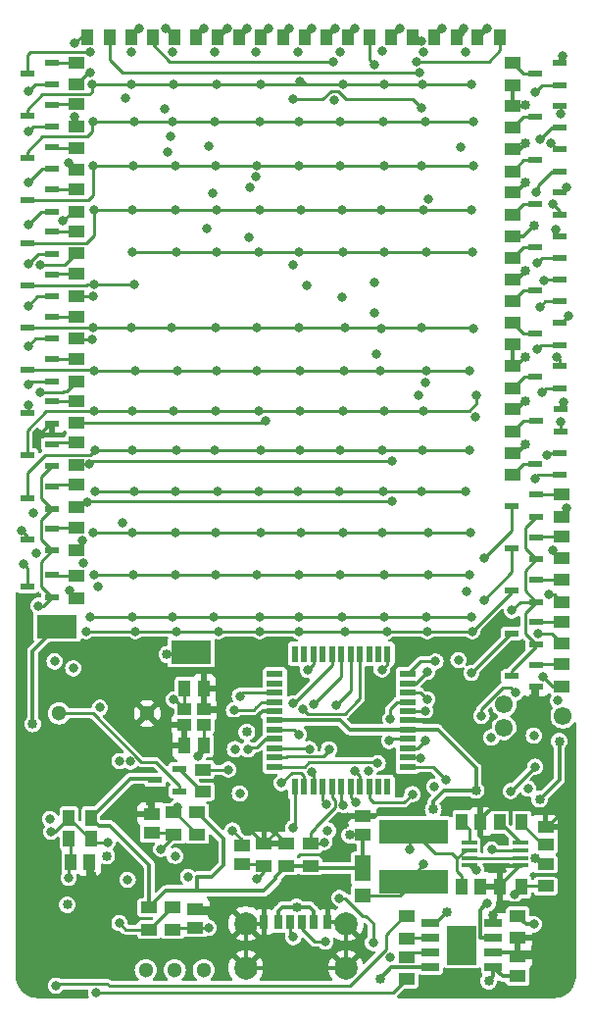
<source format=gbr>
%TF.GenerationSoftware,KiCad,Pcbnew,7.0.1*%
%TF.CreationDate,2024-01-25T20:04:35+01:00*%
%TF.ProjectId,PicBytesMicro,50696342-7974-4657-934d-6963726f2e6b,rev?*%
%TF.SameCoordinates,Original*%
%TF.FileFunction,Copper,L4,Bot*%
%TF.FilePolarity,Positive*%
%FSLAX46Y46*%
G04 Gerber Fmt 4.6, Leading zero omitted, Abs format (unit mm)*
G04 Created by KiCad (PCBNEW 7.0.1) date 2024-01-25 20:04:35*
%MOMM*%
%LPD*%
G01*
G04 APERTURE LIST*
%TA.AperFunction,ComponentPad*%
%ADD10C,1.550000*%
%TD*%
%TA.AperFunction,SMDPad,CuDef*%
%ADD11R,1.470000X1.050000*%
%TD*%
%TA.AperFunction,SMDPad,CuDef*%
%ADD12R,1.050000X1.470000*%
%TD*%
%TA.AperFunction,SMDPad,CuDef*%
%ADD13R,3.500000X2.000000*%
%TD*%
%TA.AperFunction,SMDPad,CuDef*%
%ADD14R,1.525000X0.700000*%
%TD*%
%TA.AperFunction,SMDPad,CuDef*%
%ADD15R,2.513000X3.402000*%
%TD*%
%TA.AperFunction,SMDPad,CuDef*%
%ADD16R,0.700000X1.200000*%
%TD*%
%TA.AperFunction,SMDPad,CuDef*%
%ADD17R,0.760000X1.200000*%
%TD*%
%TA.AperFunction,SMDPad,CuDef*%
%ADD18R,0.800000X1.200000*%
%TD*%
%TA.AperFunction,ComponentPad*%
%ADD19C,2.000000*%
%TD*%
%TA.AperFunction,ComponentPad*%
%ADD20C,1.300000*%
%TD*%
%TA.AperFunction,SMDPad,CuDef*%
%ADD21R,1.475000X0.600000*%
%TD*%
%TA.AperFunction,SMDPad,CuDef*%
%ADD22R,0.600000X1.475000*%
%TD*%
%TA.AperFunction,SMDPad,CuDef*%
%ADD23R,1.250000X0.600000*%
%TD*%
%TA.AperFunction,SMDPad,CuDef*%
%ADD24R,1.450000X1.000000*%
%TD*%
%TA.AperFunction,SMDPad,CuDef*%
%ADD25R,1.000000X1.450000*%
%TD*%
%TA.AperFunction,SMDPad,CuDef*%
%ADD26R,6.000000X2.010000*%
%TD*%
%TA.AperFunction,SMDPad,CuDef*%
%ADD27R,1.470000X1.020000*%
%TD*%
%TA.AperFunction,SMDPad,CuDef*%
%ADD28R,1.020000X1.470000*%
%TD*%
%TA.AperFunction,SMDPad,CuDef*%
%ADD29R,1.400000X0.450000*%
%TD*%
%TA.AperFunction,SMDPad,CuDef*%
%ADD30R,1.400000X2.300000*%
%TD*%
%TA.AperFunction,SMDPad,CuDef*%
%ADD31R,1.400000X1.250000*%
%TD*%
%TA.AperFunction,SMDPad,CuDef*%
%ADD32R,1.200000X1.000000*%
%TD*%
%TA.AperFunction,ViaPad*%
%ADD33C,0.850000*%
%TD*%
%TA.AperFunction,ViaPad*%
%ADD34C,0.800000*%
%TD*%
%TA.AperFunction,Conductor*%
%ADD35C,0.350000*%
%TD*%
%TA.AperFunction,Conductor*%
%ADD36C,0.250000*%
%TD*%
G04 APERTURE END LIST*
D10*
%TO.P,J1,7*%
%TO.N,N/C*%
X160310000Y-106135000D03*
%TO.P,J1,8*%
X155230000Y-107151000D03*
%TO.P,J1,9*%
X155230000Y-105119000D03*
%TD*%
D11*
%TO.P,C_10u_1,1*%
%TO.N,BMS_Vcc*%
X156400000Y-128580000D03*
%TO.P,C_10u_1,2*%
%TO.N,Vgnd_main*%
X156400000Y-126900000D03*
%TD*%
D12*
%TO.P,C_22p_1,1*%
%TO.N,Vgnd_main*%
X127610000Y-108650000D03*
%TO.P,C_22p_1,2*%
%TO.N,Net-(PIC18F45K1-RA6)*%
X129290000Y-108650000D03*
%TD*%
%TO.P,C_22p_2,1*%
%TO.N,Vgnd_main*%
X129290000Y-103750000D03*
%TO.P,C_22p_2,2*%
%TO.N,Net-(PIC18F45K1-RA7)*%
X127610000Y-103750000D03*
%TD*%
D13*
%TO.P,H_Bat+1,1,1*%
%TO.N,BAT+*%
X128200000Y-100600000D03*
%TD*%
%TO.P,H_Bat-1,1,1*%
%TO.N,BAT-*%
X116600000Y-98400000D03*
%TD*%
D14*
%TO.P,IC_BMS_TP1,1,TEMP*%
%TO.N,Vgnd_main*%
X154312000Y-123995000D03*
%TO.P,IC_BMS_TP1,2,PROG*%
%TO.N,Net-(IC_BMS_TP1-PROG)*%
X154312000Y-125265000D03*
%TO.P,IC_BMS_TP1,3,GND*%
%TO.N,Vgnd_main*%
X154312000Y-126535000D03*
%TO.P,IC_BMS_TP1,4,VCC*%
%TO.N,BMS_Vcc*%
X154312000Y-127805000D03*
%TO.P,IC_BMS_TP1,5,BAT*%
%TO.N,BAT+*%
X148888000Y-127805000D03*
%TO.P,IC_BMS_TP1,6,~{STDBY}*%
%TO.N,Net-(IC_BMS_TP1-~{STDBY})*%
X148888000Y-126535000D03*
%TO.P,IC_BMS_TP1,7,~{CHRG}*%
%TO.N,Net-(IC_BMS_TP1-~{CHRG})*%
X148888000Y-125265000D03*
%TO.P,IC_BMS_TP1,8,CE*%
%TO.N,BMS_Vcc*%
X148888000Y-123995000D03*
D15*
%TO.P,IC_BMS_TP1,9,EP*%
%TO.N,unconnected-(IC_BMS_TP1-EP-Pad9)*%
X151600000Y-125900000D03*
%TD*%
D16*
%TO.P,J_USB_C1,A5,CC1*%
%TO.N,Net-(J_USB_C1-CC1)*%
X137750000Y-123900000D03*
D17*
%TO.P,J_USB_C1,A9,VBUS_1*%
%TO.N,BMS_Vcc*%
X135730000Y-123900000D03*
D18*
%TO.P,J_USB_C1,A12,GND_1*%
%TO.N,Vgnd_main*%
X134500000Y-123900000D03*
D16*
%TO.P,J_USB_C1,B5,CC2*%
%TO.N,Net-(J_USB_C1-CC2)*%
X136750000Y-123900000D03*
D17*
%TO.P,J_USB_C1,B9,VBUS_2*%
%TO.N,BMS_Vcc*%
X138770000Y-123900000D03*
D18*
%TO.P,J_USB_C1,B12,GND_2*%
%TO.N,Vgnd_main*%
X140000000Y-123900000D03*
D19*
%TO.P,J_USB_C1,MH1,MH1*%
X141570000Y-127850000D03*
%TO.P,J_USB_C1,MH2,MH2*%
X132930000Y-127850000D03*
%TO.P,J_USB_C1,MH3,MH3*%
X132930000Y-124050000D03*
%TO.P,J_USB_C1,MH4,MH4*%
X141570000Y-124050000D03*
%TD*%
D20*
%TO.P,LS1,1,+*%
%TO.N,Net-(LS1-+)*%
X116800000Y-105900000D03*
%TO.P,LS1,2,-*%
%TO.N,Vgnd_main*%
X124400000Y-105900000D03*
%TD*%
D21*
%TO.P,PIC18F45K1,1,RC7*%
%TO.N,P_CC9*%
X146900000Y-102500000D03*
%TO.P,PIC18F45K1,2,RD4*%
%TO.N,P_CC4*%
X146900000Y-103300000D03*
%TO.P,PIC18F45K1,3,RD5*%
%TO.N,P_CC3*%
X146900000Y-104100000D03*
%TO.P,PIC18F45K1,4,RD6*%
%TO.N,P_CC2*%
X146900000Y-104900000D03*
%TO.P,PIC18F45K1,5,RD7*%
%TO.N,P_CC1*%
X146900000Y-105700000D03*
%TO.P,PIC18F45K1,6,VSS_1*%
%TO.N,Vgnd_main*%
X146900000Y-106500000D03*
%TO.P,PIC18F45K1,7,VDD_1*%
%TO.N,Vcc_main*%
X146900000Y-107300000D03*
%TO.P,PIC18F45K1,8,RB0*%
%TO.N,P_CR0*%
X146900000Y-108100000D03*
%TO.P,PIC18F45K1,9,RB1*%
%TO.N,P_CR1*%
X146900000Y-108900000D03*
%TO.P,PIC18F45K1,10,RB2*%
%TO.N,P_CR2*%
X146900000Y-109700000D03*
%TO.P,PIC18F45K1,11,RB3*%
%TO.N,P_CR3*%
X146900000Y-110500000D03*
D22*
%TO.P,PIC18F45K1,12,NC/ICCK/ICPGC*%
%TO.N,unconnected-(PIC18F45K1-NC{slash}ICCK{slash}ICPGC-Pad12)*%
X145162000Y-112238000D03*
%TO.P,PIC18F45K1,13,NC/ICDT/ICPGD*%
%TO.N,unconnected-(PIC18F45K1-NC{slash}ICDT{slash}ICPGD-Pad13)*%
X144362000Y-112238000D03*
%TO.P,PIC18F45K1,14,RB4*%
%TO.N,P_CR4*%
X143562000Y-112238000D03*
%TO.P,PIC18F45K1,15,RB5*%
%TO.N,P_CR5*%
X142762000Y-112238000D03*
%TO.P,PIC18F45K1,16,RB6*%
%TO.N,ICSPCLK*%
X141962000Y-112238000D03*
%TO.P,PIC18F45K1,17,RB7*%
%TO.N,ICSPDA*%
X141162000Y-112238000D03*
%TO.P,PIC18F45K1,18,~{MCLR}/VPP/RE3*%
%TO.N,MCLR*%
X140362000Y-112238000D03*
%TO.P,PIC18F45K1,19,RA0*%
%TO.N,S_up*%
X139562000Y-112238000D03*
%TO.P,PIC18F45K1,20,RA1*%
%TO.N,S_down*%
X138762000Y-112238000D03*
%TO.P,PIC18F45K1,21,RA2*%
%TO.N,S_left*%
X137962000Y-112238000D03*
%TO.P,PIC18F45K1,22,RA3*%
%TO.N,S_right*%
X137162000Y-112238000D03*
D21*
%TO.P,PIC18F45K1,23,RA4*%
%TO.N,S_a*%
X135424000Y-110500000D03*
%TO.P,PIC18F45K1,24,RA5*%
%TO.N,S_b*%
X135424000Y-109700000D03*
%TO.P,PIC18F45K1,25,RE0*%
%TO.N,P_DN*%
X135424000Y-108900000D03*
%TO.P,PIC18F45K1,26,RE1*%
%TO.N,P_UN*%
X135424000Y-108100000D03*
%TO.P,PIC18F45K1,27,RE2*%
%TO.N,Vdc_battery*%
X135424000Y-107300000D03*
%TO.P,PIC18F45K1,28,VDD_2*%
%TO.N,Vcc_main*%
X135424000Y-106500000D03*
%TO.P,PIC18F45K1,29,VSS_2*%
%TO.N,Vgnd_main*%
X135424000Y-105700000D03*
%TO.P,PIC18F45K1,30,RA7*%
%TO.N,Net-(PIC18F45K1-RA7)*%
X135424000Y-104900000D03*
%TO.P,PIC18F45K1,31,RA6*%
%TO.N,Net-(PIC18F45K1-RA6)*%
X135424000Y-104100000D03*
%TO.P,PIC18F45K1,32,RC0*%
%TO.N,unconnected-(PIC18F45K1-RC0-Pad32)*%
X135424000Y-103300000D03*
%TO.P,PIC18F45K1,33,NC/~{ICRST}/ICVPP*%
%TO.N,unconnected-(PIC18F45K1-NC{slash}~{ICRST}{slash}ICVPP-Pad33)*%
X135424000Y-102500000D03*
D22*
%TO.P,PIC18F45K1,34,NC*%
%TO.N,unconnected-(PIC18F45K1-NC-Pad34)*%
X137162000Y-100762000D03*
%TO.P,PIC18F45K1,35,RC1*%
%TO.N,unconnected-(PIC18F45K1-RC1-Pad35)*%
X137962000Y-100762000D03*
%TO.P,PIC18F45K1,36,RC2*%
%TO.N,Buzzer*%
X138762000Y-100762000D03*
%TO.P,PIC18F45K1,37,VUSB3V3*%
%TO.N,unconnected-(PIC18F45K1-VUSB3V3-Pad37)*%
X139562000Y-100762000D03*
%TO.P,PIC18F45K1,38,RD0*%
%TO.N,P_CC8*%
X140362000Y-100762000D03*
%TO.P,PIC18F45K1,39,RD1*%
%TO.N,P_CC7*%
X141162000Y-100762000D03*
%TO.P,PIC18F45K1,40,RD2*%
%TO.N,P_CC6*%
X141962000Y-100762000D03*
%TO.P,PIC18F45K1,41,RD3*%
%TO.N,P_CC5*%
X142762000Y-100762000D03*
%TO.P,PIC18F45K1,42,D-*%
%TO.N,unconnected-(PIC18F45K1-D--Pad42)*%
X143562000Y-100762000D03*
%TO.P,PIC18F45K1,43,D+*%
%TO.N,unconnected-(PIC18F45K1-D+-Pad43)*%
X144362000Y-100762000D03*
%TO.P,PIC18F45K1,44,RC6*%
%TO.N,P_CC10*%
X145162000Y-100762000D03*
%TD*%
D23*
%TO.P,Q2,1*%
%TO.N,Net-(Q2-Pad1)*%
X116150000Y-49695000D03*
%TO.P,Q2,2*%
%TO.N,Net-(Q10-Pad2)*%
X116150000Y-51605000D03*
%TO.P,Q2,3*%
%TO.N,R0*%
X114050000Y-50650000D03*
%TD*%
%TO.P,Q3,1*%
%TO.N,Net-(Q3-Pad1)*%
X116150000Y-82634997D03*
%TO.P,Q3,2*%
%TO.N,Net-(Q11-Pad2)*%
X116150000Y-84544997D03*
%TO.P,Q3,3*%
%TO.N,R8*%
X114050000Y-83589997D03*
%TD*%
%TO.P,Q4,1*%
%TO.N,Net-(Q4-Pad1)*%
X160050000Y-49745000D03*
%TO.P,Q4,2*%
%TO.N,C1*%
X160050000Y-51655000D03*
%TO.P,Q4,3*%
%TO.N,Net-(Q4-Pad3)*%
X157950000Y-50700000D03*
%TD*%
%TO.P,Q5,1*%
%TO.N,Net-(Q5-Pad1)*%
X160050000Y-68422776D03*
%TO.P,Q5,2*%
%TO.N,C6*%
X160050000Y-70332776D03*
%TO.P,Q5,3*%
%TO.N,Net-(Q5-Pad3)*%
X157950000Y-69377776D03*
%TD*%
%TO.P,Q6,1*%
%TO.N,Net-(Q6-Pad1)*%
X116150000Y-53353333D03*
%TO.P,Q6,2*%
%TO.N,Net-(Q10-Pad2)*%
X116150000Y-55263333D03*
%TO.P,Q6,3*%
%TO.N,R1*%
X114050000Y-54308333D03*
%TD*%
%TO.P,Q7,1*%
%TO.N,Net-(Q7-Pad1)*%
X116150000Y-86343330D03*
%TO.P,Q7,2*%
%TO.N,Net-(Q11-Pad2)*%
X116150000Y-88253330D03*
%TO.P,Q7,3*%
%TO.N,R9*%
X114050000Y-87298330D03*
%TD*%
%TO.P,Q8,1*%
%TO.N,Net-(Q8-Pad1)*%
X160050000Y-53445000D03*
%TO.P,Q8,2*%
%TO.N,C2*%
X160050000Y-55355000D03*
%TO.P,Q8,3*%
%TO.N,Net-(Q8-Pad3)*%
X157950000Y-54400000D03*
%TD*%
%TO.P,Q9,1*%
%TO.N,Net-(Q9-Pad1)*%
X160050000Y-72167220D03*
%TO.P,Q9,2*%
%TO.N,C7*%
X160050000Y-74077220D03*
%TO.P,Q9,3*%
%TO.N,Net-(Q9-Pad3)*%
X157950000Y-73122220D03*
%TD*%
%TO.P,Q10,1*%
%TO.N,Net-(Q10-Pad1)*%
X116150000Y-56996666D03*
%TO.P,Q10,2*%
%TO.N,Net-(Q10-Pad2)*%
X116150000Y-58906666D03*
%TO.P,Q10,3*%
%TO.N,R2*%
X114050000Y-57951666D03*
%TD*%
%TO.P,Q11,1*%
%TO.N,Net-(Q11-Pad1)*%
X116150000Y-89936663D03*
%TO.P,Q11,2*%
%TO.N,Net-(Q11-Pad2)*%
X116150000Y-91846663D03*
%TO.P,Q11,3*%
%TO.N,R10*%
X114050000Y-90891663D03*
%TD*%
%TO.P,Q12,1*%
%TO.N,Net-(Q12-Pad1)*%
X116150000Y-64328332D03*
%TO.P,Q12,2*%
%TO.N,Net-(Q10-Pad2)*%
X116150000Y-66238332D03*
%TO.P,Q12,3*%
%TO.N,R4*%
X114050000Y-65283332D03*
%TD*%
%TO.P,Q13,1*%
%TO.N,Net-(Q13-Pad1)*%
X157975000Y-87006108D03*
%TO.P,Q13,2*%
%TO.N,Net-(Q11-Pad2)*%
X157975000Y-88916108D03*
%TO.P,Q13,3*%
%TO.N,R12*%
X155875000Y-87961108D03*
%TD*%
%TO.P,Q14,1*%
%TO.N,Net-(Q14-Pad1)*%
X116150000Y-78961664D03*
%TO.P,Q14,2*%
%TO.N,Vgnd_main*%
X116150000Y-80871664D03*
%TO.P,Q14,3*%
%TO.N,Net-(Q10-Pad2)*%
X114050000Y-79916664D03*
%TD*%
%TO.P,Q15,1*%
%TO.N,Net-(Q15-Pad1)*%
X157975000Y-101706108D03*
%TO.P,Q15,2*%
%TO.N,Vgnd_main*%
X157975000Y-103616108D03*
%TO.P,Q15,3*%
%TO.N,Net-(Q11-Pad2)*%
X155875000Y-102661108D03*
%TD*%
%TO.P,Q16,1*%
%TO.N,Net-(Q16-Pad1)*%
X160050000Y-57189444D03*
%TO.P,Q16,2*%
%TO.N,C3*%
X160050000Y-59099444D03*
%TO.P,Q16,3*%
%TO.N,Net-(Q16-Pad3)*%
X157950000Y-58144444D03*
%TD*%
%TO.P,Q17,1*%
%TO.N,Net-(Q17-Pad1)*%
X160037500Y-75911664D03*
%TO.P,Q17,2*%
%TO.N,C8*%
X160037500Y-77821664D03*
%TO.P,Q17,3*%
%TO.N,Net-(Q17-Pad3)*%
X157937500Y-76866664D03*
%TD*%
%TO.P,Q18,1*%
%TO.N,Net-(Q18-Pad1)*%
X116150000Y-60669999D03*
%TO.P,Q18,2*%
%TO.N,Net-(Q10-Pad2)*%
X116150000Y-62579999D03*
%TO.P,Q18,3*%
%TO.N,R3*%
X114050000Y-61624999D03*
%TD*%
%TO.P,Q19,1*%
%TO.N,Net-(Q19-Pad1)*%
X116150000Y-93966664D03*
%TO.P,Q19,2*%
%TO.N,Net-(Q11-Pad2)*%
X116150000Y-95876664D03*
%TO.P,Q19,3*%
%TO.N,R11*%
X114050000Y-94921664D03*
%TD*%
%TO.P,Q20,1*%
%TO.N,Net-(Q20-Pad1)*%
X116150000Y-67986665D03*
%TO.P,Q20,2*%
%TO.N,Net-(Q10-Pad2)*%
X116150000Y-69896665D03*
%TO.P,Q20,3*%
%TO.N,R5*%
X114050000Y-68941665D03*
%TD*%
%TO.P,Q21,1*%
%TO.N,Net-(Q21-Pad1)*%
X157975000Y-90696108D03*
%TO.P,Q21,2*%
%TO.N,Net-(Q11-Pad2)*%
X157975000Y-92606108D03*
%TO.P,Q21,3*%
%TO.N,R13*%
X155875000Y-91651108D03*
%TD*%
%TO.P,Q22,1*%
%TO.N,Net-(Q22-Pad1)*%
X160050000Y-60933888D03*
%TO.P,Q22,2*%
%TO.N,C4*%
X160050000Y-62843888D03*
%TO.P,Q22,3*%
%TO.N,Net-(Q22-Pad3)*%
X157950000Y-61888888D03*
%TD*%
%TO.P,Q23,1*%
%TO.N,Net-(Q23-Pad1)*%
X160075000Y-79656108D03*
%TO.P,Q23,2*%
%TO.N,C9*%
X160075000Y-81566108D03*
%TO.P,Q23,3*%
%TO.N,Net-(Q23-Pad3)*%
X157975000Y-80611108D03*
%TD*%
%TO.P,Q24,1*%
%TO.N,Net-(Q24-Pad1)*%
X116150000Y-71644998D03*
%TO.P,Q24,2*%
%TO.N,Net-(Q10-Pad2)*%
X116150000Y-73554998D03*
%TO.P,Q24,3*%
%TO.N,R6*%
X114050000Y-72599998D03*
%TD*%
%TO.P,Q25,1*%
%TO.N,Net-(Q25-Pad1)*%
X157975000Y-94356108D03*
%TO.P,Q25,2*%
%TO.N,Net-(Q11-Pad2)*%
X157975000Y-96266108D03*
%TO.P,Q25,3*%
%TO.N,R14*%
X155875000Y-95311108D03*
%TD*%
%TO.P,Q26,1*%
%TO.N,Net-(Q26-Pad1)*%
X160050000Y-64678332D03*
%TO.P,Q26,2*%
%TO.N,C5*%
X160050000Y-66588332D03*
%TO.P,Q26,3*%
%TO.N,Net-(Q26-Pad3)*%
X157950000Y-65633332D03*
%TD*%
%TO.P,Q27,1*%
%TO.N,Net-(Q27-Pad1)*%
X160050000Y-83400552D03*
%TO.P,Q27,2*%
%TO.N,C10*%
X160050000Y-85310552D03*
%TO.P,Q27,3*%
%TO.N,Net-(Q27-Pad3)*%
X157950000Y-84355552D03*
%TD*%
%TO.P,Q28,1*%
%TO.N,Net-(Q28-Pad1)*%
X116150000Y-75303331D03*
%TO.P,Q28,2*%
%TO.N,Net-(Q10-Pad2)*%
X116150000Y-77213331D03*
%TO.P,Q28,3*%
%TO.N,R7*%
X114050000Y-76258331D03*
%TD*%
%TO.P,Q29,1*%
%TO.N,Net-(Q29-Pad1)*%
X157975000Y-98031108D03*
%TO.P,Q29,2*%
%TO.N,Net-(Q11-Pad2)*%
X157975000Y-99941108D03*
%TO.P,Q29,3*%
%TO.N,R15*%
X155875000Y-98986108D03*
%TD*%
%TO.P,Q1,1*%
%TO.N,Net-(Q1-Pad1)*%
X127200000Y-110690000D03*
%TO.P,Q1,2*%
%TO.N,Net-(LS1-+)*%
X127200000Y-112600000D03*
%TO.P,Q1,3*%
%TO.N,Vcc_main*%
X125100000Y-111645000D03*
%TD*%
D24*
%TO.P,R220_1,1*%
%TO.N,Vcc_main*%
X155975000Y-51650000D03*
%TO.P,R220_1,2*%
%TO.N,Net-(Q4-Pad3)*%
X155975000Y-49750000D03*
%TD*%
%TO.P,R220_2,1*%
%TO.N,Vcc_main*%
X155975000Y-68427776D03*
%TO.P,R220_2,2*%
%TO.N,Net-(Q5-Pad3)*%
X155975000Y-70327776D03*
%TD*%
%TO.P,R220_3,1*%
%TO.N,Vcc_main*%
X155975000Y-53450000D03*
%TO.P,R220_3,2*%
%TO.N,Net-(Q8-Pad3)*%
X155975000Y-55350000D03*
%TD*%
%TO.P,R220_4,1*%
%TO.N,Vcc_main*%
X155975000Y-74072220D03*
%TO.P,R220_4,2*%
%TO.N,Net-(Q9-Pad3)*%
X155975000Y-72172220D03*
%TD*%
%TO.P,R220_5,1*%
%TO.N,Vcc_main*%
X155975000Y-57194444D03*
%TO.P,R220_5,2*%
%TO.N,Net-(Q16-Pad3)*%
X155975000Y-59094444D03*
%TD*%
%TO.P,R220_6,1*%
%TO.N,Vcc_main*%
X155987500Y-75916664D03*
%TO.P,R220_6,2*%
%TO.N,Net-(Q17-Pad3)*%
X155987500Y-77816664D03*
%TD*%
%TO.P,R220_7,1*%
%TO.N,Vcc_main*%
X155975000Y-60938888D03*
%TO.P,R220_7,2*%
%TO.N,Net-(Q22-Pad3)*%
X155975000Y-62838888D03*
%TD*%
%TO.P,R220_8,1*%
%TO.N,Vcc_main*%
X155950000Y-79661108D03*
%TO.P,R220_8,2*%
%TO.N,Net-(Q23-Pad3)*%
X155950000Y-81561108D03*
%TD*%
%TO.P,R220_9,1*%
%TO.N,Vcc_main*%
X155975000Y-64683332D03*
%TO.P,R220_9,2*%
%TO.N,Net-(Q26-Pad3)*%
X155975000Y-66583332D03*
%TD*%
%TO.P,R220_10,1*%
%TO.N,Vcc_main*%
X155975000Y-83405552D03*
%TO.P,R220_10,2*%
%TO.N,Net-(Q27-Pad3)*%
X155975000Y-85305552D03*
%TD*%
%TO.P,R4K7_2,1*%
%TO.N,P_CR0*%
X118300000Y-51600000D03*
%TO.P,R4K7_2,2*%
%TO.N,Net-(Q2-Pad1)*%
X118300000Y-49700000D03*
%TD*%
%TO.P,R4K7_3,1*%
%TO.N,P_CR0*%
X118300000Y-84439997D03*
%TO.P,R4K7_3,2*%
%TO.N,Net-(Q3-Pad1)*%
X118300000Y-82539997D03*
%TD*%
D25*
%TO.P,R4K7_4,1*%
%TO.N,P_CC1*%
X121149668Y-47500000D03*
%TO.P,R4K7_4,2*%
%TO.N,Net-(Q4-Pad1)*%
X119249668Y-47500000D03*
%TD*%
%TO.P,R4K7_5,1*%
%TO.N,P_CC6*%
X139871888Y-47500000D03*
%TO.P,R4K7_5,2*%
%TO.N,Net-(Q5-Pad1)*%
X137971888Y-47500000D03*
%TD*%
D24*
%TO.P,R4K7_6,1*%
%TO.N,P_CR1*%
X118300000Y-55203333D03*
%TO.P,R4K7_6,2*%
%TO.N,Net-(Q6-Pad1)*%
X118300000Y-53303333D03*
%TD*%
%TO.P,R4K7_7,1*%
%TO.N,P_CR1*%
X118300000Y-88048330D03*
%TO.P,R4K7_7,2*%
%TO.N,Net-(Q7-Pad1)*%
X118300000Y-86148330D03*
%TD*%
D25*
%TO.P,R4K7_8,1*%
%TO.N,P_CC2*%
X124894112Y-47500000D03*
%TO.P,R4K7_8,2*%
%TO.N,Net-(Q8-Pad1)*%
X122994112Y-47500000D03*
%TD*%
%TO.P,R4K7_9,1*%
%TO.N,P_CC7*%
X143616332Y-47500000D03*
%TO.P,R4K7_9,2*%
%TO.N,Net-(Q9-Pad1)*%
X141716332Y-47500000D03*
%TD*%
D24*
%TO.P,R4K7_10,1*%
%TO.N,P_CR2*%
X118300000Y-59001666D03*
%TO.P,R4K7_10,2*%
%TO.N,Net-(Q10-Pad1)*%
X118300000Y-57101666D03*
%TD*%
%TO.P,R4K7_11,1*%
%TO.N,P_CR2*%
X118300000Y-91791663D03*
%TO.P,R4K7_11,2*%
%TO.N,Net-(Q11-Pad1)*%
X118300000Y-89891663D03*
%TD*%
%TO.P,R4K7_12,1*%
%TO.N,P_CR4*%
X118300000Y-66183332D03*
%TO.P,R4K7_12,2*%
%TO.N,Net-(Q12-Pad1)*%
X118300000Y-64283332D03*
%TD*%
%TO.P,R4K7_13,1*%
%TO.N,P_CR4*%
X160225000Y-88911108D03*
%TO.P,R4K7_13,2*%
%TO.N,Net-(Q13-Pad1)*%
X160225000Y-87011108D03*
%TD*%
%TO.P,R4K7_14,1*%
%TO.N,P_UN*%
X118300000Y-80816664D03*
%TO.P,R4K7_14,2*%
%TO.N,Net-(Q14-Pad1)*%
X118300000Y-78916664D03*
%TD*%
%TO.P,R4K7_15,1*%
%TO.N,P_DN*%
X160225000Y-103561108D03*
%TO.P,R4K7_15,2*%
%TO.N,Net-(Q15-Pad1)*%
X160225000Y-101661108D03*
%TD*%
D25*
%TO.P,R4K7_16,1*%
%TO.N,P_CC3*%
X128638556Y-47500000D03*
%TO.P,R4K7_16,2*%
%TO.N,Net-(Q16-Pad1)*%
X126738556Y-47500000D03*
%TD*%
%TO.P,R4K7_17,1*%
%TO.N,P_CC8*%
X147360776Y-47500000D03*
%TO.P,R4K7_17,2*%
%TO.N,Net-(Q17-Pad1)*%
X145460776Y-47500000D03*
%TD*%
D24*
%TO.P,R4K7_18,1*%
%TO.N,P_CR3*%
X118300000Y-62574999D03*
%TO.P,R4K7_18,2*%
%TO.N,Net-(Q18-Pad1)*%
X118300000Y-60674999D03*
%TD*%
%TO.P,R4K7_19,1*%
%TO.N,P_CR3*%
X118300000Y-95921664D03*
%TO.P,R4K7_19,2*%
%TO.N,Net-(Q19-Pad1)*%
X118300000Y-94021664D03*
%TD*%
%TO.P,R4K7_20,1*%
%TO.N,P_CR5*%
X118300000Y-69841665D03*
%TO.P,R4K7_20,2*%
%TO.N,Net-(Q20-Pad1)*%
X118300000Y-67941665D03*
%TD*%
%TO.P,R4K7_21,1*%
%TO.N,P_CR5*%
X160225000Y-92501108D03*
%TO.P,R4K7_21,2*%
%TO.N,Net-(Q21-Pad1)*%
X160225000Y-90601108D03*
%TD*%
D25*
%TO.P,R4K7_22,1*%
%TO.N,P_CC4*%
X132383000Y-47500000D03*
%TO.P,R4K7_22,2*%
%TO.N,Net-(Q22-Pad1)*%
X130483000Y-47500000D03*
%TD*%
%TO.P,R4K7_23,1*%
%TO.N,P_CC9*%
X151105220Y-47500000D03*
%TO.P,R4K7_23,2*%
%TO.N,Net-(Q23-Pad1)*%
X149205220Y-47500000D03*
%TD*%
D24*
%TO.P,R4K7_24,1*%
%TO.N,ICSPCLK*%
X118300000Y-73549998D03*
%TO.P,R4K7_24,2*%
%TO.N,Net-(Q24-Pad1)*%
X118300000Y-71649998D03*
%TD*%
%TO.P,R4K7_25,1*%
%TO.N,ICSPCLK*%
X160225000Y-96261108D03*
%TO.P,R4K7_25,2*%
%TO.N,Net-(Q25-Pad1)*%
X160225000Y-94361108D03*
%TD*%
D25*
%TO.P,R4K7_26,1*%
%TO.N,P_CC5*%
X136127444Y-47500000D03*
%TO.P,R4K7_26,2*%
%TO.N,Net-(Q26-Pad1)*%
X134227444Y-47500000D03*
%TD*%
%TO.P,R4K7_27,1*%
%TO.N,P_CC10*%
X154849664Y-47500000D03*
%TO.P,R4K7_27,2*%
%TO.N,Net-(Q27-Pad1)*%
X152949664Y-47500000D03*
%TD*%
D24*
%TO.P,R4K7_28,1*%
%TO.N,ICSPDA*%
X118300000Y-77208331D03*
%TO.P,R4K7_28,2*%
%TO.N,Net-(Q28-Pad1)*%
X118300000Y-75308331D03*
%TD*%
%TO.P,R4K7_29,1*%
%TO.N,ICSPDA*%
X160225000Y-99886108D03*
%TO.P,R4K7_29,2*%
%TO.N,Net-(Q29-Pad1)*%
X160225000Y-97986108D03*
%TD*%
%TO.P,R4K7_1,1*%
%TO.N,Buzzer*%
X129200000Y-110745000D03*
%TO.P,R4K7_1,2*%
%TO.N,Net-(Q1-Pad1)*%
X129200000Y-112645000D03*
%TD*%
%TO.P,R_10k_1,1*%
%TO.N,Vcc_main*%
X138500000Y-119050000D03*
%TO.P,R_10k_1,2*%
%TO.N,MCLR*%
X138500000Y-117150000D03*
%TD*%
D25*
%TO.P,R_10K_3,1*%
%TO.N,Net-(R_10K_2-Pad2)*%
X117650000Y-114900000D03*
%TO.P,R_10K_3,2*%
%TO.N,Vcc_main*%
X119550000Y-114900000D03*
%TD*%
D24*
%TO.P,R_10K_7,1*%
%TO.N,Net-(R_10K_4-Pad2)*%
X124570000Y-124550000D03*
%TO.P,R_10K_7,2*%
%TO.N,Vcc_main*%
X124570000Y-122650000D03*
%TD*%
%TO.P,R_10K_6,1*%
%TO.N,Net-(R_10K_5-Pad1)*%
X126700000Y-114450000D03*
%TO.P,R_10K_6,2*%
%TO.N,S_up*%
X126700000Y-116350000D03*
%TD*%
%TO.P,R_10K_9,1*%
%TO.N,Vgnd_main*%
X136425000Y-117150000D03*
%TO.P,R_10K_9,2*%
%TO.N,Vcc_main*%
X136425000Y-119050000D03*
%TD*%
%TO.P,R_1k_1,1*%
%TO.N,Net-(IC_BMS_TP1-~{STDBY})*%
X146800000Y-126950000D03*
%TO.P,R_1k_1,2*%
%TO.N,Net-(LED_RED_bms1-K)*%
X146800000Y-128850000D03*
%TD*%
%TO.P,R_1k_2,1*%
%TO.N,Net-(IC_BMS_TP1-~{CHRG})*%
X146800000Y-125300000D03*
%TO.P,R_1k_2,2*%
%TO.N,Net-(LED_Green_bms1-K)*%
X146800000Y-123400000D03*
%TD*%
%TO.P,R_2k_1,1*%
%TO.N,Vgnd_main*%
X156400000Y-125250000D03*
%TO.P,R_2k_1,2*%
%TO.N,Net-(IC_BMS_TP1-PROG)*%
X156400000Y-123350000D03*
%TD*%
D20*
%TO.P,SW_Toggle1,1,1*%
%TO.N,BAT+*%
X124275000Y-128050000D03*
%TO.P,SW_Toggle1,2,2*%
%TO.N,Net-(IC2-EN)*%
X126775000Y-128050000D03*
%TO.P,SW_Toggle1,3,3*%
%TO.N,unconnected-(SW_Toggle1-Pad3)*%
X129275000Y-128050000D03*
%TD*%
D26*
%TO.P,L1,1*%
%TO.N,Net-(IC2-SW)*%
X147400000Y-120400000D03*
%TO.P,L1,2*%
%TO.N,Net-(IC2-EN)*%
X147400000Y-116100000D03*
%TD*%
D27*
%TO.P,C5,1*%
%TO.N,Vgnd_main*%
X143000000Y-114750000D03*
%TO.P,C5,2*%
%TO.N,Vcc_main*%
X143000000Y-116350000D03*
%TD*%
D25*
%TO.P,R_10K_2,1*%
%TO.N,S_left*%
X117650000Y-116700000D03*
%TO.P,R_10K_2,2*%
%TO.N,Net-(R_10K_2-Pad2)*%
X119550000Y-116700000D03*
%TD*%
D24*
%TO.P,R_10K_4,1*%
%TO.N,S_down*%
X126600000Y-124550000D03*
%TO.P,R_10K_4,2*%
%TO.N,Net-(R_10K_4-Pad2)*%
X126600000Y-122650000D03*
%TD*%
D27*
%TO.P,C_22p_5,1*%
%TO.N,S_right*%
X132575000Y-118900000D03*
%TO.P,C_22p_5,2*%
%TO.N,Net-(C_22p_5-Pad2)*%
X132575000Y-117300000D03*
%TD*%
D25*
%TO.P,R6,1*%
%TO.N,Net-(IC2-FB)*%
X156750000Y-120850000D03*
%TO.P,R6,2*%
%TO.N,Vgnd_main*%
X154850000Y-120850000D03*
%TD*%
D24*
%TO.P,R_10K_8,1*%
%TO.N,S_right*%
X134500000Y-119050000D03*
%TO.P,R_10K_8,2*%
%TO.N,Vgnd_main*%
X134500000Y-117150000D03*
%TD*%
D28*
%TO.P,C3,1*%
%TO.N,Vgnd_main*%
X153200000Y-120850000D03*
%TO.P,C3,2*%
%TO.N,Net-(IC2-EN)*%
X151600000Y-120850000D03*
%TD*%
D24*
%TO.P,R5,1*%
%TO.N,Vcc_main*%
X158800000Y-118900000D03*
%TO.P,R5,2*%
%TO.N,Net-(IC2-FB)*%
X158800000Y-120800000D03*
%TD*%
%TO.P,R_10K_5,1*%
%TO.N,Net-(R_10K_5-Pad1)*%
X128705000Y-116350000D03*
%TO.P,R_10K_5,2*%
%TO.N,Vcc_main*%
X128705000Y-114450000D03*
%TD*%
D27*
%TO.P,C2,1*%
%TO.N,Vgnd_main*%
X158800000Y-115650000D03*
%TO.P,C2,2*%
%TO.N,Net-(C2-Pad2)*%
X158800000Y-117250000D03*
%TD*%
D28*
%TO.P,C4,1*%
%TO.N,Vgnd_main*%
X153200000Y-115250000D03*
%TO.P,C4,2*%
%TO.N,Net-(IC2-SS)*%
X151600000Y-115250000D03*
%TD*%
D29*
%TO.P,IC2,1,COMP*%
%TO.N,Net-(IC2-COMP)*%
X156600000Y-117075000D03*
%TO.P,IC2,2,FB*%
%TO.N,Net-(IC2-FB)*%
X156600000Y-117725000D03*
%TO.P,IC2,3,EN*%
%TO.N,Net-(IC2-EN)*%
X156600000Y-118375000D03*
%TO.P,IC2,4,PGND*%
%TO.N,Vgnd_main*%
X156600000Y-119025000D03*
%TO.P,IC2,5,SW*%
%TO.N,Net-(IC2-SW)*%
X152200000Y-119025000D03*
%TO.P,IC2,6,IN*%
%TO.N,Net-(IC2-EN)*%
X152200000Y-118375000D03*
%TO.P,IC2,7,FREQ*%
X152200000Y-117725000D03*
%TO.P,IC2,8,SS*%
%TO.N,Net-(IC2-SS)*%
X152200000Y-117075000D03*
%TD*%
D30*
%TO.P,D1,1*%
%TO.N,Vcc_main*%
X143000000Y-119250000D03*
D31*
%TO.P,D1,2*%
%TO.N,Net-(IC2-SW)*%
X143000000Y-121575000D03*
%TD*%
D25*
%TO.P,R3,1*%
%TO.N,Net-(IC2-COMP)*%
X154850000Y-115250000D03*
%TO.P,R3,2*%
%TO.N,Net-(C2-Pad2)*%
X156750000Y-115250000D03*
%TD*%
D32*
%TO.P,Y1,1,CRYSTAL_1*%
%TO.N,Net-(PIC18F45K1-RA7)*%
X127625000Y-105550000D03*
%TO.P,Y1,2,GND_1*%
%TO.N,Vgnd_main*%
X129325000Y-105550000D03*
%TO.P,Y1,3,CRYSTAL_2*%
%TO.N,Net-(PIC18F45K1-RA6)*%
X129325000Y-106850000D03*
%TO.P,Y1,4,GND_2*%
%TO.N,Vgnd_main*%
X127625000Y-106850000D03*
%TD*%
D27*
%TO.P,C_22p_4,1*%
%TO.N,S_down*%
X128570000Y-124400000D03*
%TO.P,C_22p_4,2*%
%TO.N,Vgnd_main*%
X128570000Y-122800000D03*
%TD*%
%TO.P,C_100F_1,1*%
%TO.N,Vgnd_main*%
X124805000Y-114600000D03*
%TO.P,C_100F_1,2*%
%TO.N,S_up*%
X124805000Y-116200000D03*
%TD*%
D28*
%TO.P,C_22p_3,1*%
%TO.N,S_left*%
X117800000Y-118700000D03*
%TO.P,C_22p_3,2*%
%TO.N,Vgnd_main*%
X119400000Y-118700000D03*
%TD*%
D33*
%TO.N,BAT-*%
X114500000Y-106800000D03*
D34*
%TO.N,Net-(PIC18F45K1-RA6)*%
X128800000Y-109600000D03*
X132400000Y-104400000D03*
D33*
%TO.N,Vgnd_main*%
X130000000Y-123100000D03*
X115175500Y-81800000D03*
X124600000Y-113500000D03*
X154300000Y-123300000D03*
X150500000Y-113900000D03*
X130700000Y-105700000D03*
X160000000Y-114700000D03*
D34*
X135400000Y-115900000D03*
D33*
X157700000Y-104600000D03*
X135100000Y-125800000D03*
X157900000Y-126500000D03*
X155296365Y-111271365D03*
X133200000Y-115900000D03*
X117900000Y-104800000D03*
X131100000Y-113100000D03*
X141343765Y-115510024D03*
X119600000Y-119900000D03*
%TO.N,BMS_Vcc*%
X117500000Y-122400000D03*
X150300000Y-123050498D03*
X153900000Y-129000000D03*
X137300000Y-122600000D03*
D34*
%TO.N,Net-(PIC18F45K1-RA7)*%
X131897655Y-105625500D03*
X126700000Y-104700000D03*
D33*
%TO.N,Vcc_main*%
X158300000Y-113300000D03*
X157800000Y-63800000D03*
X157100000Y-78900000D03*
X157100000Y-75100000D03*
X157924502Y-118368492D03*
X155975000Y-51650000D03*
X160000000Y-108300000D03*
X157100000Y-60100000D03*
X157100000Y-82700000D03*
X157100000Y-67700000D03*
X157100000Y-56700000D03*
X141900000Y-116400000D03*
X152818533Y-112568230D03*
X149100000Y-114200000D03*
X157100000Y-53400000D03*
D34*
%TO.N,Net-(IC2-EN)*%
X147100000Y-117600000D03*
X126800000Y-118200000D03*
D33*
%TO.N,BAT+*%
X126100000Y-100800000D03*
X120900000Y-118200000D03*
X133000000Y-107500000D03*
X144500000Y-128800000D03*
D34*
%TO.N,Net-(C_22p_5-Pad2)*%
X131775500Y-116000000D03*
X140000000Y-116000000D03*
%TO.N,Net-(IC_BMS_TP1-PROG)*%
X153800000Y-122300000D03*
X157800000Y-124100000D03*
%TO.N,Net-(J_USB_C1-CC1)*%
X139800000Y-125600000D03*
%TO.N,Net-(J_USB_C1-CC2)*%
X137025500Y-125200000D03*
%TO.N,Net-(LED_Green_bms1-K)*%
X116500000Y-129400000D03*
%TO.N,C1*%
X122539334Y-52750792D03*
X157900000Y-52300000D03*
%TO.N,R0*%
X148289609Y-48808229D03*
X133813320Y-48799502D03*
X126569461Y-48799502D03*
X137431659Y-48798150D03*
X151938602Y-48764736D03*
X130235931Y-48799502D03*
X123000000Y-48799502D03*
X119446096Y-48799501D03*
X144696586Y-48739891D03*
X141053562Y-48776982D03*
%TO.N,R1*%
X119600000Y-51600000D03*
X144900000Y-51600000D03*
X130400000Y-51600000D03*
X152400000Y-51600000D03*
X134200000Y-51600000D03*
X141300000Y-51600000D03*
X126700000Y-51600000D03*
X123000000Y-51600000D03*
X137600500Y-51324500D03*
X148200000Y-51600000D03*
%TO.N,R2*%
X152600000Y-54800000D03*
X137500000Y-54800000D03*
X130200000Y-54800000D03*
X148400000Y-54800000D03*
X126600000Y-54800000D03*
X144800000Y-54800000D03*
X141100000Y-54800000D03*
X123300000Y-54800000D03*
X119700000Y-54800000D03*
X134100000Y-54800000D03*
%TO.N,R3*%
X144900000Y-58600000D03*
X133900000Y-58600000D03*
X126800000Y-58600000D03*
X119700000Y-58600000D03*
X130300000Y-58600000D03*
X123200000Y-58600000D03*
X152600000Y-58600000D03*
X137500000Y-58600000D03*
X148100000Y-58600000D03*
X141100000Y-58600000D03*
%TO.N,R4*%
X137700000Y-62400000D03*
X126800000Y-62400000D03*
X152400000Y-62400000D03*
X134100000Y-62400000D03*
X144600000Y-62400000D03*
X141200000Y-62400000D03*
X119800000Y-62400000D03*
X148300000Y-62400000D03*
X123100000Y-62400000D03*
X130400000Y-62400000D03*
%TO.N,R5*%
X126900000Y-66100000D03*
X130400000Y-66100000D03*
X134000000Y-66100000D03*
X144900000Y-66100000D03*
X119800000Y-68900000D03*
X137500000Y-66100000D03*
X123100000Y-66100000D03*
X148500000Y-66100000D03*
X152500000Y-66100000D03*
X123300000Y-68900000D03*
X141300000Y-66100000D03*
%TO.N,R6*%
X123000000Y-72600000D03*
X152600000Y-72700000D03*
X130300000Y-72600000D03*
X133900000Y-72600000D03*
X144600000Y-72700000D03*
X148100000Y-72600000D03*
X141500000Y-72600000D03*
X119700000Y-72600000D03*
X137500000Y-72600000D03*
X126500000Y-72600000D03*
%TO.N,R7*%
X137600000Y-76300000D03*
X141400000Y-76300000D03*
X119800000Y-76300000D03*
X152200000Y-76300000D03*
X123400000Y-76300000D03*
X130400000Y-76300000D03*
X127000000Y-76300000D03*
X148500000Y-76300000D03*
X144500000Y-76300000D03*
X133900000Y-76300000D03*
%TO.N,R8*%
X137600000Y-79800000D03*
X119800000Y-79800000D03*
X123100000Y-79800000D03*
X152847546Y-78432263D03*
X126700000Y-79800000D03*
X141300000Y-79800000D03*
X148300000Y-79800000D03*
X144900000Y-79800000D03*
X134000000Y-79800000D03*
X130300000Y-79800000D03*
%TO.N,R9*%
X148200000Y-83200000D03*
X130200000Y-83200000D03*
X141100000Y-83200000D03*
X152200000Y-83200000D03*
X119900000Y-83200000D03*
X134200000Y-83200000D03*
X144700000Y-83200000D03*
X126900000Y-83200000D03*
X123100000Y-83200000D03*
X137600000Y-83200000D03*
%TO.N,R10*%
X123300000Y-86700000D03*
X119900000Y-86700000D03*
X148100000Y-86700000D03*
X113575500Y-90127839D03*
X141000000Y-86700000D03*
X122277309Y-89400000D03*
X134000000Y-86700000D03*
X137400000Y-86700000D03*
X144800000Y-86700000D03*
X126800000Y-86700000D03*
X130500000Y-86700000D03*
X151900000Y-86700000D03*
%TO.N,R11*%
X137700000Y-90300000D03*
X141300000Y-90300000D03*
X144700000Y-90300000D03*
X126800000Y-90300000D03*
X148700000Y-90300000D03*
X123100000Y-90300000D03*
X152300000Y-90300000D03*
X119700000Y-90300000D03*
X130300000Y-90300000D03*
X134200000Y-90300000D03*
X113700000Y-93000000D03*
X118848673Y-92922162D03*
%TO.N,R12*%
X133900000Y-93900000D03*
X137500000Y-93900000D03*
X126800000Y-93900000D03*
X119800000Y-93900000D03*
X144900000Y-93900000D03*
X148700000Y-93900000D03*
X130300000Y-93900000D03*
X123200000Y-93900000D03*
X141100000Y-93900000D03*
X153466548Y-92524500D03*
X152200000Y-93900000D03*
%TO.N,R13*%
X148500000Y-97600000D03*
X134100000Y-97600000D03*
X123100000Y-97600000D03*
X130100000Y-97600000D03*
X126600000Y-97600000D03*
X141200000Y-97600000D03*
X152400000Y-97600000D03*
X137500000Y-97600000D03*
X119500000Y-97600000D03*
X144900000Y-97600000D03*
X153466548Y-96124500D03*
%TO.N,R14*%
X123400000Y-98800000D03*
X130600000Y-98800000D03*
X119100000Y-98800000D03*
X145100000Y-98800000D03*
X148600000Y-98800000D03*
X134100000Y-98800000D03*
X137500000Y-98800000D03*
X126900000Y-98800000D03*
X152500000Y-98800000D03*
X141500000Y-98800000D03*
%TO.N,R15*%
X152400000Y-102400000D03*
%TO.N,C2*%
X126452063Y-56052063D03*
X158373715Y-56324500D03*
%TO.N,C3*%
X158000000Y-60900000D03*
X130048698Y-60951302D03*
%TO.N,C4*%
X133759582Y-59589589D03*
X159400000Y-61900000D03*
%TO.N,C5*%
X137024899Y-67145731D03*
X158100000Y-67000000D03*
%TO.N,C6*%
X141200000Y-70000000D03*
X158300000Y-70800000D03*
%TO.N,C7*%
X144193941Y-74867377D03*
X158087701Y-74412299D03*
%TO.N,C8*%
X158500000Y-78200000D03*
X147800000Y-78400000D03*
%TO.N,C9*%
X160100000Y-80700000D03*
X152768873Y-80255725D03*
%TO.N,C10*%
X157900000Y-85600000D03*
%TO.N,Net-(LED_RED_bms1-K)*%
X120000000Y-130000000D03*
%TO.N,Net-(IC2-SW)*%
X148300000Y-118900000D03*
X152800000Y-119400000D03*
%TO.N,P_CC10*%
X147692645Y-49609877D03*
X144665179Y-102098992D03*
%TO.N,P_CC5*%
X137886643Y-105505937D03*
X136700000Y-46799500D03*
%TO.N,P_CC6*%
X140600000Y-46799500D03*
X140700000Y-105200000D03*
%TO.N,P_CC7*%
X144036135Y-49875500D03*
X140558538Y-52908441D03*
X138800000Y-105100000D03*
%TO.N,P_CC8*%
X137000000Y-105000000D03*
X136963547Y-52883698D03*
X148064476Y-53650520D03*
X148085349Y-47829821D03*
%TO.N,Buzzer*%
X138259811Y-102151627D03*
X131400000Y-110745000D03*
%TO.N,Net-(Q11-Pad2)*%
X155900000Y-97000000D03*
X115000000Y-96600000D03*
%TO.N,P_UN*%
X133100000Y-109000000D03*
X134633340Y-80599012D03*
%TO.N,P_DN*%
X158600000Y-102700000D03*
X138400000Y-108975500D03*
%TO.N,S_b*%
X140100000Y-109000000D03*
X154125308Y-107969067D03*
%TO.N,S_a*%
X144300000Y-110200000D03*
X145350296Y-126974302D03*
%TO.N,S_right*%
X137000000Y-115800000D03*
X133900000Y-120200000D03*
%TO.N,S_left*%
X117600000Y-120100000D03*
X136006755Y-111906755D03*
X122958411Y-110041589D03*
%TO.N,S_down*%
X132400000Y-112800000D03*
X129700000Y-124400000D03*
X138602551Y-110911981D03*
%TO.N,S_up*%
X125600000Y-117600000D03*
X139900000Y-113700000D03*
%TO.N,MCLR*%
X139700000Y-117000000D03*
X159900000Y-104800000D03*
%TO.N,P_CR5*%
X142300000Y-110824500D03*
X114800000Y-92100000D03*
X159400000Y-91800000D03*
X119700000Y-69900000D03*
%TO.N,P_CR4*%
X114600000Y-88600000D03*
X115192062Y-67188113D03*
X147295892Y-112867811D03*
X160600000Y-88200000D03*
%TO.N,ICSPDA*%
X158200000Y-99041606D03*
X157800000Y-107800000D03*
X115180257Y-78171201D03*
X116000000Y-115000000D03*
X118000000Y-102000000D03*
X141349500Y-113794194D03*
X143541121Y-110850468D03*
X157300000Y-112400000D03*
%TO.N,ICSPCLK*%
X119599500Y-73612196D03*
X153275500Y-106100000D03*
X152000000Y-95400000D03*
X149200000Y-112200000D03*
X142400000Y-113600000D03*
X120114457Y-94965877D03*
X159100000Y-95600000D03*
X156225500Y-104100000D03*
%TO.N,P_CR3*%
X151289077Y-101274664D03*
X117700000Y-95300000D03*
X150229107Y-111649500D03*
X117100500Y-63383439D03*
X116400000Y-101400000D03*
%TO.N,P_CR2*%
X148012497Y-109732262D03*
X118800000Y-90991165D03*
X117600000Y-58400000D03*
X120300000Y-105400000D03*
%TO.N,P_CR1*%
X145527074Y-87555004D03*
X148400000Y-108275500D03*
X118150500Y-54402835D03*
X119200000Y-87700000D03*
%TO.N,P_CR0*%
X145300000Y-108275500D03*
X119400000Y-84400000D03*
X145507979Y-84097484D03*
X119479602Y-50559701D03*
%TO.N,P_CC1*%
X147900000Y-50600000D03*
X148400000Y-105700000D03*
%TO.N,P_CC2*%
X140495736Y-49606340D03*
X145400000Y-106400000D03*
%TO.N,P_CC3*%
X148600000Y-104700000D03*
X129300000Y-46800000D03*
X129687169Y-56904128D03*
X151489378Y-57005745D03*
%TO.N,P_CC4*%
X148600000Y-102300000D03*
X133000000Y-46800000D03*
X148705937Y-61486643D03*
X133311271Y-60488696D03*
%TO.N,P_CC9*%
X151700000Y-46800000D03*
X149298674Y-101409663D03*
%TO.N,Net-(Q10-Pad2)*%
X114100000Y-74200000D03*
X114100000Y-70700000D03*
X114100000Y-67100000D03*
X114100000Y-52200000D03*
X114100000Y-79300000D03*
X114100000Y-55700000D03*
X114100000Y-63700000D03*
X114100000Y-77500000D03*
X114100000Y-60100000D03*
%TO.N,Net-(Q4-Pad1)*%
X118100000Y-48075001D03*
X160300000Y-49100000D03*
%TO.N,Net-(Q5-Pad1)*%
X158712299Y-68487701D03*
X138177236Y-68991516D03*
X138600000Y-46799500D03*
%TO.N,Net-(Q8-Pad1)*%
X123700000Y-46800000D03*
X125903780Y-53700000D03*
X160100000Y-54100000D03*
%TO.N,Net-(Q9-Pad1)*%
X160800000Y-71600000D03*
X142300000Y-46799500D03*
X144036135Y-68700000D03*
%TO.N,Net-(Q16-Pad1)*%
X126200000Y-57400000D03*
X126000000Y-46805016D03*
X159300000Y-56700000D03*
%TO.N,Net-(Q17-Pad1)*%
X146200000Y-46805016D03*
X144036135Y-71300000D03*
X159800000Y-75100000D03*
%TO.N,Net-(R_10K_2-Pad2)*%
X116100000Y-116100000D03*
X121000000Y-117000000D03*
%TO.N,Net-(Q22-Pad1)*%
X160600000Y-60500000D03*
X129530251Y-64000000D03*
X131283498Y-46800000D03*
%TO.N,Net-(Q23-Pad1)*%
X160400000Y-79000000D03*
X148389623Y-77293389D03*
X149900000Y-46799500D03*
%TO.N,Net-(R_10K_4-Pad2)*%
X122704484Y-120249502D03*
X127925500Y-120000000D03*
X122000000Y-124000000D03*
%TO.N,Net-(Q26-Pad1)*%
X159700000Y-64100000D03*
X133200000Y-64800000D03*
X134900000Y-46799500D03*
%TO.N,Net-(Q27-Pad1)*%
X158923173Y-83567518D03*
X153750163Y-46799500D03*
%TO.N,Net-(IC2-FB)*%
X154150498Y-117650500D03*
X156100000Y-121500000D03*
%TO.N,Net-(R_10K_10-Pad2)*%
X155800000Y-112600000D03*
X157900000Y-110496865D03*
%TO.N,Net-(R_10K_11-Pad2)*%
X143900000Y-125700000D03*
X141000000Y-121825500D03*
%TO.N,Vdc_battery*%
X137500000Y-107700000D03*
%TO.N,Net-(R_10K_5-Pad1)*%
X122000000Y-110000000D03*
X127000000Y-114000000D03*
X131975000Y-108975000D03*
%TD*%
D35*
%TO.N,BAT-*%
X114500000Y-100500000D02*
X114500000Y-106800000D01*
X116600000Y-98400000D02*
X114500000Y-100500000D01*
D36*
%TO.N,Net-(C2-Pad2)*%
X158575000Y-117250000D02*
X156750000Y-115425000D01*
X156750000Y-115425000D02*
X156750000Y-115250000D01*
X158800000Y-117250000D02*
X158575000Y-117250000D01*
%TO.N,Net-(PIC18F45K1-RA6)*%
X132700000Y-104100000D02*
X132400000Y-104400000D01*
X135424000Y-104100000D02*
X132700000Y-104100000D01*
X129290000Y-106885000D02*
X129325000Y-106850000D01*
X129290000Y-108650000D02*
X129290000Y-109110000D01*
X129290000Y-109110000D02*
X128800000Y-109600000D01*
X129290000Y-108650000D02*
X129290000Y-106885000D01*
D35*
%TO.N,Vgnd_main*%
X119600000Y-119900000D02*
X119600000Y-118700000D01*
X131400000Y-106400000D02*
X130700000Y-105700000D01*
X154850000Y-120850000D02*
X154850000Y-121925000D01*
X128870000Y-123100000D02*
X128570000Y-122800000D01*
X134500000Y-123900000D02*
X134500000Y-125200000D01*
X124600000Y-113500000D02*
X124600000Y-114395000D01*
X132930000Y-124050000D02*
X134350000Y-124050000D01*
X116150000Y-80871664D02*
X116103836Y-80871664D01*
X154075000Y-114150000D02*
X153200000Y-115025000D01*
X142103789Y-114750000D02*
X143000000Y-114750000D01*
X156400000Y-125250000D02*
X156400000Y-126900000D01*
X129325000Y-105550000D02*
X129325000Y-103785000D01*
X134350000Y-124050000D02*
X134500000Y-123900000D01*
D36*
X135400000Y-116250000D02*
X134500000Y-117150000D01*
D35*
X141570000Y-124050000D02*
X141570000Y-127850000D01*
X141570000Y-127850000D02*
X132930000Y-127850000D01*
X119600000Y-118700000D02*
X119400000Y-118500000D01*
X154850000Y-120850000D02*
X154850000Y-120775000D01*
X155407346Y-111160384D02*
X155296365Y-111271365D01*
X133200000Y-115900000D02*
X133250000Y-115900000D01*
X154312000Y-123312000D02*
X154300000Y-123300000D01*
X156035000Y-126535000D02*
X156400000Y-126900000D01*
D36*
X136425000Y-117150000D02*
X134500000Y-117150000D01*
D35*
X130700000Y-105700000D02*
X129475000Y-105700000D01*
X160000000Y-114700000D02*
X159450000Y-114150000D01*
X157700000Y-104600000D02*
X157700000Y-103891108D01*
X153200000Y-115250000D02*
X153200000Y-113367730D01*
X129475000Y-105700000D02*
X129325000Y-105550000D01*
X135424000Y-105700000D02*
X134336500Y-105700000D01*
X154312000Y-126535000D02*
X156035000Y-126535000D01*
X133200000Y-115200000D02*
X133200000Y-115900000D01*
X116103836Y-80871664D02*
X115175500Y-81800000D01*
X159725000Y-122275000D02*
X160000000Y-122000000D01*
X133636500Y-106400000D02*
X131400000Y-106400000D01*
X132930000Y-127850000D02*
X132930000Y-124050000D01*
X160000000Y-122000000D02*
X160000000Y-114700000D01*
X127610000Y-106865000D02*
X127625000Y-106850000D01*
X130000000Y-123100000D02*
X128870000Y-123100000D01*
X151900000Y-113900000D02*
X152432270Y-113367730D01*
X153200000Y-115025000D02*
X153200000Y-115250000D01*
X154850000Y-120775000D02*
X156600000Y-119025000D01*
X134336500Y-105700000D02*
X133636500Y-106400000D01*
X153200000Y-120850000D02*
X154850000Y-120850000D01*
X155407346Y-108600000D02*
X155407346Y-111160384D01*
X157700000Y-106307346D02*
X155407346Y-108600000D01*
X157700000Y-104600000D02*
X157700000Y-106307346D01*
X159050000Y-115650000D02*
X160000000Y-114700000D01*
X134500000Y-125200000D02*
X135100000Y-125800000D01*
X158800000Y-115650000D02*
X159050000Y-115650000D01*
D36*
X135400000Y-115900000D02*
X135400000Y-116125000D01*
X135400000Y-116125000D02*
X136425000Y-117150000D01*
D35*
X133250000Y-115900000D02*
X134500000Y-117150000D01*
X129325000Y-103785000D02*
X129290000Y-103750000D01*
X153200000Y-113367730D02*
X155296365Y-111271365D01*
X156800000Y-126500000D02*
X156400000Y-126900000D01*
X131100000Y-113100000D02*
X133200000Y-115200000D01*
X127625000Y-106850000D02*
X125350000Y-106850000D01*
X154850000Y-122750000D02*
X154300000Y-123300000D01*
X152432270Y-113367730D02*
X153200000Y-113367730D01*
X140000000Y-123900000D02*
X141420000Y-123900000D01*
X150500000Y-113900000D02*
X151900000Y-113900000D01*
X127610000Y-108650000D02*
X127610000Y-106865000D01*
X154850000Y-121925000D02*
X155200000Y-122275000D01*
X154312000Y-123995000D02*
X154312000Y-123312000D01*
X157700000Y-103891108D02*
X157975000Y-103616108D01*
X154850000Y-120850000D02*
X154850000Y-122750000D01*
X125350000Y-106850000D02*
X124400000Y-105900000D01*
X141420000Y-123900000D02*
X141570000Y-124050000D01*
X141343765Y-115510024D02*
X142103789Y-114750000D01*
X146900000Y-106500000D02*
X150525000Y-106500000D01*
X124600000Y-114395000D02*
X124805000Y-114600000D01*
X150525000Y-106500000D02*
X155296365Y-111271365D01*
X159450000Y-114150000D02*
X154075000Y-114150000D01*
X155200000Y-122275000D02*
X159725000Y-122275000D01*
X157900000Y-126500000D02*
X156800000Y-126500000D01*
D36*
X135400000Y-115900000D02*
X135400000Y-116250000D01*
D35*
%TO.N,BMS_Vcc*%
X156400000Y-128580000D02*
X155087000Y-128580000D01*
X137300000Y-122600000D02*
X138420000Y-122600000D01*
X135730000Y-123900000D02*
X135730000Y-122950000D01*
X135730000Y-122950000D02*
X136080000Y-122600000D01*
X154312000Y-127805000D02*
X154312000Y-128588000D01*
X149355498Y-123995000D02*
X150300000Y-123050498D01*
X138420000Y-122600000D02*
X138770000Y-122950000D01*
X138770000Y-122950000D02*
X138770000Y-123900000D01*
X148888000Y-123995000D02*
X149355498Y-123995000D01*
X154312000Y-128588000D02*
X153900000Y-129000000D01*
X136080000Y-122600000D02*
X137300000Y-122600000D01*
X155087000Y-128580000D02*
X154312000Y-127805000D01*
D36*
%TO.N,Net-(PIC18F45K1-RA7)*%
X127625000Y-103765000D02*
X127610000Y-103750000D01*
X133800000Y-105400000D02*
X133574500Y-105625500D01*
X126775000Y-104700000D02*
X127625000Y-105550000D01*
X134300000Y-104900000D02*
X133800000Y-105400000D01*
X127625000Y-105550000D02*
X127625000Y-103765000D01*
X126700000Y-104700000D02*
X126775000Y-104700000D01*
X133574500Y-105625500D02*
X131897655Y-105625500D01*
X135424000Y-104900000D02*
X134300000Y-104900000D01*
D35*
%TO.N,Vcc_main*%
X135500000Y-120200000D02*
X135500000Y-119975000D01*
X157050000Y-53450000D02*
X157100000Y-53400000D01*
X141900000Y-107300000D02*
X141100000Y-106500000D01*
X152818533Y-112568230D02*
X150031770Y-112568230D01*
X128700000Y-120701000D02*
X128700000Y-121200000D01*
X155975000Y-60938888D02*
X156261112Y-60938888D01*
X158456010Y-118900000D02*
X157924502Y-118368492D01*
X136425000Y-119050000D02*
X138500000Y-119050000D01*
X128700500Y-120000000D02*
X128700500Y-120700500D01*
X149100000Y-113500000D02*
X149100000Y-114200000D01*
X131000000Y-116745000D02*
X131000000Y-119000000D01*
X128705000Y-114450000D02*
X131000000Y-116745000D01*
X156916668Y-64683332D02*
X157800000Y-63800000D01*
X155975000Y-83405552D02*
X156394448Y-83405552D01*
X156394448Y-83405552D02*
X157100000Y-82700000D01*
X130000000Y-120000000D02*
X128700500Y-120000000D01*
X119550000Y-114900000D02*
X120250000Y-115600000D01*
X156261112Y-60938888D02*
X157100000Y-60100000D01*
X128700000Y-121200000D02*
X134500000Y-121200000D01*
X124570000Y-118970000D02*
X124570000Y-122650000D01*
X160000000Y-111600000D02*
X160000000Y-108300000D01*
X149500000Y-107300000D02*
X152818533Y-110618533D01*
X156338892Y-79661108D02*
X157100000Y-78900000D01*
X143000000Y-119250000D02*
X138700000Y-119250000D01*
X131000000Y-119000000D02*
X130000000Y-120000000D01*
X155975000Y-68427776D02*
X156372224Y-68427776D01*
X120250000Y-115600000D02*
X121200000Y-115600000D01*
X156372224Y-68427776D02*
X157100000Y-67700000D01*
X141900000Y-116400000D02*
X142950000Y-116400000D01*
X135500000Y-119975000D02*
X136425000Y-119050000D01*
X149300000Y-113300000D02*
X149100000Y-113500000D01*
X143000000Y-119250000D02*
X143000000Y-116350000D01*
X156283336Y-75916664D02*
X157100000Y-75100000D01*
X155975000Y-51650000D02*
X155975000Y-53450000D01*
X134500000Y-121200000D02*
X135500000Y-120200000D01*
X122925000Y-111525000D02*
X119550000Y-114900000D01*
X146900000Y-107300000D02*
X149500000Y-107300000D01*
X155975000Y-53450000D02*
X157050000Y-53450000D01*
X125100000Y-111645000D02*
X124980000Y-111525000D01*
X155950000Y-79661108D02*
X156338892Y-79661108D01*
X152818533Y-110618533D02*
X152818533Y-112568230D01*
X158800000Y-118900000D02*
X158456010Y-118900000D01*
X156605556Y-57194444D02*
X157100000Y-56700000D01*
X126020000Y-121200000D02*
X128700000Y-121200000D01*
X142950000Y-116400000D02*
X143000000Y-116350000D01*
X155975000Y-74072220D02*
X155975000Y-75904164D01*
X124570000Y-122650000D02*
X126020000Y-121200000D01*
X128700500Y-120700500D02*
X128700000Y-120701000D01*
X155975000Y-57194444D02*
X156605556Y-57194444D01*
X141100000Y-106500000D02*
X135424000Y-106500000D01*
X138700000Y-119250000D02*
X138500000Y-119050000D01*
X121200000Y-115600000D02*
X124570000Y-118970000D01*
X155987500Y-75916664D02*
X156283336Y-75916664D01*
X155975000Y-75904164D02*
X155987500Y-75916664D01*
X150031770Y-112568230D02*
X149300000Y-113300000D01*
X146900000Y-107300000D02*
X141900000Y-107300000D01*
X155975000Y-64683332D02*
X156916668Y-64683332D01*
X124980000Y-111525000D02*
X122925000Y-111525000D01*
X158300000Y-113300000D02*
X160000000Y-111600000D01*
D36*
%TO.N,Net-(IC2-EN)*%
X147100000Y-117600000D02*
X147100000Y-116400000D01*
X151175000Y-119475000D02*
X151175000Y-118425000D01*
X151600000Y-119900000D02*
X151175000Y-119475000D01*
X156600000Y-118375000D02*
X152200000Y-118375000D01*
X151600000Y-120850000D02*
X151600000Y-119900000D01*
X150750000Y-118000000D02*
X149300000Y-118000000D01*
X147100000Y-116400000D02*
X147400000Y-116100000D01*
X149300000Y-118000000D02*
X147400000Y-116100000D01*
X151875000Y-117725000D02*
X152200000Y-117725000D01*
X151175000Y-118425000D02*
X150750000Y-118000000D01*
X151175000Y-118425000D02*
X151875000Y-117725000D01*
D35*
%TO.N,BAT+*%
X148868000Y-127825000D02*
X145475000Y-127825000D01*
X148888000Y-127805000D02*
X148868000Y-127825000D01*
X145475000Y-127825000D02*
X144500000Y-128800000D01*
X128000000Y-100800000D02*
X128200000Y-100600000D01*
X126100000Y-100800000D02*
X128000000Y-100800000D01*
D36*
%TO.N,Net-(IC2-SS)*%
X152200000Y-117075000D02*
X152200000Y-115850000D01*
X152200000Y-115850000D02*
X151600000Y-115250000D01*
%TO.N,Net-(C_22p_5-Pad2)*%
X132575000Y-116799500D02*
X131775500Y-116000000D01*
X132575000Y-117300000D02*
X132575000Y-116799500D01*
D35*
%TO.N,Net-(IC_BMS_TP1-PROG)*%
X153131500Y-125197000D02*
X153131500Y-122868500D01*
X157800000Y-124100000D02*
X157150000Y-124100000D01*
X153131500Y-122868500D02*
X153700000Y-122300000D01*
X153700000Y-122300000D02*
X153800000Y-122300000D01*
X154312000Y-125265000D02*
X153199500Y-125265000D01*
X157150000Y-124100000D02*
X156400000Y-123350000D01*
X153199500Y-125265000D02*
X153131500Y-125197000D01*
D36*
%TO.N,Net-(IC_BMS_TP1-~{STDBY})*%
X148888000Y-126535000D02*
X147215000Y-126535000D01*
X147215000Y-126535000D02*
X146800000Y-126950000D01*
%TO.N,Net-(IC_BMS_TP1-~{CHRG})*%
X148888000Y-125265000D02*
X146835000Y-125265000D01*
X146835000Y-125265000D02*
X146800000Y-125300000D01*
%TO.N,Net-(J_USB_C1-CC1)*%
X138840000Y-125600000D02*
X137750000Y-124510000D01*
X137750000Y-124510000D02*
X137750000Y-123900000D01*
X139800000Y-125600000D02*
X138840000Y-125600000D01*
%TO.N,Net-(J_USB_C1-CC2)*%
X136750000Y-124924500D02*
X137025500Y-125200000D01*
X136750000Y-123900000D02*
X136750000Y-124924500D01*
%TO.N,Net-(LED_Green_bms1-K)*%
X146600000Y-123400000D02*
X145000000Y-125000000D01*
X116625000Y-129275000D02*
X116500000Y-129400000D01*
X146800000Y-123400000D02*
X146600000Y-123400000D01*
X141900000Y-129400000D02*
X121100000Y-129400000D01*
X121100000Y-129400000D02*
X120975000Y-129275000D01*
X120975000Y-129275000D02*
X116625000Y-129275000D01*
X145000000Y-125000000D02*
X145000000Y-126300000D01*
X145000000Y-126300000D02*
X141900000Y-129400000D01*
%TO.N,C1*%
X158545000Y-51655000D02*
X157900000Y-52300000D01*
X160050000Y-51655000D02*
X158545000Y-51655000D01*
%TO.N,R0*%
X119446096Y-48799501D02*
X114300499Y-48799501D01*
X114300499Y-48799501D02*
X114050000Y-49050000D01*
X114050000Y-49050000D02*
X114050000Y-50650000D01*
%TO.N,R1*%
X123000000Y-51600000D02*
X126700000Y-51600000D01*
X119600000Y-51600000D02*
X123000000Y-51600000D01*
X138100000Y-51600000D02*
X141300000Y-51600000D01*
X119421667Y-52478333D02*
X115330000Y-52478333D01*
X119600000Y-52300000D02*
X119421667Y-52478333D01*
X141300000Y-51600000D02*
X144900000Y-51600000D01*
X119600000Y-51600000D02*
X119600000Y-52300000D01*
X130400000Y-51600000D02*
X134200000Y-51600000D01*
X137824500Y-51324500D02*
X138100000Y-51600000D01*
X137800000Y-51600000D02*
X138100000Y-51600000D01*
X114050000Y-53758333D02*
X114050000Y-54308333D01*
X126700000Y-51600000D02*
X130400000Y-51600000D01*
X144900000Y-51600000D02*
X148200000Y-51600000D01*
X134200000Y-51600000D02*
X137600000Y-51600000D01*
X115330000Y-52478333D02*
X114050000Y-53758333D01*
X148200000Y-51600000D02*
X152400000Y-51600000D01*
X137600500Y-51324500D02*
X137824500Y-51324500D01*
X137600000Y-51600000D02*
X137800000Y-51600000D01*
%TO.N,R2*%
X119600000Y-55700000D02*
X119600000Y-54900000D01*
X148400000Y-54800000D02*
X152600000Y-54800000D01*
X123300000Y-54800000D02*
X126600000Y-54800000D01*
X119700000Y-54800000D02*
X123300000Y-54800000D01*
X119200000Y-56100000D02*
X119600000Y-55700000D01*
X141100000Y-54800000D02*
X144800000Y-54800000D01*
X114050000Y-57951666D02*
X114050000Y-57401666D01*
X115351666Y-56100000D02*
X119200000Y-56100000D01*
X137500000Y-54800000D02*
X141100000Y-54800000D01*
X130200000Y-54800000D02*
X134100000Y-54800000D01*
X144800000Y-54800000D02*
X148400000Y-54800000D01*
X119600000Y-54900000D02*
X119700000Y-54800000D01*
X126600000Y-54800000D02*
X130200000Y-54800000D01*
X114050000Y-57401666D02*
X115351666Y-56100000D01*
X134100000Y-54800000D02*
X137500000Y-54800000D01*
%TO.N,R3*%
X119700000Y-58600000D02*
X119700000Y-61200000D01*
X119700000Y-58600000D02*
X123200000Y-58600000D01*
X148100000Y-58600000D02*
X152600000Y-58600000D01*
X137500000Y-58600000D02*
X141100000Y-58600000D01*
X144900000Y-58600000D02*
X148100000Y-58600000D01*
X119275001Y-61624999D02*
X114050000Y-61624999D01*
X141100000Y-58600000D02*
X144900000Y-58600000D01*
X119700000Y-61200000D02*
X119275001Y-61624999D01*
X133900000Y-58600000D02*
X137500000Y-58600000D01*
X130300000Y-58600000D02*
X133900000Y-58600000D01*
X123200000Y-58600000D02*
X126800000Y-58600000D01*
X126800000Y-58600000D02*
X130300000Y-58600000D01*
%TO.N,R4*%
X123100000Y-62400000D02*
X126800000Y-62400000D01*
X141200000Y-62400000D02*
X144600000Y-62400000D01*
X119800000Y-62400000D02*
X119800000Y-64633332D01*
X130400000Y-62400000D02*
X134100000Y-62400000D01*
X126800000Y-62400000D02*
X130400000Y-62400000D01*
X148300000Y-62400000D02*
X152400000Y-62400000D01*
X134100000Y-62400000D02*
X137700000Y-62400000D01*
X144600000Y-62400000D02*
X148300000Y-62400000D01*
X119800000Y-62400000D02*
X123100000Y-62400000D01*
X119150000Y-65283332D02*
X114050000Y-65283332D01*
X137700000Y-62400000D02*
X141200000Y-62400000D01*
X119800000Y-64633332D02*
X119150000Y-65283332D01*
%TO.N,R5*%
X126900000Y-66100000D02*
X130400000Y-66100000D01*
X123100000Y-66100000D02*
X126900000Y-66100000D01*
X137500000Y-66100000D02*
X141300000Y-66100000D01*
X134000000Y-66100000D02*
X137500000Y-66100000D01*
X119150000Y-68941665D02*
X114050000Y-68941665D01*
X130400000Y-66100000D02*
X134000000Y-66100000D01*
X141300000Y-66100000D02*
X144900000Y-66100000D01*
X144900000Y-66100000D02*
X148500000Y-66100000D01*
X119800000Y-68900000D02*
X119191665Y-68900000D01*
X119800000Y-68900000D02*
X123300000Y-68900000D01*
X148500000Y-66100000D02*
X152500000Y-66100000D01*
X119191665Y-68900000D02*
X119150000Y-68941665D01*
%TO.N,R6*%
X152500000Y-72600000D02*
X152600000Y-72700000D01*
X137500000Y-72600000D02*
X141500000Y-72600000D01*
X126500000Y-72600000D02*
X130300000Y-72600000D01*
X148100000Y-72600000D02*
X152500000Y-72600000D01*
X133900000Y-72600000D02*
X137500000Y-72600000D01*
X119700000Y-72600000D02*
X119699998Y-72599998D01*
X123000000Y-72600000D02*
X126500000Y-72600000D01*
X119700000Y-72600000D02*
X123000000Y-72600000D01*
X119699998Y-72599998D02*
X114050000Y-72599998D01*
X141500000Y-72600000D02*
X148100000Y-72600000D01*
X130300000Y-72600000D02*
X133900000Y-72600000D01*
%TO.N,R7*%
X127000000Y-76300000D02*
X130400000Y-76300000D01*
X123400000Y-76300000D02*
X127000000Y-76300000D01*
X114050000Y-76258331D02*
X119758331Y-76258331D01*
X137600000Y-76300000D02*
X141400000Y-76300000D01*
X133900000Y-76300000D02*
X137600000Y-76300000D01*
X130400000Y-76300000D02*
X133900000Y-76300000D01*
X148500000Y-76300000D02*
X152200000Y-76300000D01*
X144500000Y-76300000D02*
X148500000Y-76300000D01*
X119800000Y-76300000D02*
X123400000Y-76300000D01*
X119758331Y-76258331D02*
X119800000Y-76300000D01*
X141400000Y-76300000D02*
X144500000Y-76300000D01*
%TO.N,R8*%
X148300000Y-79800000D02*
X152200000Y-79800000D01*
X130300000Y-79800000D02*
X134000000Y-79800000D01*
X119800000Y-79800000D02*
X123100000Y-79800000D01*
X114050000Y-81450000D02*
X114050000Y-83589997D01*
X137600000Y-79800000D02*
X141300000Y-79800000D01*
X144900000Y-79800000D02*
X148300000Y-79800000D01*
X119800000Y-79800000D02*
X115700000Y-79800000D01*
X152847546Y-79152454D02*
X152847546Y-78432263D01*
X123100000Y-79800000D02*
X126700000Y-79800000D01*
X115700000Y-79800000D02*
X114050000Y-81450000D01*
X152200000Y-79800000D02*
X152847546Y-79152454D01*
X141300000Y-79800000D02*
X144900000Y-79800000D01*
X126700000Y-79800000D02*
X130300000Y-79800000D01*
X134000000Y-79800000D02*
X137600000Y-79800000D01*
%TO.N,R9*%
X114050000Y-85150000D02*
X114050000Y-87298330D01*
X130200000Y-83200000D02*
X134200000Y-83200000D01*
X137600000Y-83200000D02*
X141100000Y-83200000D01*
X144700000Y-83200000D02*
X148200000Y-83200000D01*
X134200000Y-83200000D02*
X137600000Y-83200000D01*
X119485003Y-83614997D02*
X115585003Y-83614997D01*
X126900000Y-83200000D02*
X130200000Y-83200000D01*
X119900000Y-83200000D02*
X119485003Y-83614997D01*
X123100000Y-83200000D02*
X126900000Y-83200000D01*
X141100000Y-83200000D02*
X144700000Y-83200000D01*
X148200000Y-83200000D02*
X152200000Y-83200000D01*
X115585003Y-83614997D02*
X114050000Y-85150000D01*
X119900000Y-83200000D02*
X123100000Y-83200000D01*
%TO.N,R10*%
X130500000Y-86700000D02*
X134000000Y-86700000D01*
X141000000Y-86700000D02*
X144800000Y-86700000D01*
X144800000Y-86700000D02*
X148100000Y-86700000D01*
X137400000Y-86700000D02*
X141000000Y-86700000D01*
X114050000Y-90602339D02*
X113575500Y-90127839D01*
X148100000Y-86700000D02*
X151900000Y-86700000D01*
X123300000Y-86700000D02*
X126800000Y-86700000D01*
X134000000Y-86700000D02*
X137400000Y-86700000D01*
X119900000Y-86700000D02*
X123300000Y-86700000D01*
X126800000Y-86700000D02*
X130500000Y-86700000D01*
X114050000Y-90891663D02*
X114050000Y-90602339D01*
%TO.N,R11*%
X130300000Y-90300000D02*
X134200000Y-90300000D01*
X137700000Y-90300000D02*
X141300000Y-90300000D01*
X123100000Y-90300000D02*
X126800000Y-90300000D01*
X114050000Y-94921664D02*
X114050000Y-93350000D01*
X141300000Y-90300000D02*
X144700000Y-90300000D01*
X126800000Y-90300000D02*
X130300000Y-90300000D01*
X144700000Y-90300000D02*
X148700000Y-90300000D01*
X148700000Y-90300000D02*
X152300000Y-90300000D01*
X134200000Y-90300000D02*
X137700000Y-90300000D01*
X119700000Y-90300000D02*
X123100000Y-90300000D01*
X114050000Y-93350000D02*
X113700000Y-93000000D01*
%TO.N,R12*%
X126800000Y-93900000D02*
X130300000Y-93900000D01*
X123200000Y-93900000D02*
X126800000Y-93900000D01*
X148700000Y-93900000D02*
X152200000Y-93900000D01*
X130300000Y-93900000D02*
X133900000Y-93900000D01*
X119800000Y-93900000D02*
X123200000Y-93900000D01*
X155875000Y-87961108D02*
X155875000Y-90116048D01*
X133900000Y-93900000D02*
X137500000Y-93900000D01*
X155875000Y-90116048D02*
X153466548Y-92524500D01*
X144900000Y-93900000D02*
X148700000Y-93900000D01*
X141100000Y-93900000D02*
X144900000Y-93900000D01*
X137500000Y-93900000D02*
X141100000Y-93900000D01*
%TO.N,R13*%
X155875000Y-91651108D02*
X155875000Y-93716048D01*
X141200000Y-97600000D02*
X144900000Y-97600000D01*
X119500000Y-97600000D02*
X123100000Y-97600000D01*
X148500000Y-97600000D02*
X152400000Y-97600000D01*
X134100000Y-97600000D02*
X137500000Y-97600000D01*
X144900000Y-97600000D02*
X148500000Y-97600000D01*
X130100000Y-97600000D02*
X134100000Y-97600000D01*
X123100000Y-97600000D02*
X126600000Y-97600000D01*
X137500000Y-97600000D02*
X141200000Y-97600000D01*
X126600000Y-97600000D02*
X130100000Y-97600000D01*
X155875000Y-93716048D02*
X153466548Y-96124500D01*
%TO.N,R14*%
X155875000Y-95311108D02*
X155875000Y-95425000D01*
X155875000Y-95425000D02*
X152500000Y-98800000D01*
X126900000Y-98800000D02*
X130600000Y-98800000D01*
X141500000Y-98800000D02*
X145100000Y-98800000D01*
X148600000Y-98800000D02*
X152500000Y-98800000D01*
X130600000Y-98800000D02*
X134100000Y-98800000D01*
X119100000Y-98800000D02*
X123400000Y-98800000D01*
X145100000Y-98800000D02*
X148600000Y-98800000D01*
X123400000Y-98800000D02*
X126900000Y-98800000D01*
X137500000Y-98800000D02*
X141500000Y-98800000D01*
X134100000Y-98800000D02*
X137500000Y-98800000D01*
%TO.N,R15*%
X155875000Y-98986108D02*
X155813892Y-98986108D01*
X155813892Y-98986108D02*
X152400000Y-102400000D01*
%TO.N,C2*%
X160050000Y-55355000D02*
X159343215Y-55355000D01*
X159343215Y-55355000D02*
X158373715Y-56324500D01*
%TO.N,C3*%
X158200000Y-60274695D02*
X158200000Y-60700000D01*
X158200000Y-60700000D02*
X158000000Y-60900000D01*
X159375251Y-59099444D02*
X158200000Y-60274695D01*
X160050000Y-59099444D02*
X159375251Y-59099444D01*
%TO.N,C4*%
X160050000Y-62843888D02*
X160050000Y-62550000D01*
X160050000Y-62550000D02*
X159400000Y-61900000D01*
%TO.N,C5*%
X160050000Y-66588332D02*
X158511668Y-66588332D01*
X158511668Y-66588332D02*
X158100000Y-67000000D01*
%TO.N,C6*%
X158767224Y-70332776D02*
X158300000Y-70800000D01*
X160050000Y-70332776D02*
X158767224Y-70332776D01*
%TO.N,C7*%
X160050000Y-74077220D02*
X158422780Y-74077220D01*
X158422780Y-74077220D02*
X158087701Y-74412299D01*
%TO.N,C8*%
X158878336Y-77821664D02*
X158500000Y-78200000D01*
X160037500Y-77821664D02*
X158878336Y-77821664D01*
%TO.N,C9*%
X160075000Y-80725000D02*
X160100000Y-80700000D01*
X160075000Y-81566108D02*
X160075000Y-80725000D01*
%TO.N,C10*%
X158189448Y-85310552D02*
X157900000Y-85600000D01*
X160050000Y-85310552D02*
X158189448Y-85310552D01*
%TO.N,Net-(LED_RED_bms1-K)*%
X145650000Y-130000000D02*
X146800000Y-128850000D01*
X120000000Y-130000000D02*
X145650000Y-130000000D01*
%TO.N,Net-(LS1-+)*%
X125130000Y-110100000D02*
X123900000Y-110100000D01*
X127200000Y-112170000D02*
X125130000Y-110100000D01*
X123900000Y-110100000D02*
X119700000Y-105900000D01*
X119700000Y-105900000D02*
X116800000Y-105900000D01*
X127200000Y-112600000D02*
X127200000Y-112170000D01*
%TO.N,Net-(IC2-SW)*%
X152575000Y-119400000D02*
X152200000Y-119025000D01*
X147400000Y-120400000D02*
X146225000Y-121575000D01*
X147400000Y-119800000D02*
X148300000Y-118900000D01*
X146225000Y-121575000D02*
X143000000Y-121575000D01*
X152800000Y-119400000D02*
X152575000Y-119400000D01*
X147400000Y-120400000D02*
X147400000Y-119800000D01*
%TO.N,P_CC10*%
X147692645Y-49609877D02*
X153890123Y-49609877D01*
X153890123Y-49609877D02*
X154849664Y-48650336D01*
X145162000Y-101602171D02*
X144665179Y-102098992D01*
X154849664Y-48650336D02*
X154849664Y-47500000D01*
X145162000Y-100762000D02*
X145162000Y-101602171D01*
%TO.N,P_CC5*%
X138305706Y-105925000D02*
X137886643Y-105505937D01*
X142762000Y-104620384D02*
X142536343Y-104846041D01*
X136127444Y-47500000D02*
X136127444Y-47372056D01*
X136127444Y-47372056D02*
X136700000Y-46799500D01*
X142536343Y-104846041D02*
X141457384Y-105925000D01*
X141457384Y-105925000D02*
X138305706Y-105925000D01*
X142762000Y-100762000D02*
X142762000Y-104620384D01*
%TO.N,P_CC6*%
X139871888Y-47500000D02*
X139899500Y-47500000D01*
X139899500Y-47500000D02*
X140600000Y-46799500D01*
X141962000Y-103938000D02*
X140700000Y-105200000D01*
X141962000Y-100762000D02*
X141962000Y-103938000D01*
%TO.N,P_CC7*%
X143616332Y-49455697D02*
X144036135Y-49875500D01*
X141162000Y-102738000D02*
X138800000Y-105100000D01*
X141162000Y-100762000D02*
X141162000Y-102738000D01*
X143616332Y-47500000D02*
X143616332Y-49455697D01*
%TO.N,P_CC8*%
X147755528Y-47500000D02*
X148085349Y-47829821D01*
X137000000Y-105000000D02*
X137111500Y-105000000D01*
X147360776Y-47500000D02*
X147755528Y-47500000D01*
X140258233Y-52183441D02*
X140858136Y-52183441D01*
X140858136Y-52183441D02*
X141558393Y-52883698D01*
X140362000Y-101749500D02*
X140362000Y-100762000D01*
X137111500Y-105000000D02*
X140362000Y-101749500D01*
X139557976Y-52883698D02*
X140258233Y-52183441D01*
X139557976Y-52883698D02*
X136963547Y-52883698D01*
X141558393Y-52883698D02*
X147297654Y-52883698D01*
X147297654Y-52883698D02*
X148064476Y-53650520D01*
%TO.N,Buzzer*%
X138762000Y-100762000D02*
X138762000Y-101649438D01*
X129200000Y-110745000D02*
X131400000Y-110745000D01*
X138762000Y-101649438D02*
X138259811Y-102151627D01*
%TO.N,Net-(Q11-Pad2)*%
X157025000Y-89866108D02*
X157975000Y-88916108D01*
X115200000Y-85494997D02*
X116150000Y-84544997D01*
X116150000Y-88253330D02*
X115200000Y-89203330D01*
X157975000Y-100131108D02*
X157975000Y-99941108D01*
X115200000Y-90896663D02*
X116150000Y-91846663D01*
X157975000Y-99941108D02*
X157025000Y-98991108D01*
X157025000Y-97216108D02*
X157975000Y-96266108D01*
X156633892Y-96266108D02*
X155900000Y-97000000D01*
X116150000Y-88253330D02*
X115200000Y-87303330D01*
X115426664Y-96600000D02*
X116150000Y-95876664D01*
X157025000Y-98991108D02*
X157025000Y-97216108D01*
X155875000Y-102231108D02*
X157975000Y-100131108D01*
X157975000Y-92606108D02*
X157025000Y-91656108D01*
X155875000Y-102661108D02*
X155875000Y-102231108D01*
X157975000Y-96266108D02*
X156633892Y-96266108D01*
X115200000Y-94926664D02*
X116150000Y-95876664D01*
X157025000Y-93556108D02*
X157975000Y-92606108D01*
X115200000Y-92796663D02*
X115200000Y-94926664D01*
X115200000Y-89203330D02*
X115200000Y-90896663D01*
X157025000Y-91656108D02*
X157025000Y-89866108D01*
X116150000Y-91846663D02*
X115200000Y-92796663D01*
X157025000Y-95316108D02*
X157025000Y-93556108D01*
X115200000Y-87303330D02*
X115200000Y-85494997D01*
X115000000Y-96600000D02*
X115426664Y-96600000D01*
X157975000Y-96266108D02*
X157025000Y-95316108D01*
%TO.N,P_UN*%
X134600000Y-108100000D02*
X133900000Y-108800000D01*
X135424000Y-108100000D02*
X134600000Y-108100000D01*
X133300000Y-108800000D02*
X133100000Y-109000000D01*
X133900000Y-108800000D02*
X133300000Y-108800000D01*
X134633340Y-80599012D02*
X134415688Y-80816664D01*
X134415688Y-80816664D02*
X118300000Y-80816664D01*
%TO.N,P_DN*%
X160225000Y-103561108D02*
X159461108Y-103561108D01*
X138324500Y-108900000D02*
X138400000Y-108975500D01*
X135424000Y-108900000D02*
X138324500Y-108900000D01*
X159461108Y-103561108D02*
X158600000Y-102700000D01*
%TO.N,S_b*%
X136411500Y-109700000D02*
X136511500Y-109600000D01*
X140100000Y-109100000D02*
X140100000Y-109000000D01*
X136511500Y-109600000D02*
X139600000Y-109600000D01*
X135424000Y-109700000D02*
X136411500Y-109700000D01*
X139600000Y-109600000D02*
X140100000Y-109100000D01*
%TO.N,S_a*%
X138389227Y-110100000D02*
X144200000Y-110100000D01*
X137989227Y-110500000D02*
X138389227Y-110100000D01*
X135424000Y-110500000D02*
X137989227Y-110500000D01*
X144200000Y-110100000D02*
X144300000Y-110200000D01*
%TO.N,S_right*%
X137000000Y-115800000D02*
X137162000Y-115638000D01*
X134350000Y-118900000D02*
X134500000Y-119050000D01*
X137162000Y-115638000D02*
X137162000Y-112238000D01*
X134500000Y-119600000D02*
X133900000Y-120200000D01*
X134500000Y-119050000D02*
X134500000Y-119600000D01*
X132575000Y-118900000D02*
X134350000Y-118900000D01*
%TO.N,S_left*%
X137962000Y-111250500D02*
X137711500Y-111000000D01*
X137711500Y-111000000D02*
X136900000Y-111000000D01*
X137962000Y-112238000D02*
X137962000Y-111250500D01*
X117800000Y-118500000D02*
X117800000Y-116850000D01*
X117600000Y-120100000D02*
X117600000Y-118900000D01*
X136900000Y-111000000D02*
X136006755Y-111893245D01*
X117800000Y-116850000D02*
X117650000Y-116700000D01*
X117600000Y-118900000D02*
X117800000Y-118700000D01*
X136006755Y-111893245D02*
X136006755Y-111906755D01*
X117900000Y-118600000D02*
X117800000Y-118500000D01*
%TO.N,S_down*%
X126750000Y-124400000D02*
X126600000Y-124550000D01*
X129700000Y-124400000D02*
X128570000Y-124400000D01*
X128570000Y-124400000D02*
X126750000Y-124400000D01*
X138762000Y-112238000D02*
X138762000Y-111071430D01*
X138762000Y-111071430D02*
X138602551Y-110911981D01*
%TO.N,S_up*%
X139562000Y-113362000D02*
X139900000Y-113700000D01*
X126550000Y-116200000D02*
X126700000Y-116350000D01*
X124805000Y-116200000D02*
X126550000Y-116200000D01*
X126700000Y-116350000D02*
X126700000Y-116500000D01*
X139562000Y-112238000D02*
X139562000Y-113362000D01*
X126700000Y-116500000D02*
X125600000Y-117600000D01*
%TO.N,MCLR*%
X140625000Y-114000305D02*
X138925305Y-115700000D01*
X140362000Y-113136695D02*
X140625000Y-113399695D01*
X138500000Y-117150000D02*
X139550000Y-117150000D01*
X138925305Y-115774695D02*
X138500000Y-116200000D01*
X140625000Y-113399695D02*
X140625000Y-114000305D01*
X139550000Y-117150000D02*
X139700000Y-117000000D01*
X138500000Y-116200000D02*
X138500000Y-117150000D01*
X140362000Y-112238000D02*
X140362000Y-113136695D01*
X138925305Y-115700000D02*
X138925305Y-115774695D01*
%TO.N,P_CR5*%
X119641665Y-69841665D02*
X119700000Y-69900000D01*
X160225000Y-92501108D02*
X160101108Y-92501108D01*
X142762000Y-111286500D02*
X142300000Y-110824500D01*
X160101108Y-92501108D02*
X159400000Y-91800000D01*
X118300000Y-69841665D02*
X119641665Y-69841665D01*
X142762000Y-112238000D02*
X142762000Y-111286500D01*
%TO.N,P_CR4*%
X115200000Y-67196051D02*
X115192062Y-67188113D01*
X160600000Y-88536108D02*
X160225000Y-88911108D01*
X160600000Y-88200000D02*
X160600000Y-88536108D01*
X117287281Y-67196051D02*
X115200000Y-67196051D01*
X118300000Y-66183332D02*
X117287281Y-67196051D01*
X143562000Y-113225500D02*
X143936500Y-113600000D01*
X143936500Y-113600000D02*
X146563703Y-113600000D01*
X143562000Y-112238000D02*
X143562000Y-113225500D01*
X146563703Y-113600000D02*
X147295892Y-112867811D01*
%TO.N,ICSPDA*%
X117416667Y-78091664D02*
X118300000Y-77208331D01*
X141162000Y-113606694D02*
X141349500Y-113794194D01*
X117120463Y-78171201D02*
X117200000Y-78091664D01*
X158200000Y-99041606D02*
X159380498Y-99041606D01*
X117097767Y-78091664D02*
X117093529Y-78095902D01*
X117200000Y-78091664D02*
X117097767Y-78091664D01*
X117416667Y-78091664D02*
X117200000Y-78091664D01*
X141162000Y-112238000D02*
X141162000Y-113606694D01*
X115180257Y-78171201D02*
X117120463Y-78171201D01*
X159380498Y-99041606D02*
X160225000Y-99886108D01*
%TO.N,ICSPCLK*%
X155093365Y-103700000D02*
X155825500Y-103700000D01*
X153275500Y-106100000D02*
X153275500Y-105517865D01*
X153275500Y-105517865D02*
X155093365Y-103700000D01*
X141962000Y-112238000D02*
X141962000Y-113162000D01*
X118362198Y-73612196D02*
X118300000Y-73549998D01*
X141962000Y-113162000D02*
X142400000Y-113600000D01*
X119599500Y-73612196D02*
X118362198Y-73612196D01*
X159563892Y-95600000D02*
X160225000Y-96261108D01*
X159100000Y-95600000D02*
X159563892Y-95600000D01*
X155825500Y-103700000D02*
X156225500Y-104100000D01*
%TO.N,P_CR3*%
X117908940Y-62574999D02*
X117100500Y-63383439D01*
X117700000Y-95300000D02*
X117700000Y-95321664D01*
X146900000Y-110500000D02*
X149079607Y-110500000D01*
X117700000Y-95321664D02*
X118300000Y-95921664D01*
X118300000Y-62574999D02*
X117908940Y-62574999D01*
X149079607Y-110500000D02*
X150229107Y-111649500D01*
%TO.N,P_CR2*%
X146900000Y-109700000D02*
X147980235Y-109700000D01*
X118201666Y-59001666D02*
X117600000Y-58400000D01*
X118300000Y-59001666D02*
X118201666Y-59001666D01*
X118800000Y-91291663D02*
X118300000Y-91791663D01*
X118800000Y-90991165D02*
X118800000Y-91291663D01*
X147980235Y-109700000D02*
X148012497Y-109732262D01*
%TO.N,P_CR1*%
X119200000Y-87700000D02*
X118648330Y-87700000D01*
X118300000Y-55203333D02*
X118300000Y-54552335D01*
X118300000Y-54552335D02*
X118150500Y-54402835D01*
X119344996Y-87555004D02*
X119200000Y-87700000D01*
X145527074Y-87555004D02*
X119344996Y-87555004D01*
X118648330Y-87700000D02*
X118300000Y-88048330D01*
X146900000Y-108900000D02*
X147775500Y-108900000D01*
X147775500Y-108900000D02*
X148400000Y-108275500D01*
%TO.N,P_CR0*%
X119340299Y-50559701D02*
X119479602Y-50559701D01*
X119702516Y-84097484D02*
X119400000Y-84400000D01*
X118339997Y-84400000D02*
X118300000Y-84439997D01*
X146900000Y-108100000D02*
X145475500Y-108100000D01*
X145507979Y-84097484D02*
X119702516Y-84097484D01*
X118300000Y-51600000D02*
X119340299Y-50559701D01*
X145475500Y-108100000D02*
X145300000Y-108275500D01*
X119400000Y-84400000D02*
X118339997Y-84400000D01*
%TO.N,P_CC1*%
X122277309Y-50600000D02*
X121149668Y-49472359D01*
X121149668Y-49472359D02*
X121149668Y-47500000D01*
X146900000Y-105700000D02*
X148400000Y-105700000D01*
X147900000Y-50600000D02*
X122277309Y-50600000D01*
%TO.N,P_CC2*%
X146900000Y-104900000D02*
X146012500Y-104900000D01*
X140495736Y-49606340D02*
X126350994Y-49606340D01*
X126350994Y-49606340D02*
X124894112Y-48149458D01*
X146012500Y-104900000D02*
X145400000Y-105512500D01*
X124894112Y-48149458D02*
X124894112Y-47500000D01*
X145400000Y-105512500D02*
X145400000Y-106400000D01*
%TO.N,P_CC3*%
X128638556Y-47500000D02*
X128638556Y-47461444D01*
X148000000Y-104100000D02*
X148600000Y-104700000D01*
X128638556Y-47461444D02*
X129300000Y-46800000D01*
X146900000Y-104100000D02*
X148000000Y-104100000D01*
%TO.N,P_CC4*%
X133000000Y-46800000D02*
X133000000Y-46883000D01*
X146900000Y-103300000D02*
X147600000Y-103300000D01*
X147600000Y-103300000D02*
X148600000Y-102300000D01*
X133000000Y-46883000D02*
X132383000Y-47500000D01*
%TO.N,P_CC9*%
X151105220Y-47500000D02*
X151300000Y-47500000D01*
X151700000Y-47100000D02*
X151700000Y-46800000D01*
X146900000Y-102500000D02*
X147990337Y-101409663D01*
X151300000Y-47500000D02*
X151700000Y-47100000D01*
X147990337Y-101409663D02*
X149298674Y-101409663D01*
%TO.N,Net-(Q5-Pad3)*%
X157950000Y-69377776D02*
X156925000Y-69377776D01*
X156925000Y-69377776D02*
X155975000Y-70327776D01*
%TO.N,Net-(Q9-Pad3)*%
X157950000Y-73122220D02*
X156925000Y-73122220D01*
X156925000Y-73122220D02*
X155975000Y-72172220D01*
%TO.N,Net-(Q1-Pad1)*%
X129155000Y-112645000D02*
X127200000Y-110690000D01*
X129200000Y-112645000D02*
X129155000Y-112645000D01*
%TO.N,Net-(Q10-Pad2)*%
X115293334Y-58906666D02*
X114100000Y-60100000D01*
X114536667Y-55263333D02*
X114100000Y-55700000D01*
X114903335Y-69896665D02*
X114100000Y-70700000D01*
X114745002Y-73554998D02*
X114100000Y-74200000D01*
X116150000Y-77213331D02*
X114386669Y-77213331D01*
X115220001Y-62579999D02*
X114100000Y-63700000D01*
X116150000Y-66238332D02*
X114961668Y-66238332D01*
X114386669Y-77213331D02*
X114100000Y-77500000D01*
X116150000Y-62579999D02*
X115220001Y-62579999D01*
X114961668Y-66238332D02*
X114100000Y-67100000D01*
X116150000Y-73554998D02*
X114745002Y-73554998D01*
X116150000Y-58906666D02*
X115293334Y-58906666D01*
X114100000Y-79300000D02*
X114100000Y-79866664D01*
X116150000Y-51605000D02*
X114695000Y-51605000D01*
X114695000Y-51605000D02*
X114100000Y-52200000D01*
X114100000Y-79866664D02*
X114050000Y-79916664D01*
X116150000Y-55263333D02*
X114536667Y-55263333D01*
X116150000Y-69896665D02*
X114903335Y-69896665D01*
%TO.N,Net-(Q2-Pad1)*%
X116155000Y-49700000D02*
X116150000Y-49695000D01*
X118300000Y-49700000D02*
X116155000Y-49700000D01*
%TO.N,Net-(Q17-Pad3)*%
X156937500Y-76866664D02*
X155987500Y-77816664D01*
X157937500Y-76866664D02*
X156937500Y-76866664D01*
%TO.N,Net-(Q3-Pad1)*%
X118300000Y-82539997D02*
X115660003Y-82539997D01*
X115660003Y-82539997D02*
X115755003Y-82634997D01*
X115755003Y-82634997D02*
X116150000Y-82634997D01*
%TO.N,Net-(Q4-Pad3)*%
X157950000Y-50700000D02*
X156925000Y-50700000D01*
X156925000Y-50700000D02*
X155975000Y-49750000D01*
%TO.N,Net-(Q4-Pad1)*%
X119249668Y-47500000D02*
X118675001Y-47500000D01*
X118675001Y-47500000D02*
X118100000Y-48075001D01*
X160050000Y-49745000D02*
X160050000Y-49350000D01*
X160050000Y-49350000D02*
X160300000Y-49100000D01*
%TO.N,Net-(Q5-Pad1)*%
X137971888Y-47427612D02*
X138600000Y-46799500D01*
X160050000Y-68422776D02*
X158777224Y-68422776D01*
X137971888Y-47500000D02*
X137971888Y-47427612D01*
X158777224Y-68422776D02*
X158712299Y-68487701D01*
%TO.N,Net-(Q6-Pad1)*%
X116200000Y-53303333D02*
X116150000Y-53353333D01*
X118300000Y-53303333D02*
X116200000Y-53303333D01*
%TO.N,Net-(Q23-Pad3)*%
X157975000Y-80611108D02*
X156900000Y-80611108D01*
X156900000Y-80611108D02*
X155950000Y-81561108D01*
%TO.N,Net-(Q7-Pad1)*%
X116345000Y-86148330D02*
X116150000Y-86343330D01*
X118300000Y-86148330D02*
X116345000Y-86148330D01*
%TO.N,Net-(Q8-Pad3)*%
X156925000Y-54400000D02*
X155975000Y-55350000D01*
X157950000Y-54400000D02*
X156925000Y-54400000D01*
%TO.N,Net-(Q8-Pad1)*%
X122994112Y-47500000D02*
X123000000Y-47500000D01*
X160100000Y-53495000D02*
X160050000Y-53445000D01*
X123000000Y-47500000D02*
X123700000Y-46800000D01*
X160100000Y-54100000D02*
X160100000Y-53495000D01*
%TO.N,Net-(Q9-Pad1)*%
X141716332Y-47500000D02*
X141716332Y-47383168D01*
X160232780Y-72167220D02*
X160800000Y-71600000D01*
X141716332Y-47383168D02*
X142300000Y-46799500D01*
X160050000Y-72167220D02*
X160232780Y-72167220D01*
%TO.N,Net-(Q10-Pad1)*%
X118300000Y-57101666D02*
X116255000Y-57101666D01*
X116255000Y-57101666D02*
X116150000Y-56996666D01*
%TO.N,Net-(Q11-Pad1)*%
X116195000Y-89891663D02*
X116150000Y-89936663D01*
X118300000Y-89891663D02*
X116195000Y-89891663D01*
%TO.N,Net-(Q12-Pad1)*%
X116195000Y-64283332D02*
X116150000Y-64328332D01*
X118300000Y-64283332D02*
X116195000Y-64283332D01*
%TO.N,Net-(Q13-Pad1)*%
X160225000Y-87011108D02*
X157980000Y-87011108D01*
X157980000Y-87011108D02*
X157975000Y-87006108D01*
%TO.N,Net-(Q14-Pad1)*%
X116195000Y-78916664D02*
X116150000Y-78961664D01*
X118300000Y-78916664D02*
X116195000Y-78916664D01*
%TO.N,Net-(Q27-Pad3)*%
X157950000Y-84355552D02*
X156925000Y-84355552D01*
X156925000Y-84355552D02*
X155975000Y-85305552D01*
%TO.N,Net-(Q15-Pad1)*%
X158020000Y-101661108D02*
X157975000Y-101706108D01*
X160225000Y-101661108D02*
X158020000Y-101661108D01*
%TO.N,Net-(Q16-Pad3)*%
X156925000Y-58144444D02*
X155975000Y-59094444D01*
X157950000Y-58144444D02*
X156925000Y-58144444D01*
%TO.N,Net-(Q16-Pad1)*%
X126694984Y-47500000D02*
X126000000Y-46805016D01*
X159789444Y-57189444D02*
X159300000Y-56700000D01*
X126738556Y-47500000D02*
X126694984Y-47500000D01*
X160050000Y-57189444D02*
X159789444Y-57189444D01*
%TO.N,Net-(Q17-Pad1)*%
X145460776Y-47500000D02*
X145505016Y-47500000D01*
X145505016Y-47500000D02*
X146200000Y-46805016D01*
X160037500Y-75911664D02*
X160037500Y-75337500D01*
X160037500Y-75337500D02*
X159800000Y-75100000D01*
%TO.N,Net-(Q18-Pad1)*%
X116155000Y-60674999D02*
X116150000Y-60669999D01*
X118300000Y-60674999D02*
X116155000Y-60674999D01*
%TO.N,Net-(Q19-Pad1)*%
X116466664Y-93966664D02*
X116150000Y-93966664D01*
X118300000Y-94021664D02*
X116521664Y-94021664D01*
X116521664Y-94021664D02*
X116466664Y-93966664D01*
%TO.N,Net-(Q20-Pad1)*%
X116195000Y-67941665D02*
X116150000Y-67986665D01*
X118300000Y-67941665D02*
X116195000Y-67941665D01*
%TO.N,Net-(R_10K_2-Pad2)*%
X119450000Y-116700000D02*
X117650000Y-114900000D01*
X116100000Y-116100000D02*
X116450000Y-116100000D01*
X119550000Y-116700000D02*
X119450000Y-116700000D01*
X119850000Y-117000000D02*
X119550000Y-116700000D01*
X116450000Y-116100000D02*
X117650000Y-114900000D01*
X121000000Y-117000000D02*
X119850000Y-117000000D01*
%TO.N,Net-(Q21-Pad1)*%
X160225000Y-90601108D02*
X158070000Y-90601108D01*
X158070000Y-90601108D02*
X157975000Y-90696108D01*
%TO.N,Net-(Q22-Pad3)*%
X156925000Y-61888888D02*
X155975000Y-62838888D01*
X157950000Y-61888888D02*
X156925000Y-61888888D01*
%TO.N,Net-(Q22-Pad1)*%
X130483000Y-47500000D02*
X130583498Y-47500000D01*
X160166112Y-60933888D02*
X160600000Y-60500000D01*
X130583498Y-47500000D02*
X131283498Y-46800000D01*
%TO.N,Net-(Q23-Pad1)*%
X160075000Y-79656108D02*
X160075000Y-79325000D01*
X149205220Y-47494280D02*
X149900000Y-46799500D01*
X149205220Y-47500000D02*
X149205220Y-47494280D01*
X160075000Y-79325000D02*
X160400000Y-79000000D01*
%TO.N,Net-(Q24-Pad1)*%
X118300000Y-71649998D02*
X116155000Y-71649998D01*
X116155000Y-71649998D02*
X116150000Y-71644998D01*
%TO.N,Net-(R_10K_4-Pad2)*%
X122650000Y-124550000D02*
X122550000Y-124550000D01*
X122550000Y-124550000D02*
X122000000Y-124000000D01*
X126470000Y-122650000D02*
X124570000Y-124550000D01*
X124570000Y-124550000D02*
X122650000Y-124550000D01*
X126600000Y-122650000D02*
X126470000Y-122650000D01*
%TO.N,Net-(Q25-Pad1)*%
X160225000Y-94361108D02*
X157980000Y-94361108D01*
X157980000Y-94361108D02*
X157975000Y-94356108D01*
%TO.N,Net-(Q26-Pad3)*%
X157950000Y-65633332D02*
X156925000Y-65633332D01*
X156925000Y-65633332D02*
X155975000Y-66583332D01*
%TO.N,Net-(Q26-Pad1)*%
X134227444Y-47472056D02*
X134900000Y-46799500D01*
X134227444Y-47500000D02*
X134227444Y-47472056D01*
X159700000Y-64328332D02*
X160050000Y-64678332D01*
X159700000Y-64100000D02*
X159700000Y-64328332D01*
%TO.N,Net-(Q27-Pad1)*%
X153049663Y-47500000D02*
X153750163Y-46799500D01*
X159090139Y-83400552D02*
X158923173Y-83567518D01*
X160050000Y-83400552D02*
X159090139Y-83400552D01*
X152949664Y-47500000D02*
X153049663Y-47500000D01*
%TO.N,Net-(Q28-Pad1)*%
X118300000Y-75308331D02*
X116155000Y-75308331D01*
X116155000Y-75308331D02*
X116150000Y-75303331D01*
%TO.N,Net-(Q29-Pad1)*%
X160225000Y-97986108D02*
X158020000Y-97986108D01*
X158020000Y-97986108D02*
X157975000Y-98031108D01*
%TO.N,Net-(IC2-FB)*%
X156600000Y-117725000D02*
X154224998Y-117725000D01*
X156800000Y-120800000D02*
X156750000Y-120850000D01*
X156100000Y-121500000D02*
X156750000Y-120850000D01*
X158800000Y-120800000D02*
X156800000Y-120800000D01*
X154224998Y-117725000D02*
X154150498Y-117650500D01*
%TO.N,Net-(R_10K_10-Pad2)*%
X157900000Y-110496865D02*
X157900000Y-110500000D01*
X157900000Y-110500000D02*
X155800000Y-112600000D01*
%TO.N,Net-(R_10K_11-Pad2)*%
X143900000Y-125700000D02*
X143900000Y-124000000D01*
X143050000Y-123400000D02*
X141475500Y-121825500D01*
X143300000Y-123400000D02*
X143050000Y-123400000D01*
X141475500Y-121825500D02*
X141000000Y-121825500D01*
X143900000Y-124000000D02*
X143300000Y-123400000D01*
%TO.N,Net-(IC2-COMP)*%
X156600000Y-117075000D02*
X156600000Y-117000000D01*
X156600000Y-117000000D02*
X154850000Y-115250000D01*
%TO.N,Vdc_battery*%
X137500000Y-107700000D02*
X137100000Y-107300000D01*
X137100000Y-107300000D02*
X135424000Y-107300000D01*
%TO.N,Net-(R_10K_5-Pad1)*%
X128705000Y-116350000D02*
X126805000Y-114450000D01*
X126700000Y-114300000D02*
X127000000Y-114000000D01*
X126700000Y-114450000D02*
X126700000Y-114300000D01*
X126805000Y-114450000D02*
X126700000Y-114450000D01*
%TD*%
%TA.AperFunction,Conductor*%
%TO.N,Vgnd_main*%
G36*
X155110722Y-96889618D02*
G01*
X155166717Y-96928896D01*
X155193369Y-96991888D01*
X155214860Y-97168872D01*
X155275182Y-97327930D01*
X155371815Y-97467927D01*
X155371816Y-97467928D01*
X155371817Y-97467929D01*
X155499148Y-97580734D01*
X155649775Y-97659790D01*
X155814944Y-97700500D01*
X155985055Y-97700500D01*
X155985056Y-97700500D01*
X156150225Y-97659790D01*
X156300852Y-97580734D01*
X156393274Y-97498855D01*
X156442925Y-97472027D01*
X156499324Y-97469982D01*
X156550788Y-97493145D01*
X156586657Y-97536716D01*
X156599500Y-97591672D01*
X156599500Y-98261608D01*
X156582887Y-98323608D01*
X156537500Y-98368995D01*
X156475500Y-98385608D01*
X155205132Y-98385608D01*
X155180011Y-98388522D01*
X155077232Y-98433903D01*
X154997795Y-98513340D01*
X154952415Y-98616117D01*
X154949500Y-98641244D01*
X154949500Y-99197389D01*
X154940061Y-99244842D01*
X154913181Y-99285070D01*
X152535070Y-101663181D01*
X152494842Y-101690061D01*
X152447389Y-101699500D01*
X152314944Y-101699500D01*
X152274235Y-101709533D01*
X152149776Y-101740209D01*
X152076412Y-101778714D01*
X152012793Y-101792772D01*
X151950829Y-101772637D01*
X151907627Y-101723868D01*
X151895112Y-101659928D01*
X151910125Y-101617267D01*
X151908556Y-101616672D01*
X151926449Y-101569491D01*
X151974217Y-101443536D01*
X151994722Y-101274664D01*
X151974217Y-101105792D01*
X151913895Y-100946734D01*
X151849074Y-100852825D01*
X151817261Y-100806736D01*
X151809658Y-100800000D01*
X151689929Y-100693930D01*
X151625613Y-100660174D01*
X151539301Y-100614873D01*
X151389396Y-100577926D01*
X151374133Y-100574164D01*
X151204021Y-100574164D01*
X151188758Y-100577926D01*
X151038852Y-100614873D01*
X150888226Y-100693929D01*
X150760892Y-100806736D01*
X150664259Y-100946733D01*
X150603937Y-101105791D01*
X150583431Y-101274664D01*
X150603937Y-101443536D01*
X150664259Y-101602594D01*
X150760892Y-101742591D01*
X150760893Y-101742592D01*
X150760894Y-101742593D01*
X150888225Y-101855398D01*
X151038852Y-101934454D01*
X151204021Y-101975164D01*
X151374132Y-101975164D01*
X151374133Y-101975164D01*
X151539302Y-101934454D01*
X151612665Y-101895949D01*
X151676278Y-101881891D01*
X151738240Y-101902021D01*
X151781444Y-101950785D01*
X151793965Y-102014721D01*
X151778952Y-102057397D01*
X151780521Y-102057992D01*
X151714860Y-102231127D01*
X151694354Y-102399999D01*
X151714860Y-102568872D01*
X151775182Y-102727930D01*
X151871815Y-102867927D01*
X151871816Y-102867928D01*
X151871817Y-102867929D01*
X151999148Y-102980734D01*
X152149775Y-103059790D01*
X152314944Y-103100500D01*
X152485055Y-103100500D01*
X152485056Y-103100500D01*
X152650225Y-103059790D01*
X152800852Y-102980734D01*
X152928183Y-102867929D01*
X153024818Y-102727930D01*
X153085140Y-102568872D01*
X153105645Y-102400000D01*
X153101672Y-102367284D01*
X153107550Y-102311892D01*
X153137085Y-102264661D01*
X155778821Y-99622925D01*
X155819049Y-99596046D01*
X155866502Y-99586607D01*
X156544867Y-99586607D01*
X156557427Y-99585149D01*
X156569991Y-99583693D01*
X156672765Y-99538314D01*
X156733931Y-99477147D01*
X156789516Y-99445054D01*
X156853704Y-99445054D01*
X156909292Y-99477148D01*
X157013181Y-99581037D01*
X157040061Y-99621265D01*
X157049500Y-99668718D01*
X157049500Y-100285975D01*
X157052414Y-100311097D01*
X157061246Y-100331100D01*
X157071796Y-100379276D01*
X157062734Y-100427755D01*
X157035492Y-100468866D01*
X155563195Y-101941162D01*
X155563193Y-101941166D01*
X155526471Y-101977888D01*
X155518819Y-101992906D01*
X155473124Y-102042336D01*
X155408337Y-102060608D01*
X155205132Y-102060608D01*
X155180011Y-102063522D01*
X155077232Y-102108903D01*
X154997795Y-102188340D01*
X154973475Y-102243421D01*
X154952415Y-102291117D01*
X154950532Y-102307352D01*
X154949500Y-102316244D01*
X154949500Y-103005975D01*
X154952414Y-103031097D01*
X154999890Y-103138622D01*
X155009960Y-103199775D01*
X154989177Y-103258164D01*
X154942732Y-103299201D01*
X154938707Y-103301251D01*
X154920753Y-103308686D01*
X154897785Y-103316149D01*
X154878247Y-103330344D01*
X154861666Y-103340505D01*
X154840145Y-103351471D01*
X152926971Y-105264645D01*
X152916009Y-105286159D01*
X152905847Y-105302742D01*
X152891651Y-105322282D01*
X152884187Y-105345252D01*
X152876744Y-105363221D01*
X152865780Y-105384739D01*
X152862003Y-105408588D01*
X152857462Y-105427504D01*
X152850000Y-105450471D01*
X152850000Y-105485294D01*
X152839076Y-105536185D01*
X152808227Y-105578109D01*
X152747317Y-105632069D01*
X152650682Y-105772069D01*
X152590360Y-105931127D01*
X152569854Y-106099999D01*
X152590360Y-106268872D01*
X152650682Y-106427930D01*
X152747315Y-106567927D01*
X152747316Y-106567928D01*
X152747317Y-106567929D01*
X152874648Y-106680734D01*
X153025275Y-106759790D01*
X153190444Y-106800500D01*
X153360555Y-106800500D01*
X153360556Y-106800500D01*
X153525725Y-106759790D01*
X153676352Y-106680734D01*
X153803683Y-106567929D01*
X153900318Y-106427930D01*
X153960640Y-106268872D01*
X153981145Y-106100000D01*
X153980521Y-106094865D01*
X153977754Y-106072070D01*
X153960640Y-105931128D01*
X153900318Y-105772070D01*
X153845790Y-105693073D01*
X153825070Y-105640056D01*
X153830221Y-105583366D01*
X153860157Y-105534954D01*
X153999004Y-105396107D01*
X154054128Y-105364140D01*
X154117853Y-105363772D01*
X154173345Y-105395102D01*
X154205949Y-105449855D01*
X154222828Y-105509179D01*
X154234971Y-105533565D01*
X154311674Y-105687604D01*
X154371732Y-105767133D01*
X154431791Y-105846665D01*
X154579091Y-105980946D01*
X154657626Y-106029574D01*
X154700677Y-106074661D01*
X154716348Y-106135000D01*
X154700677Y-106195339D01*
X154657626Y-106240426D01*
X154579091Y-106289053D01*
X154431791Y-106423334D01*
X154311674Y-106582396D01*
X154222827Y-106760821D01*
X154168282Y-106952529D01*
X154149428Y-107156008D01*
X154129324Y-107213060D01*
X154084621Y-107253813D01*
X154054019Y-107261509D01*
X154054871Y-107264964D01*
X153875083Y-107309276D01*
X153724457Y-107388332D01*
X153597123Y-107501139D01*
X153500490Y-107641136D01*
X153440168Y-107800194D01*
X153419662Y-107969067D01*
X153440168Y-108137939D01*
X153500490Y-108296997D01*
X153597123Y-108436994D01*
X153597124Y-108436995D01*
X153597125Y-108436996D01*
X153724456Y-108549801D01*
X153875083Y-108628857D01*
X154040252Y-108669567D01*
X154210363Y-108669567D01*
X154210364Y-108669567D01*
X154375533Y-108628857D01*
X154526160Y-108549801D01*
X154653491Y-108436996D01*
X154750126Y-108296997D01*
X154764870Y-108258119D01*
X154802615Y-108205853D01*
X154861502Y-108179602D01*
X154925605Y-108186463D01*
X154934414Y-108189876D01*
X155130340Y-108226500D01*
X155329658Y-108226500D01*
X155329660Y-108226500D01*
X155525586Y-108189876D01*
X155711446Y-108117873D01*
X155880910Y-108012945D01*
X156028209Y-107878664D01*
X156087614Y-107800000D01*
X157094354Y-107800000D01*
X157114860Y-107968872D01*
X157175182Y-108127930D01*
X157271815Y-108267927D01*
X157271816Y-108267928D01*
X157271817Y-108267929D01*
X157399148Y-108380734D01*
X157549775Y-108459790D01*
X157714944Y-108500500D01*
X157885055Y-108500500D01*
X157885056Y-108500500D01*
X158050225Y-108459790D01*
X158200852Y-108380734D01*
X158328183Y-108267929D01*
X158424818Y-108127930D01*
X158485140Y-107968872D01*
X158505645Y-107800000D01*
X158485140Y-107631128D01*
X158424818Y-107472070D01*
X158371526Y-107394864D01*
X158328184Y-107332072D01*
X158302454Y-107309277D01*
X158200852Y-107219266D01*
X158149502Y-107192315D01*
X158050224Y-107140209D01*
X157925765Y-107109533D01*
X157885056Y-107099500D01*
X157714944Y-107099500D01*
X157682284Y-107107549D01*
X157549775Y-107140209D01*
X157399149Y-107219265D01*
X157271815Y-107332072D01*
X157175182Y-107472069D01*
X157114860Y-107631127D01*
X157094354Y-107800000D01*
X156087614Y-107800000D01*
X156148326Y-107719604D01*
X156237171Y-107541180D01*
X156240032Y-107531127D01*
X156291717Y-107349470D01*
X156295441Y-107309276D01*
X156310108Y-107151000D01*
X156291717Y-106952531D01*
X156291717Y-106952529D01*
X156237172Y-106760821D01*
X156175784Y-106637539D01*
X156148326Y-106582396D01*
X156043449Y-106443517D01*
X156028208Y-106423334D01*
X155880912Y-106289056D01*
X155802372Y-106240426D01*
X155759320Y-106195337D01*
X155743650Y-106134998D01*
X155759321Y-106074659D01*
X155802370Y-106029574D01*
X155880910Y-105980945D01*
X156012180Y-105861276D01*
X156028208Y-105846665D01*
X156037873Y-105833867D01*
X156148326Y-105687604D01*
X156237171Y-105509180D01*
X156237170Y-105509180D01*
X156237172Y-105509178D01*
X156291717Y-105317470D01*
X156293726Y-105295790D01*
X156310108Y-105119000D01*
X156293395Y-104938638D01*
X156291113Y-104914011D01*
X156299496Y-104856409D01*
X156333241Y-104808979D01*
X156384907Y-104782174D01*
X156475725Y-104759790D01*
X156626352Y-104680734D01*
X156753683Y-104567929D01*
X156850318Y-104427930D01*
X156869101Y-104378402D01*
X156900919Y-104331275D01*
X156950432Y-104303304D01*
X157007225Y-104300377D01*
X157059352Y-104323109D01*
X157107911Y-104359460D01*
X157242624Y-104409705D01*
X157302176Y-104416108D01*
X157725000Y-104416108D01*
X157725000Y-103490108D01*
X157741613Y-103428108D01*
X157787000Y-103382721D01*
X157849000Y-103366108D01*
X158101000Y-103366108D01*
X158163000Y-103382721D01*
X158208387Y-103428108D01*
X158225000Y-103490108D01*
X158225000Y-104416108D01*
X158647824Y-104416108D01*
X158707375Y-104409705D01*
X158842089Y-104359460D01*
X158957190Y-104273295D01*
X159023867Y-104184226D01*
X159074002Y-104144685D01*
X159137166Y-104135332D01*
X159196608Y-104158648D01*
X159236568Y-104208449D01*
X159239992Y-104216203D01*
X159247795Y-104233875D01*
X159288196Y-104274276D01*
X159318133Y-104322690D01*
X159323285Y-104379378D01*
X159302566Y-104432395D01*
X159275182Y-104472067D01*
X159214860Y-104631127D01*
X159194354Y-104799999D01*
X159214860Y-104968872D01*
X159275182Y-105127930D01*
X159371817Y-105267930D01*
X159432930Y-105322071D01*
X159467258Y-105372567D01*
X159473324Y-105433325D01*
X159449658Y-105489611D01*
X159391675Y-105566394D01*
X159302827Y-105744821D01*
X159248282Y-105936529D01*
X159229892Y-106134998D01*
X159248282Y-106333470D01*
X159302827Y-106525178D01*
X159331319Y-106582396D01*
X159391674Y-106703604D01*
X159442524Y-106770940D01*
X159511791Y-106862665D01*
X159659087Y-106996943D01*
X159659089Y-106996944D01*
X159659090Y-106996945D01*
X159663895Y-106999920D01*
X159736368Y-107044794D01*
X159828554Y-107101873D01*
X160014414Y-107173876D01*
X160210340Y-107210500D01*
X160409658Y-107210500D01*
X160409660Y-107210500D01*
X160605586Y-107173876D01*
X160791446Y-107101873D01*
X160960910Y-106996945D01*
X161108209Y-106862664D01*
X161228326Y-106703604D01*
X161239501Y-106681159D01*
X161283286Y-106632232D01*
X161345919Y-106612520D01*
X161409836Y-106627553D01*
X161457115Y-106673117D01*
X161474500Y-106736435D01*
X161474500Y-128495933D01*
X161474235Y-128504043D01*
X161458139Y-128749620D01*
X161456021Y-128765701D01*
X161408806Y-129003064D01*
X161404608Y-129018731D01*
X161326812Y-129247911D01*
X161320605Y-129262897D01*
X161213561Y-129479960D01*
X161205451Y-129494007D01*
X161070991Y-129695241D01*
X161061117Y-129708109D01*
X160901540Y-129890071D01*
X160890071Y-129901540D01*
X160708109Y-130061117D01*
X160695241Y-130070991D01*
X160494007Y-130205451D01*
X160479960Y-130213561D01*
X160262897Y-130320605D01*
X160247911Y-130326812D01*
X160018731Y-130404608D01*
X160003064Y-130408806D01*
X159765701Y-130456021D01*
X159749620Y-130458139D01*
X159504043Y-130474235D01*
X159495933Y-130474500D01*
X146076610Y-130474500D01*
X146020315Y-130460985D01*
X145976292Y-130423385D01*
X145954137Y-130369898D01*
X145958679Y-130312182D01*
X145988929Y-130262819D01*
X146015964Y-130235783D01*
X146015964Y-130235782D01*
X146564929Y-129686818D01*
X146605157Y-129659938D01*
X146652610Y-129650499D01*
X147569867Y-129650499D01*
X147582427Y-129649041D01*
X147594991Y-129647585D01*
X147697765Y-129602206D01*
X147777206Y-129522765D01*
X147822585Y-129419991D01*
X147825500Y-129394865D01*
X147825499Y-128541326D01*
X147840480Y-128482243D01*
X147881804Y-128437436D01*
X147939484Y-128417732D01*
X147999584Y-128427891D01*
X148055509Y-128452585D01*
X148080635Y-128455500D01*
X149695364Y-128455499D01*
X149695367Y-128455499D01*
X149707927Y-128454042D01*
X149720491Y-128452585D01*
X149823265Y-128407206D01*
X149902706Y-128327765D01*
X149948085Y-128224991D01*
X149951000Y-128199865D01*
X149950999Y-127932830D01*
X149964514Y-127876539D01*
X150002113Y-127832515D01*
X150055601Y-127810360D01*
X150113317Y-127814902D01*
X150162680Y-127845152D01*
X150170732Y-127853204D01*
X150170733Y-127853204D01*
X150170735Y-127853206D01*
X150273509Y-127898585D01*
X150298635Y-127901500D01*
X152901364Y-127901499D01*
X152901367Y-127901499D01*
X152913927Y-127900042D01*
X152926491Y-127898585D01*
X153029265Y-127853206D01*
X153037317Y-127845153D01*
X153086680Y-127814903D01*
X153144396Y-127810359D01*
X153197884Y-127832514D01*
X153235484Y-127876537D01*
X153249000Y-127932833D01*
X153249000Y-128199867D01*
X153251914Y-128224988D01*
X153251914Y-128224990D01*
X153251915Y-128224991D01*
X153297294Y-128327765D01*
X153297295Y-128327767D01*
X153334076Y-128364548D01*
X153366169Y-128420134D01*
X153366171Y-128484320D01*
X153334079Y-128539907D01*
X153329194Y-128544792D01*
X153242209Y-128683227D01*
X153188213Y-128837538D01*
X153169908Y-128999999D01*
X153188213Y-129162461D01*
X153242209Y-129316772D01*
X153242211Y-129316775D01*
X153329192Y-129455204D01*
X153444796Y-129570808D01*
X153583225Y-129657789D01*
X153583227Y-129657790D01*
X153737538Y-129711786D01*
X153900000Y-129730091D01*
X154062461Y-129711786D01*
X154216775Y-129657789D01*
X154355204Y-129570808D01*
X154470808Y-129455204D01*
X154557789Y-129316775D01*
X154611786Y-129162461D01*
X154622882Y-129063979D01*
X154647790Y-129002294D01*
X154700995Y-128962358D01*
X154767182Y-128955668D01*
X154826809Y-128983914D01*
X154830840Y-128985755D01*
X154853635Y-128999280D01*
X154856773Y-129001629D01*
X154900760Y-129018034D01*
X154908943Y-129021424D01*
X154951652Y-129040929D01*
X154951654Y-129040929D01*
X154951658Y-129040931D01*
X154955531Y-129041487D01*
X154981216Y-129048043D01*
X154984886Y-129049412D01*
X155031732Y-129052762D01*
X155040525Y-129053708D01*
X155052986Y-129055500D01*
X155052989Y-129055500D01*
X155065574Y-129055500D01*
X155074420Y-129055815D01*
X155121271Y-129059167D01*
X155125100Y-129058333D01*
X155151459Y-129055500D01*
X155243107Y-129055500D01*
X155300929Y-129069807D01*
X155345409Y-129109426D01*
X155366281Y-129165213D01*
X155367415Y-129174990D01*
X155367415Y-129174991D01*
X155412795Y-129277767D01*
X155492232Y-129357204D01*
X155492233Y-129357204D01*
X155492235Y-129357206D01*
X155595009Y-129402585D01*
X155620135Y-129405500D01*
X157179864Y-129405499D01*
X157179867Y-129405499D01*
X157192427Y-129404041D01*
X157204991Y-129402585D01*
X157307765Y-129357206D01*
X157387206Y-129277765D01*
X157432585Y-129174991D01*
X157435500Y-129149865D01*
X157435499Y-128010136D01*
X157432585Y-127985009D01*
X157419928Y-127956344D01*
X157409428Y-127902269D01*
X157423388Y-127848978D01*
X157459054Y-127806994D01*
X157492187Y-127782190D01*
X157578352Y-127667089D01*
X157628597Y-127532375D01*
X157635000Y-127472824D01*
X157635000Y-127150000D01*
X156274000Y-127150000D01*
X156212000Y-127133387D01*
X156166613Y-127088000D01*
X156150000Y-127026000D01*
X156150000Y-125500000D01*
X156650000Y-125500000D01*
X156650000Y-126650000D01*
X157635000Y-126650000D01*
X157635000Y-126327176D01*
X157628597Y-126267624D01*
X157578352Y-126132910D01*
X157576272Y-126130132D01*
X157554372Y-126082176D01*
X157554374Y-126029457D01*
X157563565Y-126009333D01*
X157562122Y-126008795D01*
X157618597Y-125857377D01*
X157625000Y-125797824D01*
X157625000Y-125500000D01*
X156650000Y-125500000D01*
X156150000Y-125500000D01*
X156150000Y-125124000D01*
X156166613Y-125062000D01*
X156212000Y-125016613D01*
X156274000Y-125000000D01*
X157625000Y-125000000D01*
X157625000Y-124924500D01*
X157641613Y-124862500D01*
X157687000Y-124817113D01*
X157749000Y-124800500D01*
X157885055Y-124800500D01*
X157885056Y-124800500D01*
X158050225Y-124759790D01*
X158200852Y-124680734D01*
X158328183Y-124567929D01*
X158424818Y-124427930D01*
X158485140Y-124268872D01*
X158505645Y-124100000D01*
X158485140Y-123931128D01*
X158424818Y-123772070D01*
X158348966Y-123662180D01*
X158328184Y-123632072D01*
X158328183Y-123632071D01*
X158200852Y-123519266D01*
X158167219Y-123501614D01*
X158050224Y-123440209D01*
X157925765Y-123409533D01*
X157885056Y-123399500D01*
X157714944Y-123399500D01*
X157579174Y-123432964D01*
X157523473Y-123433805D01*
X157473026Y-123410178D01*
X157438012Y-123366850D01*
X157425499Y-123312567D01*
X157425499Y-122805133D01*
X157422585Y-122780011D01*
X157422585Y-122780009D01*
X157377206Y-122677235D01*
X157377204Y-122677233D01*
X157377204Y-122677232D01*
X157297767Y-122597795D01*
X157292098Y-122595292D01*
X157194991Y-122552415D01*
X157169865Y-122549500D01*
X157169863Y-122549500D01*
X155630132Y-122549500D01*
X155605011Y-122552414D01*
X155502232Y-122597795D01*
X155422795Y-122677232D01*
X155377415Y-122780009D01*
X155374500Y-122805136D01*
X155374500Y-123044653D01*
X155360376Y-123102128D01*
X155321220Y-123146509D01*
X155265953Y-123167686D01*
X155207166Y-123160835D01*
X155181875Y-123151402D01*
X155122324Y-123145000D01*
X154562000Y-123145000D01*
X154562000Y-124121000D01*
X154545387Y-124183000D01*
X154500000Y-124228387D01*
X154438000Y-124245000D01*
X154186000Y-124245000D01*
X154124000Y-124228387D01*
X154078613Y-124183000D01*
X154062000Y-124121000D01*
X154062000Y-123145000D01*
X154055647Y-123138647D01*
X154025513Y-123089640D01*
X154020740Y-123032309D01*
X154042353Y-122978993D01*
X154085702Y-122941170D01*
X154101265Y-122933002D01*
X154200852Y-122880734D01*
X154328183Y-122767929D01*
X154424818Y-122627930D01*
X154485140Y-122468872D01*
X154505645Y-122300000D01*
X154495196Y-122213946D01*
X154506264Y-122145842D01*
X154552018Y-122094197D01*
X154592540Y-122082459D01*
X154600000Y-122075000D01*
X154600000Y-121100000D01*
X153074000Y-121100000D01*
X153012000Y-121083387D01*
X152966613Y-121038000D01*
X152950000Y-120976000D01*
X152950000Y-120724000D01*
X152966613Y-120662000D01*
X153012000Y-120616613D01*
X153074000Y-120600000D01*
X154600000Y-120600000D01*
X154600000Y-119625000D01*
X154302176Y-119625000D01*
X154242624Y-119631402D01*
X154097167Y-119685654D01*
X154063034Y-119701242D01*
X154010320Y-119701241D01*
X153962370Y-119679343D01*
X153952091Y-119671648D01*
X153817375Y-119621402D01*
X153757824Y-119615000D01*
X153619506Y-119615000D01*
X153553232Y-119595803D01*
X153507478Y-119544157D01*
X153496410Y-119476053D01*
X153497147Y-119469990D01*
X153505645Y-119400000D01*
X153485140Y-119231128D01*
X153424818Y-119072070D01*
X153386804Y-119016997D01*
X153371579Y-118994940D01*
X153349855Y-118931987D01*
X153363832Y-118866874D01*
X153409479Y-118818383D01*
X153473629Y-118800500D01*
X155624166Y-118800500D01*
X155671619Y-118809939D01*
X155711847Y-118836819D01*
X155727232Y-118852204D01*
X155727233Y-118852204D01*
X155727235Y-118852206D01*
X155830009Y-118897585D01*
X155855135Y-118900500D01*
X156701001Y-118900499D01*
X156763000Y-118917112D01*
X156808387Y-118962499D01*
X156825000Y-119024499D01*
X156825000Y-119126000D01*
X156808387Y-119188000D01*
X156763000Y-119233387D01*
X156701000Y-119250000D01*
X155400000Y-119250000D01*
X155400000Y-119297824D01*
X155406402Y-119357375D01*
X155443809Y-119457666D01*
X155450660Y-119516453D01*
X155429483Y-119571720D01*
X155385102Y-119610876D01*
X155327627Y-119625000D01*
X155100000Y-119625000D01*
X155100000Y-122075000D01*
X155397824Y-122075000D01*
X155457375Y-122068597D01*
X155548077Y-122034768D01*
X155614096Y-122029043D01*
X155673636Y-122058133D01*
X155678566Y-122062500D01*
X155699148Y-122080734D01*
X155849775Y-122159790D01*
X156014944Y-122200500D01*
X156185055Y-122200500D01*
X156185056Y-122200500D01*
X156350225Y-122159790D01*
X156500852Y-122080734D01*
X156628183Y-121967929D01*
X156655013Y-121929057D01*
X156699436Y-121889703D01*
X156757062Y-121875499D01*
X157294867Y-121875499D01*
X157307427Y-121874041D01*
X157319991Y-121872585D01*
X157422765Y-121827206D01*
X157502206Y-121747765D01*
X157547585Y-121644991D01*
X157550500Y-121619865D01*
X157550500Y-121443902D01*
X157568474Y-121379601D01*
X157617187Y-121333942D01*
X157682515Y-121320161D01*
X157745519Y-121342254D01*
X157787934Y-121393815D01*
X157812683Y-121449865D01*
X157822795Y-121472767D01*
X157902232Y-121552204D01*
X157902233Y-121552204D01*
X157902235Y-121552206D01*
X158005009Y-121597585D01*
X158030135Y-121600500D01*
X159569864Y-121600499D01*
X159569867Y-121600499D01*
X159582427Y-121599042D01*
X159594991Y-121597585D01*
X159697765Y-121552206D01*
X159777206Y-121472765D01*
X159822585Y-121369991D01*
X159825500Y-121344865D01*
X159825499Y-120255136D01*
X159825002Y-120250853D01*
X159822585Y-120230011D01*
X159822585Y-120230009D01*
X159777206Y-120127235D01*
X159777204Y-120127233D01*
X159777204Y-120127232D01*
X159697767Y-120047795D01*
X159697765Y-120047794D01*
X159594991Y-120002415D01*
X159569865Y-119999500D01*
X159569863Y-119999500D01*
X158030132Y-119999500D01*
X158005011Y-120002414D01*
X157902232Y-120047795D01*
X157822795Y-120127232D01*
X157787934Y-120206186D01*
X157745518Y-120257748D01*
X157682514Y-120279841D01*
X157617186Y-120266060D01*
X157568473Y-120220401D01*
X157550499Y-120156100D01*
X157550499Y-120080133D01*
X157547585Y-120055011D01*
X157547585Y-120055009D01*
X157502206Y-119952235D01*
X157502204Y-119952233D01*
X157502204Y-119952232D01*
X157460920Y-119910948D01*
X157429624Y-119858201D01*
X157427435Y-119796908D01*
X157454889Y-119742063D01*
X157505270Y-119707084D01*
X157542089Y-119693351D01*
X157657692Y-119606812D01*
X157696899Y-119572836D01*
X157747481Y-119557981D01*
X157799663Y-119565483D01*
X157844012Y-119593984D01*
X157902232Y-119652204D01*
X157902233Y-119652204D01*
X157902235Y-119652206D01*
X158005009Y-119697585D01*
X158030135Y-119700500D01*
X159569864Y-119700499D01*
X159569867Y-119700499D01*
X159582427Y-119699042D01*
X159594991Y-119697585D01*
X159697765Y-119652206D01*
X159777206Y-119572765D01*
X159822585Y-119469991D01*
X159825500Y-119444865D01*
X159825499Y-118355136D01*
X159822585Y-118330009D01*
X159777206Y-118227235D01*
X159777204Y-118227233D01*
X159777204Y-118227232D01*
X159722653Y-118172681D01*
X159690559Y-118117094D01*
X159690559Y-118052906D01*
X159722653Y-117997319D01*
X159787204Y-117932767D01*
X159787204Y-117932766D01*
X159787206Y-117932765D01*
X159832585Y-117829991D01*
X159835500Y-117804865D01*
X159835499Y-116695136D01*
X159835383Y-116694138D01*
X159830424Y-116651372D01*
X159831154Y-116651287D01*
X159826020Y-116624852D01*
X159839979Y-116571559D01*
X159875647Y-116529572D01*
X159892188Y-116517189D01*
X159978352Y-116402089D01*
X160028597Y-116267375D01*
X160035000Y-116207824D01*
X160035000Y-115900000D01*
X158674000Y-115900000D01*
X158612000Y-115883387D01*
X158566613Y-115838000D01*
X158550000Y-115776000D01*
X158550000Y-114640000D01*
X159050000Y-114640000D01*
X159050000Y-115400000D01*
X160035000Y-115400000D01*
X160035000Y-115092176D01*
X160028597Y-115032624D01*
X159978352Y-114897910D01*
X159892188Y-114782811D01*
X159777089Y-114696647D01*
X159642375Y-114646402D01*
X159582824Y-114640000D01*
X159050000Y-114640000D01*
X158550000Y-114640000D01*
X158017176Y-114640000D01*
X157957624Y-114646402D01*
X157822908Y-114696648D01*
X157748809Y-114752119D01*
X157685551Y-114776358D01*
X157618994Y-114763736D01*
X157569004Y-114718019D01*
X157550499Y-114652852D01*
X157550499Y-114480133D01*
X157547585Y-114455011D01*
X157547585Y-114455009D01*
X157502206Y-114352235D01*
X157502204Y-114352233D01*
X157502204Y-114352232D01*
X157422767Y-114272795D01*
X157398597Y-114262123D01*
X157319991Y-114227415D01*
X157294865Y-114224500D01*
X157294863Y-114224500D01*
X156205132Y-114224500D01*
X156180011Y-114227414D01*
X156077232Y-114272795D01*
X155997795Y-114352232D01*
X155952415Y-114455009D01*
X155949500Y-114480136D01*
X155949500Y-115448390D01*
X155935985Y-115504685D01*
X155898385Y-115548708D01*
X155844898Y-115570863D01*
X155787182Y-115566321D01*
X155737819Y-115536071D01*
X155686818Y-115485070D01*
X155659938Y-115444842D01*
X155650499Y-115397389D01*
X155650499Y-114480133D01*
X155647585Y-114455011D01*
X155647585Y-114455009D01*
X155602206Y-114352235D01*
X155602204Y-114352233D01*
X155602204Y-114352232D01*
X155522767Y-114272795D01*
X155498597Y-114262123D01*
X155419991Y-114227415D01*
X155394865Y-114224500D01*
X155394863Y-114224500D01*
X154305132Y-114224500D01*
X154280009Y-114227414D01*
X154249454Y-114240905D01*
X154195377Y-114251405D01*
X154142088Y-114237445D01*
X154100104Y-114201780D01*
X154067189Y-114157811D01*
X153952089Y-114071647D01*
X153817375Y-114021402D01*
X153757824Y-114015000D01*
X153450000Y-114015000D01*
X153450000Y-116485000D01*
X153757824Y-116485000D01*
X153817375Y-116478597D01*
X153952089Y-116428352D01*
X154067190Y-116342187D01*
X154100104Y-116298220D01*
X154142088Y-116262554D01*
X154195378Y-116248594D01*
X154249456Y-116259094D01*
X154280009Y-116272585D01*
X154305135Y-116275500D01*
X155222389Y-116275499D01*
X155269842Y-116284938D01*
X155310070Y-116311818D01*
X155596213Y-116597961D01*
X155623455Y-116639073D01*
X155632517Y-116687551D01*
X155621967Y-116735727D01*
X155602415Y-116780009D01*
X155599500Y-116805135D01*
X155599500Y-117041248D01*
X155599501Y-117175500D01*
X155582888Y-117237500D01*
X155537501Y-117282887D01*
X155475501Y-117299500D01*
X154824472Y-117299500D01*
X154766847Y-117285297D01*
X154722423Y-117245942D01*
X154678681Y-117182571D01*
X154551350Y-117069766D01*
X154497014Y-117041248D01*
X154400722Y-116990709D01*
X154276263Y-116960033D01*
X154235554Y-116950000D01*
X154065442Y-116950000D01*
X154032782Y-116958049D01*
X153900273Y-116990709D01*
X153749647Y-117069765D01*
X153622313Y-117182572D01*
X153525680Y-117322569D01*
X153465358Y-117481627D01*
X153447595Y-117627914D01*
X153438768Y-117650500D01*
X153447595Y-117673086D01*
X153464287Y-117810553D01*
X153453219Y-117878658D01*
X153407465Y-117930303D01*
X153341191Y-117949500D01*
X153324500Y-117949500D01*
X153262500Y-117932887D01*
X153217113Y-117887501D01*
X153200500Y-117825501D01*
X153200500Y-117768343D01*
X153200499Y-117688032D01*
X153210151Y-117650500D01*
X153200499Y-117612967D01*
X153200499Y-117455134D01*
X153195761Y-117414284D01*
X153195761Y-117385707D01*
X153197583Y-117369993D01*
X153197585Y-117369991D01*
X153200500Y-117344865D01*
X153200499Y-116805136D01*
X153199961Y-116800500D01*
X153197585Y-116780011D01*
X153197585Y-116780009D01*
X153152206Y-116677235D01*
X153152204Y-116677233D01*
X153152204Y-116677232D01*
X153072765Y-116597793D01*
X153023913Y-116576223D01*
X152984979Y-116549109D01*
X152959077Y-116509358D01*
X152950000Y-116462789D01*
X152950000Y-114015000D01*
X152642176Y-114015000D01*
X152582624Y-114021402D01*
X152447911Y-114071647D01*
X152332809Y-114157812D01*
X152320425Y-114174356D01*
X152278441Y-114210020D01*
X152225152Y-114223979D01*
X152198710Y-114218844D01*
X152198626Y-114219577D01*
X152179991Y-114217415D01*
X152154865Y-114214500D01*
X152154863Y-114214500D01*
X151045132Y-114214500D01*
X151020011Y-114217414D01*
X150917232Y-114262795D01*
X150837795Y-114342232D01*
X150792415Y-114445009D01*
X150789500Y-114470136D01*
X150789500Y-114760166D01*
X150775985Y-114816461D01*
X150738385Y-114860484D01*
X150684898Y-114882639D01*
X150627182Y-114878097D01*
X150577819Y-114847847D01*
X150572767Y-114842795D01*
X150551460Y-114833387D01*
X150469991Y-114797415D01*
X150444865Y-114794500D01*
X150444864Y-114794500D01*
X149807643Y-114794500D01*
X149744641Y-114777303D01*
X149699115Y-114730481D01*
X149683692Y-114667022D01*
X149702649Y-114604528D01*
X149757789Y-114516775D01*
X149811786Y-114362461D01*
X149830091Y-114200000D01*
X149812558Y-114044394D01*
X149811786Y-114037538D01*
X149757790Y-113883227D01*
X149757789Y-113883225D01*
X149670808Y-113744796D01*
X149670806Y-113744794D01*
X149668181Y-113740616D01*
X149649955Y-113688528D01*
X149656133Y-113633689D01*
X149685492Y-113586965D01*
X150192409Y-113080049D01*
X150232638Y-113053169D01*
X150280091Y-113043730D01*
X152216659Y-113043730D01*
X152264112Y-113053169D01*
X152304340Y-113080049D01*
X152363329Y-113139038D01*
X152492327Y-113220093D01*
X152501760Y-113226020D01*
X152656071Y-113280016D01*
X152818533Y-113298321D01*
X152980994Y-113280016D01*
X153135308Y-113226019D01*
X153273737Y-113139038D01*
X153389341Y-113023434D01*
X153476322Y-112885005D01*
X153530319Y-112730691D01*
X153545044Y-112600000D01*
X155094354Y-112600000D01*
X155114860Y-112768872D01*
X155175182Y-112927930D01*
X155271815Y-113067927D01*
X155271816Y-113067928D01*
X155271817Y-113067929D01*
X155399148Y-113180734D01*
X155549775Y-113259790D01*
X155714944Y-113300500D01*
X155885055Y-113300500D01*
X155885056Y-113300500D01*
X156050225Y-113259790D01*
X156200852Y-113180734D01*
X156328183Y-113067929D01*
X156424818Y-112927930D01*
X156478771Y-112785664D01*
X156518239Y-112732025D01*
X156579766Y-112706539D01*
X156645604Y-112716559D01*
X156696762Y-112759194D01*
X156711630Y-112780734D01*
X156771815Y-112867927D01*
X156771816Y-112867928D01*
X156771817Y-112867929D01*
X156899148Y-112980734D01*
X157049775Y-113059790D01*
X157214944Y-113100500D01*
X157385055Y-113100500D01*
X157385056Y-113100500D01*
X157425486Y-113090534D01*
X157484574Y-113090471D01*
X157536985Y-113117762D01*
X157570814Y-113166211D01*
X157578379Y-113224815D01*
X157569908Y-113299998D01*
X157588213Y-113462461D01*
X157642209Y-113616772D01*
X157642211Y-113616775D01*
X157729192Y-113755204D01*
X157844796Y-113870808D01*
X157983225Y-113957789D01*
X157983227Y-113957790D01*
X158137538Y-114011786D01*
X158300000Y-114030091D01*
X158462461Y-114011786D01*
X158616775Y-113957789D01*
X158755204Y-113870808D01*
X158870808Y-113755204D01*
X158957789Y-113616775D01*
X159011786Y-113462461D01*
X159013784Y-113444725D01*
X159031656Y-113286115D01*
X159033334Y-113286304D01*
X159037118Y-113252708D01*
X159066478Y-113205979D01*
X160290654Y-111981803D01*
X160311292Y-111965173D01*
X160314589Y-111963055D01*
X160314592Y-111963052D01*
X160345340Y-111927566D01*
X160351376Y-111921083D01*
X160360275Y-111912184D01*
X160360275Y-111912183D01*
X160360279Y-111912180D01*
X160367835Y-111902084D01*
X160373387Y-111895196D01*
X160404130Y-111859718D01*
X160405757Y-111856153D01*
X160419281Y-111833361D01*
X160421629Y-111830226D01*
X160438045Y-111786207D01*
X160441415Y-111778072D01*
X160460931Y-111735342D01*
X160461488Y-111731465D01*
X160468045Y-111705778D01*
X160468582Y-111704338D01*
X160469411Y-111702115D01*
X160472761Y-111655269D01*
X160473707Y-111646478D01*
X160475500Y-111634011D01*
X160475500Y-111621422D01*
X160475816Y-111612575D01*
X160479167Y-111565729D01*
X160478333Y-111561899D01*
X160475500Y-111535541D01*
X160475500Y-108901874D01*
X160484939Y-108854421D01*
X160511819Y-108814193D01*
X160519885Y-108806127D01*
X160570808Y-108755204D01*
X160657789Y-108616775D01*
X160711786Y-108462461D01*
X160730091Y-108300000D01*
X160726477Y-108267929D01*
X160711786Y-108137538D01*
X160657790Y-107983227D01*
X160648770Y-107968872D01*
X160570808Y-107844796D01*
X160455204Y-107729192D01*
X160316775Y-107642211D01*
X160316772Y-107642209D01*
X160162461Y-107588213D01*
X160000000Y-107569908D01*
X159837538Y-107588213D01*
X159683227Y-107642209D01*
X159544794Y-107729193D01*
X159429193Y-107844794D01*
X159342209Y-107983227D01*
X159288213Y-108137538D01*
X159269908Y-108299999D01*
X159288213Y-108462461D01*
X159342209Y-108616772D01*
X159342211Y-108616775D01*
X159421793Y-108743429D01*
X159429193Y-108755205D01*
X159488181Y-108814193D01*
X159515061Y-108854421D01*
X159524500Y-108901874D01*
X159524500Y-111351679D01*
X159515061Y-111399132D01*
X159488181Y-111439360D01*
X158394020Y-112533519D01*
X158347296Y-112562879D01*
X158313693Y-112566665D01*
X158313883Y-112568344D01*
X158136533Y-112588326D01*
X158081442Y-112582059D01*
X158034591Y-112552407D01*
X158005345Y-112505301D01*
X157999554Y-112450160D01*
X158005645Y-112400000D01*
X157985140Y-112231128D01*
X157924818Y-112072070D01*
X157856006Y-111972379D01*
X157828184Y-111932072D01*
X157819929Y-111924759D01*
X157700852Y-111819266D01*
X157550225Y-111740210D01*
X157540780Y-111737882D01*
X157532090Y-111735740D01*
X157475419Y-111704338D01*
X157442320Y-111648641D01*
X157441831Y-111583853D01*
X157474084Y-111527663D01*
X157768063Y-111233683D01*
X157808291Y-111206804D01*
X157855744Y-111197365D01*
X157985055Y-111197365D01*
X157985056Y-111197365D01*
X158150225Y-111156655D01*
X158300852Y-111077599D01*
X158428183Y-110964794D01*
X158524818Y-110824795D01*
X158585140Y-110665737D01*
X158605645Y-110496865D01*
X158585140Y-110327993D01*
X158524818Y-110168935D01*
X158466866Y-110084977D01*
X158428184Y-110028937D01*
X158428183Y-110028936D01*
X158300852Y-109916131D01*
X158216900Y-109872069D01*
X158150224Y-109837074D01*
X158025765Y-109806398D01*
X157985056Y-109796365D01*
X157814944Y-109796365D01*
X157782284Y-109804414D01*
X157649775Y-109837074D01*
X157499149Y-109916130D01*
X157371815Y-110028937D01*
X157275182Y-110168934D01*
X157214860Y-110327992D01*
X157194354Y-110496865D01*
X157198666Y-110532372D01*
X157192787Y-110587767D01*
X157163251Y-110634999D01*
X155935070Y-111863181D01*
X155894842Y-111890061D01*
X155847389Y-111899500D01*
X155714944Y-111899500D01*
X155685513Y-111906754D01*
X155549775Y-111940209D01*
X155399149Y-112019265D01*
X155271815Y-112132072D01*
X155175182Y-112272069D01*
X155114860Y-112431127D01*
X155094354Y-112600000D01*
X153545044Y-112600000D01*
X153548624Y-112568230D01*
X153537789Y-112472069D01*
X153530319Y-112405768D01*
X153476323Y-112251457D01*
X153472580Y-112245500D01*
X153389341Y-112113026D01*
X153330352Y-112054037D01*
X153303472Y-112013809D01*
X153294033Y-111966356D01*
X153294033Y-110682987D01*
X153296867Y-110656629D01*
X153297699Y-110652804D01*
X153294349Y-110605967D01*
X153294033Y-110597120D01*
X153294033Y-110584524D01*
X153293488Y-110580734D01*
X153292238Y-110572044D01*
X153291293Y-110563249D01*
X153289609Y-110539703D01*
X153287944Y-110516418D01*
X153286575Y-110512749D01*
X153280021Y-110487067D01*
X153279464Y-110483191D01*
X153259949Y-110440459D01*
X153256571Y-110432304D01*
X153240160Y-110388304D01*
X153237818Y-110385176D01*
X153224288Y-110362372D01*
X153222664Y-110358816D01*
X153216980Y-110352256D01*
X153191900Y-110323311D01*
X153186363Y-110316441D01*
X153178811Y-110306353D01*
X153169917Y-110297459D01*
X153163885Y-110290981D01*
X153160484Y-110287056D01*
X153133122Y-110255478D01*
X153133121Y-110255477D01*
X153129820Y-110253356D01*
X153109181Y-110236723D01*
X149881808Y-107009349D01*
X149865174Y-106988708D01*
X149863055Y-106985411D01*
X149827565Y-106954659D01*
X149821086Y-106948627D01*
X149812180Y-106939721D01*
X149802093Y-106932170D01*
X149795214Y-106926627D01*
X149759718Y-106895870D01*
X149759716Y-106895869D01*
X149756150Y-106894240D01*
X149733369Y-106880722D01*
X149730231Y-106878373D01*
X149709283Y-106870560D01*
X149686219Y-106861957D01*
X149678045Y-106858571D01*
X149670440Y-106855098D01*
X149665941Y-106853043D01*
X149635343Y-106839069D01*
X149634654Y-106838970D01*
X149631458Y-106838510D01*
X149605781Y-106831956D01*
X149602115Y-106830588D01*
X149555275Y-106827237D01*
X149546491Y-106826293D01*
X149534012Y-106824500D01*
X149534011Y-106824500D01*
X149521422Y-106824500D01*
X149512575Y-106824184D01*
X149465729Y-106820833D01*
X149465728Y-106820833D01*
X149461900Y-106821666D01*
X149435541Y-106824500D01*
X148261500Y-106824500D01*
X148199500Y-106807887D01*
X148175875Y-106784262D01*
X148173819Y-106786319D01*
X148137500Y-106750000D01*
X147841419Y-106750000D01*
X147791334Y-106739435D01*
X147707491Y-106702415D01*
X147682365Y-106699500D01*
X147682363Y-106699500D01*
X147682360Y-106699500D01*
X146773998Y-106699500D01*
X146712000Y-106682888D01*
X146666613Y-106637501D01*
X146650000Y-106575501D01*
X146650000Y-106424500D01*
X146666613Y-106362500D01*
X146712000Y-106317113D01*
X146774000Y-106300500D01*
X147682367Y-106300499D01*
X147694927Y-106299042D01*
X147707491Y-106297585D01*
X147791334Y-106260564D01*
X147841419Y-106250000D01*
X147917429Y-106250000D01*
X147961399Y-106258058D01*
X147997367Y-106279800D01*
X148149772Y-106359789D01*
X148149774Y-106359789D01*
X148149775Y-106359790D01*
X148314944Y-106400500D01*
X148485055Y-106400500D01*
X148485056Y-106400500D01*
X148650225Y-106359790D01*
X148800852Y-106280734D01*
X148928183Y-106167929D01*
X149024818Y-106027930D01*
X149085140Y-105868872D01*
X149105645Y-105700000D01*
X149085140Y-105531128D01*
X149085139Y-105531125D01*
X149023214Y-105367839D01*
X149015257Y-105318875D01*
X149027128Y-105270710D01*
X149056926Y-105231056D01*
X149128183Y-105167929D01*
X149224818Y-105027930D01*
X149285140Y-104868872D01*
X149305645Y-104700000D01*
X149285140Y-104531128D01*
X149224818Y-104372070D01*
X149153585Y-104268872D01*
X149128184Y-104232072D01*
X149128183Y-104232071D01*
X149000852Y-104119266D01*
X148910927Y-104072069D01*
X148850224Y-104040209D01*
X148725764Y-104009533D01*
X148685056Y-103999500D01*
X148552609Y-103999500D01*
X148505156Y-103990061D01*
X148464928Y-103963181D01*
X148294635Y-103792887D01*
X148294633Y-103792884D01*
X148277194Y-103775446D01*
X148277194Y-103775445D01*
X148253220Y-103751472D01*
X148231702Y-103740508D01*
X148215111Y-103730340D01*
X148195582Y-103716151D01*
X148172616Y-103708689D01*
X148154638Y-103701242D01*
X148133128Y-103690282D01*
X148133127Y-103690281D01*
X148133126Y-103690281D01*
X148109270Y-103686502D01*
X148090352Y-103681960D01*
X148078579Y-103678134D01*
X148025845Y-103644373D01*
X147996329Y-103589149D01*
X147997560Y-103526545D01*
X148029221Y-103472526D01*
X148464928Y-103036818D01*
X148505156Y-103009939D01*
X148552609Y-103000500D01*
X148685055Y-103000500D01*
X148685056Y-103000500D01*
X148850225Y-102959790D01*
X149000852Y-102880734D01*
X149128183Y-102767929D01*
X149224818Y-102627930D01*
X149285140Y-102468872D01*
X149305645Y-102300000D01*
X149298774Y-102243416D01*
X149305928Y-102184503D01*
X149339643Y-102135658D01*
X149392194Y-102108076D01*
X149548899Y-102069453D01*
X149699526Y-101990397D01*
X149826857Y-101877592D01*
X149923492Y-101737593D01*
X149983814Y-101578535D01*
X150004319Y-101409663D01*
X149983814Y-101240791D01*
X149923492Y-101081733D01*
X149832077Y-100949296D01*
X149826858Y-100941735D01*
X149815951Y-100932072D01*
X149699526Y-100828929D01*
X149657241Y-100806736D01*
X149548898Y-100749872D01*
X149424439Y-100719196D01*
X149383730Y-100709163D01*
X149213618Y-100709163D01*
X149180958Y-100717212D01*
X149048449Y-100749872D01*
X148897823Y-100828928D01*
X148897821Y-100828929D01*
X148897822Y-100828929D01*
X148770491Y-100941734D01*
X148770489Y-100941735D01*
X148759221Y-100951719D01*
X148757075Y-100949296D01*
X148733741Y-100969964D01*
X148676124Y-100984163D01*
X147922943Y-100984163D01*
X147899976Y-100991625D01*
X147881060Y-100996166D01*
X147857211Y-100999943D01*
X147835693Y-101010907D01*
X147817725Y-101018349D01*
X147794757Y-101025812D01*
X147775219Y-101040007D01*
X147758637Y-101050169D01*
X147737117Y-101061134D01*
X147695700Y-101102551D01*
X146935069Y-101863181D01*
X146894841Y-101890061D01*
X146847388Y-101899500D01*
X146117632Y-101899500D01*
X146092511Y-101902414D01*
X145989732Y-101947795D01*
X145910295Y-102027232D01*
X145864915Y-102130009D01*
X145862000Y-102155136D01*
X145862000Y-102844860D01*
X145866739Y-102885718D01*
X145866738Y-102914291D01*
X145862000Y-102955134D01*
X145862000Y-103644860D01*
X145866739Y-103685718D01*
X145866738Y-103714291D01*
X145862000Y-103755135D01*
X145862000Y-104420214D01*
X145848485Y-104476508D01*
X145810886Y-104520531D01*
X145797384Y-104530341D01*
X145780798Y-104540506D01*
X145759280Y-104551471D01*
X145676724Y-104634023D01*
X145676719Y-104634032D01*
X145088195Y-105222554D01*
X145088193Y-105222558D01*
X145051471Y-105259280D01*
X145040509Y-105280794D01*
X145030347Y-105297377D01*
X145016151Y-105316917D01*
X145008687Y-105339887D01*
X145001244Y-105357856D01*
X144990280Y-105379374D01*
X144986503Y-105403223D01*
X144981962Y-105422139D01*
X144974500Y-105445106D01*
X144974500Y-105785294D01*
X144963576Y-105836185D01*
X144932727Y-105878109D01*
X144871817Y-105932069D01*
X144775182Y-106072069D01*
X144714860Y-106231127D01*
X144694354Y-106400000D01*
X144709555Y-106525180D01*
X144714860Y-106568872D01*
X144740901Y-106637538D01*
X144748104Y-106656529D01*
X144755258Y-106715447D01*
X144734212Y-106770940D01*
X144689788Y-106810297D01*
X144632162Y-106824500D01*
X142148321Y-106824500D01*
X142100868Y-106815061D01*
X142060640Y-106788181D01*
X141715976Y-106443517D01*
X141683882Y-106387929D01*
X141683882Y-106323742D01*
X141715973Y-106268158D01*
X141805912Y-106178220D01*
X141805912Y-106178219D01*
X142860896Y-105123236D01*
X142860896Y-105123235D01*
X143015218Y-104968912D01*
X143015220Y-104968912D01*
X143110528Y-104873604D01*
X143121491Y-104852086D01*
X143131657Y-104835497D01*
X143145849Y-104815965D01*
X143153310Y-104792998D01*
X143160753Y-104775029D01*
X143171719Y-104753510D01*
X143175497Y-104729650D01*
X143180035Y-104710747D01*
X143187500Y-104687777D01*
X143187500Y-104552991D01*
X143187500Y-101924000D01*
X143204113Y-101862000D01*
X143249500Y-101816613D01*
X143311500Y-101800000D01*
X143664900Y-101799999D01*
X143855871Y-101799999D01*
X143922145Y-101819195D01*
X143967899Y-101870841D01*
X143978967Y-101938946D01*
X143959533Y-102098991D01*
X143980039Y-102267864D01*
X144040361Y-102426922D01*
X144136994Y-102566919D01*
X144136995Y-102566920D01*
X144136996Y-102566921D01*
X144264327Y-102679726D01*
X144414954Y-102758782D01*
X144580123Y-102799492D01*
X144750234Y-102799492D01*
X144750235Y-102799492D01*
X144915404Y-102758782D01*
X145066031Y-102679726D01*
X145193362Y-102566921D01*
X145289997Y-102426922D01*
X145350319Y-102267864D01*
X145370824Y-102098992D01*
X145366851Y-102066277D01*
X145372730Y-102010885D01*
X145402267Y-101963651D01*
X145424753Y-101941166D01*
X145486554Y-101879365D01*
X145503992Y-101861927D01*
X145503992Y-101861925D01*
X145510528Y-101855391D01*
X145521488Y-101833877D01*
X145531639Y-101817308D01*
X145533449Y-101814817D01*
X145583688Y-101774258D01*
X145634765Y-101751706D01*
X145714206Y-101672265D01*
X145759585Y-101569491D01*
X145762500Y-101544365D01*
X145762499Y-99979636D01*
X145759585Y-99954509D01*
X145714206Y-99851735D01*
X145714204Y-99851733D01*
X145714204Y-99851732D01*
X145634767Y-99772295D01*
X145559218Y-99738937D01*
X145531991Y-99726915D01*
X145506864Y-99724000D01*
X145299513Y-99724000D01*
X145241887Y-99709796D01*
X145197463Y-99670440D01*
X145176417Y-99614946D01*
X145183571Y-99556028D01*
X145217286Y-99507184D01*
X145269838Y-99479603D01*
X145350225Y-99459790D01*
X145500852Y-99380734D01*
X145628183Y-99267929D01*
X145628184Y-99267927D01*
X145639453Y-99257944D01*
X145641598Y-99260366D01*
X145664933Y-99239699D01*
X145722550Y-99225500D01*
X147977450Y-99225500D01*
X148035067Y-99239699D01*
X148058401Y-99260366D01*
X148060547Y-99257944D01*
X148071815Y-99267927D01*
X148071817Y-99267929D01*
X148199148Y-99380734D01*
X148349775Y-99459790D01*
X148514944Y-99500500D01*
X148685055Y-99500500D01*
X148685056Y-99500500D01*
X148850225Y-99459790D01*
X149000852Y-99380734D01*
X149128183Y-99267929D01*
X149128184Y-99267927D01*
X149139453Y-99257944D01*
X149141598Y-99260366D01*
X149164933Y-99239699D01*
X149222550Y-99225500D01*
X151877450Y-99225500D01*
X151935067Y-99239699D01*
X151958401Y-99260366D01*
X151960547Y-99257944D01*
X151971815Y-99267927D01*
X151971817Y-99267929D01*
X152099148Y-99380734D01*
X152249775Y-99459790D01*
X152414944Y-99500500D01*
X152585055Y-99500500D01*
X152585056Y-99500500D01*
X152750225Y-99459790D01*
X152900852Y-99380734D01*
X153028183Y-99267929D01*
X153124818Y-99127930D01*
X153185140Y-98968872D01*
X153205645Y-98800000D01*
X153201672Y-98767284D01*
X153207550Y-98711892D01*
X153237085Y-98664661D01*
X154982594Y-96919152D01*
X155042419Y-96886004D01*
X155110722Y-96889618D01*
G37*
%TD.AperFunction*%
%TA.AperFunction,Conductor*%
G36*
X115084292Y-95412704D02*
G01*
X115188181Y-95516593D01*
X115215061Y-95556821D01*
X115224500Y-95604274D01*
X115224500Y-95775596D01*
X115211975Y-95829904D01*
X115176930Y-95873241D01*
X115126444Y-95896851D01*
X115100112Y-95896433D01*
X115100112Y-95899500D01*
X115085056Y-95899500D01*
X114914944Y-95899500D01*
X114882284Y-95907549D01*
X114749775Y-95940209D01*
X114599149Y-96019265D01*
X114471815Y-96132072D01*
X114375182Y-96272069D01*
X114314860Y-96431127D01*
X114294354Y-96600000D01*
X114314860Y-96768872D01*
X114375182Y-96927930D01*
X114471817Y-97067929D01*
X114545145Y-97132892D01*
X114575872Y-97174547D01*
X114586917Y-97225118D01*
X114576353Y-97275792D01*
X114552415Y-97330007D01*
X114549500Y-97355136D01*
X114549500Y-99444867D01*
X114552414Y-99469988D01*
X114552414Y-99469990D01*
X114552415Y-99469991D01*
X114583023Y-99539312D01*
X114607157Y-99593970D01*
X114606356Y-99594323D01*
X114620697Y-99619162D01*
X114620697Y-99683350D01*
X114588603Y-99738937D01*
X114209346Y-100118193D01*
X114188712Y-100134823D01*
X114185411Y-100136944D01*
X114154663Y-100172429D01*
X114148641Y-100178898D01*
X114139722Y-100187818D01*
X114132158Y-100197921D01*
X114126613Y-100204800D01*
X114095867Y-100240284D01*
X114094235Y-100243857D01*
X114080723Y-100266630D01*
X114078370Y-100269773D01*
X114061960Y-100313770D01*
X114058574Y-100321944D01*
X114039068Y-100364657D01*
X114038511Y-100368535D01*
X114031958Y-100394212D01*
X114030589Y-100397883D01*
X114027237Y-100444725D01*
X114026293Y-100453509D01*
X114024500Y-100465988D01*
X114024500Y-100478578D01*
X114024184Y-100487425D01*
X114020833Y-100534271D01*
X114021666Y-100538100D01*
X114024500Y-100564459D01*
X114024500Y-106198126D01*
X114015061Y-106245579D01*
X113988181Y-106285807D01*
X113929193Y-106344794D01*
X113842209Y-106483227D01*
X113788213Y-106637538D01*
X113769908Y-106800000D01*
X113788213Y-106962461D01*
X113842209Y-107116772D01*
X113842211Y-107116775D01*
X113929192Y-107255204D01*
X114044796Y-107370808D01*
X114183225Y-107457789D01*
X114183227Y-107457790D01*
X114337538Y-107511786D01*
X114500000Y-107530091D01*
X114662461Y-107511786D01*
X114816775Y-107457789D01*
X114955204Y-107370808D01*
X115070808Y-107255204D01*
X115157789Y-107116775D01*
X115211786Y-106962461D01*
X115230091Y-106800000D01*
X115219096Y-106702415D01*
X115211786Y-106637538D01*
X115157790Y-106483227D01*
X115144261Y-106461696D01*
X115070808Y-106344796D01*
X115011818Y-106285806D01*
X114984939Y-106245579D01*
X114975500Y-106198126D01*
X114975500Y-101400000D01*
X115694354Y-101400000D01*
X115714860Y-101568872D01*
X115775182Y-101727930D01*
X115871815Y-101867927D01*
X115871816Y-101867928D01*
X115871817Y-101867929D01*
X115999148Y-101980734D01*
X116149775Y-102059790D01*
X116314944Y-102100500D01*
X116485055Y-102100500D01*
X116485056Y-102100500D01*
X116650225Y-102059790D01*
X116764146Y-101999999D01*
X117294354Y-101999999D01*
X117314860Y-102168872D01*
X117375182Y-102327930D01*
X117471815Y-102467927D01*
X117471816Y-102467928D01*
X117471817Y-102467929D01*
X117599148Y-102580734D01*
X117749775Y-102659790D01*
X117914944Y-102700500D01*
X118085055Y-102700500D01*
X118085056Y-102700500D01*
X118250225Y-102659790D01*
X118400852Y-102580734D01*
X118528183Y-102467929D01*
X118624818Y-102327930D01*
X118685140Y-102168872D01*
X118705645Y-102000000D01*
X118685140Y-101831128D01*
X118624818Y-101672070D01*
X118553585Y-101568872D01*
X118528184Y-101532072D01*
X118519652Y-101524513D01*
X118400852Y-101419266D01*
X118364144Y-101400000D01*
X118250224Y-101340209D01*
X118125764Y-101309533D01*
X118085056Y-101299500D01*
X117914944Y-101299500D01*
X117882284Y-101307549D01*
X117749775Y-101340209D01*
X117599149Y-101419265D01*
X117471815Y-101532072D01*
X117375182Y-101672069D01*
X117314860Y-101831127D01*
X117294354Y-101999999D01*
X116764146Y-101999999D01*
X116800852Y-101980734D01*
X116928183Y-101867929D01*
X117024818Y-101727930D01*
X117085140Y-101568872D01*
X117105645Y-101400000D01*
X117085140Y-101231128D01*
X117024818Y-101072070D01*
X116928183Y-100932071D01*
X116800852Y-100819266D01*
X116764142Y-100799999D01*
X116650224Y-100740209D01*
X116524261Y-100709163D01*
X116485056Y-100699500D01*
X116314944Y-100699500D01*
X116282284Y-100707549D01*
X116149775Y-100740209D01*
X115999149Y-100819265D01*
X115871815Y-100932072D01*
X115775182Y-101072069D01*
X115714860Y-101231127D01*
X115694354Y-101400000D01*
X114975500Y-101400000D01*
X114975500Y-100748321D01*
X114984939Y-100700868D01*
X115011819Y-100660640D01*
X115692826Y-99979632D01*
X115935639Y-99736817D01*
X115975867Y-99709938D01*
X116023320Y-99700499D01*
X118394867Y-99700499D01*
X118407427Y-99699042D01*
X118419991Y-99697585D01*
X118522765Y-99652206D01*
X118602206Y-99572765D01*
X118635694Y-99496919D01*
X118678205Y-99445292D01*
X118741348Y-99423251D01*
X118806754Y-99437210D01*
X118849775Y-99459790D01*
X119014944Y-99500500D01*
X119185055Y-99500500D01*
X119185056Y-99500500D01*
X119350225Y-99459790D01*
X119500852Y-99380734D01*
X119628183Y-99267929D01*
X119628184Y-99267927D01*
X119639453Y-99257944D01*
X119641598Y-99260366D01*
X119664933Y-99239699D01*
X119722550Y-99225500D01*
X122777450Y-99225500D01*
X122835067Y-99239699D01*
X122858401Y-99260366D01*
X122860547Y-99257944D01*
X122871815Y-99267927D01*
X122871817Y-99267929D01*
X122999148Y-99380734D01*
X123149775Y-99459790D01*
X123314944Y-99500500D01*
X123485055Y-99500500D01*
X123485056Y-99500500D01*
X123650225Y-99459790D01*
X123800852Y-99380734D01*
X123928183Y-99267929D01*
X123928184Y-99267927D01*
X123939453Y-99257944D01*
X123941598Y-99260366D01*
X123964933Y-99239699D01*
X124022550Y-99225500D01*
X126100166Y-99225500D01*
X126156461Y-99239015D01*
X126200484Y-99276615D01*
X126222639Y-99330102D01*
X126218097Y-99387818D01*
X126206983Y-99405953D01*
X126207157Y-99406030D01*
X126197794Y-99427234D01*
X126197794Y-99427235D01*
X126152415Y-99530009D01*
X126151452Y-99538314D01*
X126149500Y-99555136D01*
X126149500Y-99953518D01*
X126135130Y-100011459D01*
X126095352Y-100055971D01*
X126039384Y-100076738D01*
X125937539Y-100088213D01*
X125783227Y-100142209D01*
X125644794Y-100229193D01*
X125529193Y-100344794D01*
X125442209Y-100483227D01*
X125388213Y-100637538D01*
X125369908Y-100799999D01*
X125388213Y-100962461D01*
X125442209Y-101116772D01*
X125446351Y-101123364D01*
X125529192Y-101255204D01*
X125644796Y-101370808D01*
X125760542Y-101443536D01*
X125783227Y-101457790D01*
X125937538Y-101511786D01*
X125994462Y-101518199D01*
X126039383Y-101523261D01*
X126095345Y-101544023D01*
X126135123Y-101588526D01*
X126147375Y-101637896D01*
X126148675Y-101637746D01*
X126152414Y-101669988D01*
X126152414Y-101669990D01*
X126152415Y-101669991D01*
X126197794Y-101772765D01*
X126197795Y-101772767D01*
X126277232Y-101852204D01*
X126277233Y-101852204D01*
X126277235Y-101852206D01*
X126380009Y-101897585D01*
X126405135Y-101900500D01*
X129994864Y-101900499D01*
X129994867Y-101900499D01*
X130007427Y-101899041D01*
X130019991Y-101897585D01*
X130122765Y-101852206D01*
X130202206Y-101772765D01*
X130247585Y-101669991D01*
X130250500Y-101644865D01*
X130250499Y-99593594D01*
X130263012Y-99539312D01*
X130298026Y-99495984D01*
X130348473Y-99472357D01*
X130404174Y-99473198D01*
X130514944Y-99500500D01*
X130685055Y-99500500D01*
X130685056Y-99500500D01*
X130850225Y-99459790D01*
X131000852Y-99380734D01*
X131128183Y-99267929D01*
X131128184Y-99267927D01*
X131139453Y-99257944D01*
X131141598Y-99260366D01*
X131164933Y-99239699D01*
X131222550Y-99225500D01*
X133477450Y-99225500D01*
X133535067Y-99239699D01*
X133558401Y-99260366D01*
X133560547Y-99257944D01*
X133571815Y-99267927D01*
X133571817Y-99267929D01*
X133699148Y-99380734D01*
X133849775Y-99459790D01*
X134014944Y-99500500D01*
X134185055Y-99500500D01*
X134185056Y-99500500D01*
X134350225Y-99459790D01*
X134500852Y-99380734D01*
X134628183Y-99267929D01*
X134628184Y-99267927D01*
X134639453Y-99257944D01*
X134641598Y-99260366D01*
X134664933Y-99239699D01*
X134722550Y-99225500D01*
X136877450Y-99225500D01*
X136935067Y-99239699D01*
X136958401Y-99260366D01*
X136960547Y-99257944D01*
X136971815Y-99267927D01*
X136971817Y-99267929D01*
X137099148Y-99380734D01*
X137206755Y-99437211D01*
X137249775Y-99459790D01*
X137330160Y-99479603D01*
X137382713Y-99507184D01*
X137416428Y-99556028D01*
X137423582Y-99614946D01*
X137402536Y-99670440D01*
X137358112Y-99709796D01*
X137300486Y-99724000D01*
X136817132Y-99724000D01*
X136792011Y-99726914D01*
X136689232Y-99772295D01*
X136609795Y-99851732D01*
X136564415Y-99954509D01*
X136561500Y-99979636D01*
X136561500Y-101544367D01*
X136564414Y-101569488D01*
X136564414Y-101569490D01*
X136564415Y-101569491D01*
X136609708Y-101672070D01*
X136609795Y-101672267D01*
X136689232Y-101751704D01*
X136689233Y-101751704D01*
X136689235Y-101751706D01*
X136792009Y-101797085D01*
X136817135Y-101800000D01*
X137464336Y-101799999D01*
X137521961Y-101814202D01*
X137566386Y-101853558D01*
X137587432Y-101909052D01*
X137580278Y-101967969D01*
X137574671Y-101982752D01*
X137554165Y-102151627D01*
X137574671Y-102320499D01*
X137634993Y-102479557D01*
X137731626Y-102619554D01*
X137731627Y-102619555D01*
X137731628Y-102619556D01*
X137858959Y-102732361D01*
X138009586Y-102811417D01*
X138174755Y-102852127D01*
X138174756Y-102852127D01*
X138358262Y-102852127D01*
X138414557Y-102865642D01*
X138458580Y-102903242D01*
X138480735Y-102956729D01*
X138476193Y-103014445D01*
X138445943Y-103063808D01*
X137234947Y-104274803D01*
X137180564Y-104306567D01*
X137117592Y-104307519D01*
X137085056Y-104299500D01*
X136914944Y-104299500D01*
X136886272Y-104306567D01*
X136749776Y-104340209D01*
X136643625Y-104395922D01*
X136582254Y-104410068D01*
X136521849Y-104392242D01*
X136477993Y-104347041D01*
X136461999Y-104286127D01*
X136461999Y-103755136D01*
X136459085Y-103730009D01*
X136459084Y-103730008D01*
X136457261Y-103714283D01*
X136457261Y-103685706D01*
X136459083Y-103669994D01*
X136459085Y-103669991D01*
X136462000Y-103644865D01*
X136461999Y-102955136D01*
X136459085Y-102930009D01*
X136459084Y-102930008D01*
X136457261Y-102914283D01*
X136457261Y-102885706D01*
X136459083Y-102869994D01*
X136459085Y-102869991D01*
X136462000Y-102844865D01*
X136461999Y-102155136D01*
X136459085Y-102130009D01*
X136413706Y-102027235D01*
X136413704Y-102027233D01*
X136413704Y-102027232D01*
X136334267Y-101947795D01*
X136314226Y-101938946D01*
X136231491Y-101902415D01*
X136206365Y-101899500D01*
X136206363Y-101899500D01*
X134641632Y-101899500D01*
X134616511Y-101902414D01*
X134513732Y-101947795D01*
X134434295Y-102027232D01*
X134388915Y-102130009D01*
X134386000Y-102155136D01*
X134386000Y-102844860D01*
X134390739Y-102885718D01*
X134390738Y-102914291D01*
X134388915Y-102930009D01*
X134386000Y-102955135D01*
X134386000Y-103299201D01*
X134386001Y-103550500D01*
X134369388Y-103612500D01*
X134324001Y-103657887D01*
X134262001Y-103674500D01*
X132632606Y-103674500D01*
X132609639Y-103681962D01*
X132590723Y-103686503D01*
X132563587Y-103690801D01*
X132527050Y-103701823D01*
X132490468Y-103699500D01*
X132485056Y-103699500D01*
X132314944Y-103699500D01*
X132289895Y-103705674D01*
X132149775Y-103740209D01*
X131999149Y-103819265D01*
X131871815Y-103932072D01*
X131775182Y-104072069D01*
X131714860Y-104231127D01*
X131694354Y-104399999D01*
X131714860Y-104568872D01*
X131775181Y-104727929D01*
X131794822Y-104756384D01*
X131815867Y-104811877D01*
X131808713Y-104870795D01*
X131774998Y-104919639D01*
X131722446Y-104947220D01*
X131647430Y-104965709D01*
X131496804Y-105044765D01*
X131369470Y-105157572D01*
X131272837Y-105297569D01*
X131212515Y-105456627D01*
X131192009Y-105625499D01*
X131212515Y-105794372D01*
X131272837Y-105953430D01*
X131369470Y-106093427D01*
X131369471Y-106093428D01*
X131369472Y-106093429D01*
X131496803Y-106206234D01*
X131647430Y-106285290D01*
X131812599Y-106326000D01*
X131982710Y-106326000D01*
X131982711Y-106326000D01*
X132147880Y-106285290D01*
X132298507Y-106206234D01*
X132425838Y-106093429D01*
X132425839Y-106093427D01*
X132437108Y-106083444D01*
X132439253Y-106085866D01*
X132462588Y-106065199D01*
X132520205Y-106051000D01*
X133641891Y-106051000D01*
X133641893Y-106051000D01*
X133664863Y-106043535D01*
X133683766Y-106038997D01*
X133707626Y-106035219D01*
X133729147Y-106024252D01*
X133747116Y-106016809D01*
X133770081Y-106009349D01*
X133789611Y-105995158D01*
X133806204Y-105984989D01*
X133827720Y-105974028D01*
X133923028Y-105878720D01*
X133923028Y-105878719D01*
X133974819Y-105826927D01*
X134024183Y-105796679D01*
X134081899Y-105792137D01*
X134135386Y-105814292D01*
X134172985Y-105858315D01*
X134186500Y-105914610D01*
X134186500Y-106047824D01*
X134192902Y-106107375D01*
X134243147Y-106242089D01*
X134329312Y-106357190D01*
X134336310Y-106362429D01*
X134372884Y-106406191D01*
X134386000Y-106461696D01*
X134386000Y-106844860D01*
X134390739Y-106885718D01*
X134390738Y-106914291D01*
X134386000Y-106955134D01*
X134386000Y-107644872D01*
X134386096Y-107645692D01*
X134386000Y-107646553D01*
X134386001Y-107652030D01*
X134385397Y-107652030D01*
X134380028Y-107700735D01*
X134350604Y-107747648D01*
X134346780Y-107751471D01*
X134346780Y-107751472D01*
X134322805Y-107775447D01*
X133760071Y-108338181D01*
X133719843Y-108365061D01*
X133672390Y-108374500D01*
X133446121Y-108374500D01*
X133388494Y-108360295D01*
X133364612Y-108347761D01*
X133317388Y-108304162D01*
X133298334Y-108242779D01*
X133312570Y-108180103D01*
X133356266Y-108132974D01*
X133455204Y-108070808D01*
X133570808Y-107955204D01*
X133657789Y-107816775D01*
X133711786Y-107662461D01*
X133730091Y-107500000D01*
X133711786Y-107337539D01*
X133701896Y-107309276D01*
X133657790Y-107183227D01*
X133657789Y-107183225D01*
X133570808Y-107044796D01*
X133455204Y-106929192D01*
X133337286Y-106855099D01*
X133316772Y-106842209D01*
X133162461Y-106788213D01*
X132999999Y-106769908D01*
X132837538Y-106788213D01*
X132683227Y-106842209D01*
X132544794Y-106929193D01*
X132429193Y-107044794D01*
X132342209Y-107183227D01*
X132288213Y-107337538D01*
X132269908Y-107500000D01*
X132288213Y-107662461D01*
X132342209Y-107816772D01*
X132342211Y-107816775D01*
X132429192Y-107955204D01*
X132544796Y-108070808D01*
X132683225Y-108157789D01*
X132722377Y-108171488D01*
X132770452Y-108202219D01*
X132799677Y-108251229D01*
X132803860Y-108308136D01*
X132782115Y-108360892D01*
X132739048Y-108398324D01*
X132699148Y-108419265D01*
X132633835Y-108477127D01*
X132581283Y-108504708D01*
X132521934Y-108504708D01*
X132469384Y-108477128D01*
X132375852Y-108394266D01*
X132350069Y-108380734D01*
X132225224Y-108315209D01*
X132100764Y-108284533D01*
X132060056Y-108274500D01*
X131889944Y-108274500D01*
X131857284Y-108282549D01*
X131724775Y-108315209D01*
X131574149Y-108394265D01*
X131446815Y-108507072D01*
X131350182Y-108647069D01*
X131289860Y-108806127D01*
X131269354Y-108975000D01*
X131289860Y-109143872D01*
X131350182Y-109302930D01*
X131446815Y-109442927D01*
X131446816Y-109442928D01*
X131446817Y-109442929D01*
X131574148Y-109555734D01*
X131724775Y-109634790D01*
X131889944Y-109675500D01*
X132060055Y-109675500D01*
X132060056Y-109675500D01*
X132225225Y-109634790D01*
X132375852Y-109555734D01*
X132441167Y-109497869D01*
X132493713Y-109470291D01*
X132553063Y-109470291D01*
X132605615Y-109497872D01*
X132676078Y-109560296D01*
X132699148Y-109580734D01*
X132849775Y-109659790D01*
X133014944Y-109700500D01*
X133185055Y-109700500D01*
X133185056Y-109700500D01*
X133350225Y-109659790D01*
X133500852Y-109580734D01*
X133628183Y-109467929D01*
X133724818Y-109327930D01*
X133733313Y-109305528D01*
X133759825Y-109263603D01*
X133800651Y-109235423D01*
X133849255Y-109225500D01*
X133967391Y-109225500D01*
X133967393Y-109225500D01*
X133990363Y-109218035D01*
X134009266Y-109213497D01*
X134033126Y-109209719D01*
X134054647Y-109198752D01*
X134072616Y-109191309D01*
X134095581Y-109183849D01*
X134115111Y-109169658D01*
X134131704Y-109159489D01*
X134153220Y-109148528D01*
X134174320Y-109127427D01*
X134223680Y-109097179D01*
X134281395Y-109092635D01*
X134334883Y-109114789D01*
X134372483Y-109158811D01*
X134386000Y-109215106D01*
X134386000Y-109244859D01*
X134390739Y-109285720D01*
X134390738Y-109314292D01*
X134386000Y-109355134D01*
X134386000Y-110044861D01*
X134390739Y-110085720D01*
X134390738Y-110114292D01*
X134386000Y-110155134D01*
X134386000Y-110844867D01*
X134388914Y-110869988D01*
X134388914Y-110869990D01*
X134388915Y-110869991D01*
X134434294Y-110972765D01*
X134434295Y-110972767D01*
X134513732Y-111052204D01*
X134513733Y-111052204D01*
X134513735Y-111052206D01*
X134616509Y-111097585D01*
X134641635Y-111100500D01*
X135533505Y-111100499D01*
X135591130Y-111114702D01*
X135635554Y-111154059D01*
X135656600Y-111209553D01*
X135649446Y-111268470D01*
X135615731Y-111317315D01*
X135605904Y-111326019D01*
X135605903Y-111326021D01*
X135593305Y-111337182D01*
X135478570Y-111438827D01*
X135381937Y-111578824D01*
X135321615Y-111737882D01*
X135301109Y-111906754D01*
X135321615Y-112075627D01*
X135381937Y-112234685D01*
X135478570Y-112374682D01*
X135478571Y-112374683D01*
X135478572Y-112374684D01*
X135605903Y-112487489D01*
X135756530Y-112566545D01*
X135921699Y-112607255D01*
X136091810Y-112607255D01*
X136091811Y-112607255D01*
X136256980Y-112566545D01*
X136379876Y-112502043D01*
X136441244Y-112487897D01*
X136501649Y-112505723D01*
X136545506Y-112550924D01*
X136561500Y-112611840D01*
X136561500Y-113020367D01*
X136564414Y-113045488D01*
X136564414Y-113045490D01*
X136564415Y-113045491D01*
X136609794Y-113148265D01*
X136689235Y-113227706D01*
X136689236Y-113227706D01*
X136700181Y-113238651D01*
X136727061Y-113278880D01*
X136736500Y-113326333D01*
X136736500Y-115072217D01*
X136718617Y-115136367D01*
X136670126Y-115182013D01*
X136599147Y-115219266D01*
X136471817Y-115332070D01*
X136375182Y-115472069D01*
X136314860Y-115631127D01*
X136294354Y-115800000D01*
X136312178Y-115946782D01*
X136314860Y-115968872D01*
X136319098Y-115980048D01*
X136319850Y-115982029D01*
X136327004Y-116040946D01*
X136305958Y-116096440D01*
X136261534Y-116135796D01*
X136203908Y-116150000D01*
X135652176Y-116150000D01*
X135592620Y-116156402D01*
X135505832Y-116188772D01*
X135462500Y-116196590D01*
X135419168Y-116188772D01*
X135332379Y-116156402D01*
X135272824Y-116150000D01*
X134750000Y-116150000D01*
X134750000Y-116900000D01*
X136551000Y-116900000D01*
X136613000Y-116916613D01*
X136658387Y-116962000D01*
X136675000Y-117024000D01*
X136675000Y-117276000D01*
X136658387Y-117338000D01*
X136613000Y-117383387D01*
X136551000Y-117400000D01*
X134374000Y-117400000D01*
X134312000Y-117383387D01*
X134266613Y-117338000D01*
X134250000Y-117276000D01*
X134250000Y-116150000D01*
X133727176Y-116150000D01*
X133667624Y-116156402D01*
X133532910Y-116206647D01*
X133417811Y-116292811D01*
X133331646Y-116407912D01*
X133331302Y-116408836D01*
X133304863Y-116451071D01*
X133263933Y-116479489D01*
X133215121Y-116489500D01*
X132918110Y-116489500D01*
X132870657Y-116480061D01*
X132830429Y-116453181D01*
X132512587Y-116135339D01*
X132483050Y-116088106D01*
X132477172Y-116032713D01*
X132481145Y-116000000D01*
X132460640Y-115831128D01*
X132400318Y-115672070D01*
X132333207Y-115574844D01*
X132303684Y-115532072D01*
X132288695Y-115518793D01*
X132176352Y-115419266D01*
X132119640Y-115389501D01*
X132025724Y-115340209D01*
X131894328Y-115307824D01*
X131860556Y-115299500D01*
X131690444Y-115299500D01*
X131657784Y-115307549D01*
X131525275Y-115340209D01*
X131374649Y-115419265D01*
X131247315Y-115532072D01*
X131150682Y-115672069D01*
X131090360Y-115831127D01*
X131085134Y-115874165D01*
X131058482Y-115937157D01*
X131002486Y-115976434D01*
X130934184Y-115980048D01*
X130874357Y-115946898D01*
X129766818Y-114839359D01*
X129739938Y-114799131D01*
X129730499Y-114751678D01*
X129730499Y-113905133D01*
X129727585Y-113880011D01*
X129727585Y-113880009D01*
X129682206Y-113777235D01*
X129682204Y-113777233D01*
X129682204Y-113777232D01*
X129602765Y-113697793D01*
X129569110Y-113682933D01*
X129517548Y-113640518D01*
X129495455Y-113577514D01*
X129509236Y-113512186D01*
X129554895Y-113463473D01*
X129619195Y-113445499D01*
X129969864Y-113445499D01*
X129969867Y-113445499D01*
X129982427Y-113444042D01*
X129994991Y-113442585D01*
X130097765Y-113397206D01*
X130177206Y-113317765D01*
X130222585Y-113214991D01*
X130225500Y-113189865D01*
X130225500Y-112800000D01*
X131694354Y-112800000D01*
X131714860Y-112968872D01*
X131775182Y-113127930D01*
X131871815Y-113267927D01*
X131871816Y-113267928D01*
X131871817Y-113267929D01*
X131999148Y-113380734D01*
X132149775Y-113459790D01*
X132314944Y-113500500D01*
X132485055Y-113500500D01*
X132485056Y-113500500D01*
X132650225Y-113459790D01*
X132800852Y-113380734D01*
X132928183Y-113267929D01*
X133024818Y-113127930D01*
X133085140Y-112968872D01*
X133105645Y-112800000D01*
X133085140Y-112631128D01*
X133024818Y-112472070D01*
X132957597Y-112374684D01*
X132928184Y-112332072D01*
X132877394Y-112287076D01*
X132800852Y-112219266D01*
X132758817Y-112197204D01*
X132650224Y-112140209D01*
X132525764Y-112109533D01*
X132485056Y-112099500D01*
X132314944Y-112099500D01*
X132282284Y-112107549D01*
X132149775Y-112140209D01*
X131999149Y-112219265D01*
X131871815Y-112332072D01*
X131775182Y-112472069D01*
X131714860Y-112631127D01*
X131694354Y-112800000D01*
X130225500Y-112800000D01*
X130225499Y-112100136D01*
X130225425Y-112099500D01*
X130222993Y-112078527D01*
X130222585Y-112075009D01*
X130177206Y-111972235D01*
X130177204Y-111972233D01*
X130177204Y-111972232D01*
X130097767Y-111892795D01*
X130050827Y-111872069D01*
X129994991Y-111847415D01*
X129969865Y-111844500D01*
X129969864Y-111844500D01*
X129007610Y-111844500D01*
X128960157Y-111835061D01*
X128919929Y-111808181D01*
X128868928Y-111757180D01*
X128838678Y-111707817D01*
X128834136Y-111650101D01*
X128856291Y-111596614D01*
X128900314Y-111559014D01*
X128956609Y-111545499D01*
X129969867Y-111545499D01*
X129982427Y-111544042D01*
X129994991Y-111542585D01*
X130097765Y-111497206D01*
X130177206Y-111417765D01*
X130222585Y-111314991D01*
X130225500Y-111289865D01*
X130225500Y-111289862D01*
X130226326Y-111282744D01*
X130228579Y-111283005D01*
X130242113Y-111232500D01*
X130287500Y-111187113D01*
X130349500Y-111170500D01*
X130777450Y-111170500D01*
X130835067Y-111184699D01*
X130858401Y-111205366D01*
X130860547Y-111202944D01*
X130871815Y-111212927D01*
X130871817Y-111212929D01*
X130999148Y-111325734D01*
X131149775Y-111404790D01*
X131314944Y-111445500D01*
X131485055Y-111445500D01*
X131485056Y-111445500D01*
X131650225Y-111404790D01*
X131800852Y-111325734D01*
X131928183Y-111212929D01*
X132024818Y-111072930D01*
X132085140Y-110913872D01*
X132105645Y-110745000D01*
X132085140Y-110576128D01*
X132024818Y-110417070D01*
X131963332Y-110327993D01*
X131928184Y-110277072D01*
X131882639Y-110236723D01*
X131800852Y-110164266D01*
X131776473Y-110151471D01*
X131650224Y-110085209D01*
X131501398Y-110048528D01*
X131485056Y-110044500D01*
X131314944Y-110044500D01*
X131298602Y-110048528D01*
X131149775Y-110085209D01*
X130999149Y-110164265D01*
X130999147Y-110164266D01*
X130999148Y-110164266D01*
X130871817Y-110277071D01*
X130871815Y-110277072D01*
X130860547Y-110287056D01*
X130858401Y-110284633D01*
X130835067Y-110305301D01*
X130777450Y-110319500D01*
X130349499Y-110319500D01*
X130287499Y-110302887D01*
X130242112Y-110257500D01*
X130228578Y-110206993D01*
X130226325Y-110207255D01*
X130223950Y-110186782D01*
X130222585Y-110175009D01*
X130177206Y-110072235D01*
X130177204Y-110072233D01*
X130177204Y-110072232D01*
X130097767Y-109992795D01*
X130097765Y-109992794D01*
X129994991Y-109947415D01*
X129969865Y-109944500D01*
X129969864Y-109944500D01*
X129598178Y-109944500D01*
X129540553Y-109930297D01*
X129496128Y-109890941D01*
X129475082Y-109835447D01*
X129482236Y-109776530D01*
X129486408Y-109765529D01*
X129512920Y-109723602D01*
X129553746Y-109695422D01*
X129602350Y-109685499D01*
X129859867Y-109685499D01*
X129872427Y-109684042D01*
X129884991Y-109682585D01*
X129987765Y-109637206D01*
X130067206Y-109557765D01*
X130112585Y-109454991D01*
X130115500Y-109429865D01*
X130115499Y-107870136D01*
X130115352Y-107868872D01*
X130112585Y-107845010D01*
X130100118Y-107816775D01*
X130088165Y-107789703D01*
X130067985Y-107743998D01*
X130057435Y-107695822D01*
X130066497Y-107647343D01*
X130093739Y-107606231D01*
X130097763Y-107602206D01*
X130097765Y-107602206D01*
X130177206Y-107522765D01*
X130222585Y-107419991D01*
X130225500Y-107394865D01*
X130225499Y-106511695D01*
X130238616Y-106456190D01*
X130275191Y-106412427D01*
X130282189Y-106407188D01*
X130368352Y-106292089D01*
X130418597Y-106157375D01*
X130425000Y-106097824D01*
X130425000Y-105800000D01*
X129199000Y-105800000D01*
X129137000Y-105783387D01*
X129091613Y-105738000D01*
X129075000Y-105676000D01*
X129075000Y-105024345D01*
X129049439Y-104986091D01*
X129040000Y-104938638D01*
X129040000Y-104000000D01*
X129540000Y-104000000D01*
X129540000Y-104510655D01*
X129565561Y-104548909D01*
X129575000Y-104596362D01*
X129575000Y-105300000D01*
X130425000Y-105300000D01*
X130425000Y-105002176D01*
X130418597Y-104942624D01*
X130368351Y-104807908D01*
X130315390Y-104737162D01*
X130291918Y-104680497D01*
X130298475Y-104619515D01*
X130308597Y-104592376D01*
X130315000Y-104532824D01*
X130315000Y-104000000D01*
X129540000Y-104000000D01*
X129040000Y-104000000D01*
X129040000Y-102515000D01*
X129540000Y-102515000D01*
X129540000Y-103500000D01*
X130315000Y-103500000D01*
X130315000Y-102967176D01*
X130308597Y-102907624D01*
X130258352Y-102772910D01*
X130172188Y-102657811D01*
X130057089Y-102571647D01*
X129922375Y-102521402D01*
X129862824Y-102515000D01*
X129540000Y-102515000D01*
X129040000Y-102515000D01*
X128717176Y-102515000D01*
X128657624Y-102521402D01*
X128522910Y-102571647D01*
X128407811Y-102657810D01*
X128383004Y-102690948D01*
X128341019Y-102726612D01*
X128287730Y-102740571D01*
X128233653Y-102730070D01*
X128204992Y-102717415D01*
X128196615Y-102716443D01*
X128179865Y-102714500D01*
X128179863Y-102714500D01*
X127040132Y-102714500D01*
X127015011Y-102717414D01*
X126912232Y-102762795D01*
X126832795Y-102842232D01*
X126815795Y-102880734D01*
X126787415Y-102945009D01*
X126784500Y-102970135D01*
X126784500Y-103472524D01*
X126784501Y-103875500D01*
X126767888Y-103937500D01*
X126722501Y-103982887D01*
X126660501Y-103999500D01*
X126614944Y-103999500D01*
X126582284Y-104007549D01*
X126449775Y-104040209D01*
X126299149Y-104119265D01*
X126171815Y-104232072D01*
X126075182Y-104372069D01*
X126014860Y-104531127D01*
X125994354Y-104699999D01*
X126014860Y-104868872D01*
X126075182Y-105027930D01*
X126171815Y-105167927D01*
X126171816Y-105167928D01*
X126171817Y-105167929D01*
X126299148Y-105280734D01*
X126449775Y-105359790D01*
X126614944Y-105400500D01*
X126614945Y-105400500D01*
X126629563Y-105404103D01*
X126628595Y-105408028D01*
X126662500Y-105417113D01*
X126707887Y-105462500D01*
X126724500Y-105524500D01*
X126724500Y-105888304D01*
X126711385Y-105943807D01*
X126674813Y-105987569D01*
X126667812Y-105992809D01*
X126581647Y-106107911D01*
X126531402Y-106242624D01*
X126525000Y-106302176D01*
X126525000Y-106600000D01*
X127751000Y-106600000D01*
X127813000Y-106616613D01*
X127858387Y-106662000D01*
X127875000Y-106724000D01*
X127875000Y-107823638D01*
X127865561Y-107871091D01*
X127860000Y-107879413D01*
X127860000Y-108776000D01*
X127843387Y-108838000D01*
X127798000Y-108883387D01*
X127736000Y-108900000D01*
X126585000Y-108900000D01*
X126585000Y-109432824D01*
X126591402Y-109492375D01*
X126641647Y-109627089D01*
X126727811Y-109742188D01*
X126842911Y-109828352D01*
X126899123Y-109849318D01*
X126953985Y-109889779D01*
X126979171Y-109953125D01*
X126967068Y-110020211D01*
X126921333Y-110070762D01*
X126855790Y-110089500D01*
X126530132Y-110089500D01*
X126505011Y-110092414D01*
X126402232Y-110137795D01*
X126322795Y-110217232D01*
X126277415Y-110320009D01*
X126273674Y-110352256D01*
X126272406Y-110352108D01*
X126260985Y-110399685D01*
X126223385Y-110443708D01*
X126169898Y-110465863D01*
X126112182Y-110461321D01*
X126062819Y-110431071D01*
X125407192Y-109775444D01*
X125383220Y-109751471D01*
X125361703Y-109740508D01*
X125345111Y-109730340D01*
X125325582Y-109716151D01*
X125302616Y-109708689D01*
X125284638Y-109701242D01*
X125263128Y-109690282D01*
X125263127Y-109690281D01*
X125263126Y-109690281D01*
X125239270Y-109686502D01*
X125220359Y-109681962D01*
X125197393Y-109674500D01*
X125163488Y-109674500D01*
X124127610Y-109674500D01*
X124080157Y-109665061D01*
X124039929Y-109638181D01*
X121501748Y-107100000D01*
X126525000Y-107100000D01*
X126525000Y-107397824D01*
X126531402Y-107457375D01*
X126581647Y-107592089D01*
X126601238Y-107618259D01*
X126624708Y-107674922D01*
X126618152Y-107735902D01*
X126591402Y-107807622D01*
X126585000Y-107867176D01*
X126585000Y-108400000D01*
X127360000Y-108400000D01*
X127360000Y-107441362D01*
X127369439Y-107393909D01*
X127375000Y-107385587D01*
X127375000Y-107100000D01*
X126525000Y-107100000D01*
X121501748Y-107100000D01*
X121272308Y-106870560D01*
X123782991Y-106870560D01*
X123782992Y-106870561D01*
X123885201Y-106933846D01*
X124083939Y-107010837D01*
X124293439Y-107050000D01*
X124506561Y-107050000D01*
X124716060Y-107010837D01*
X124914795Y-106933847D01*
X125017007Y-106870560D01*
X124400001Y-106253553D01*
X124400000Y-106253553D01*
X123782991Y-106870560D01*
X121272308Y-106870560D01*
X120611225Y-106209477D01*
X120581091Y-106160470D01*
X120576318Y-106103139D01*
X120597931Y-106049823D01*
X120641280Y-106012000D01*
X120646333Y-106009348D01*
X120700852Y-105980734D01*
X120791982Y-105900000D01*
X123245073Y-105900000D01*
X123264737Y-106112219D01*
X123323062Y-106317208D01*
X123418060Y-106507990D01*
X123426834Y-106519609D01*
X123426835Y-106519609D01*
X124046446Y-105900001D01*
X124753553Y-105900001D01*
X125373163Y-106519610D01*
X125381940Y-106507988D01*
X125476937Y-106317208D01*
X125535262Y-106112219D01*
X125554926Y-105900000D01*
X125535262Y-105687780D01*
X125476937Y-105482791D01*
X125381941Y-105292011D01*
X125373163Y-105280388D01*
X124753553Y-105900000D01*
X124753553Y-105900001D01*
X124046446Y-105900001D01*
X124046446Y-105900000D01*
X123426835Y-105280389D01*
X123418058Y-105292013D01*
X123323062Y-105482791D01*
X123264737Y-105687780D01*
X123245073Y-105900000D01*
X120791982Y-105900000D01*
X120828183Y-105867929D01*
X120924818Y-105727930D01*
X120985140Y-105568872D01*
X121005645Y-105400000D01*
X120985140Y-105231128D01*
X120924818Y-105072070D01*
X120861773Y-104980734D01*
X120828184Y-104932072D01*
X120828183Y-104932071D01*
X120825211Y-104929438D01*
X123782992Y-104929438D01*
X124399998Y-105546446D01*
X124399999Y-105546446D01*
X125017007Y-104929438D01*
X125017006Y-104929437D01*
X124914798Y-104866153D01*
X124716060Y-104789162D01*
X124506561Y-104750000D01*
X124293439Y-104750000D01*
X124083939Y-104789162D01*
X123885201Y-104866153D01*
X123782992Y-104929437D01*
X123782992Y-104929438D01*
X120825211Y-104929438D01*
X120700852Y-104819266D01*
X120650820Y-104793007D01*
X120550224Y-104740209D01*
X120425764Y-104709533D01*
X120385056Y-104699500D01*
X120214944Y-104699500D01*
X120182284Y-104707549D01*
X120049775Y-104740209D01*
X119899149Y-104819265D01*
X119771815Y-104932072D01*
X119675182Y-105072069D01*
X119618111Y-105222554D01*
X119614860Y-105231128D01*
X119598710Y-105364140D01*
X119598551Y-105365447D01*
X119577505Y-105420940D01*
X119533081Y-105460297D01*
X119475455Y-105474500D01*
X117724649Y-105474500D01*
X117660900Y-105456858D01*
X117615291Y-105408953D01*
X117600207Y-105380734D01*
X117594136Y-105369375D01*
X117475357Y-105224643D01*
X117330625Y-105105864D01*
X117330624Y-105105863D01*
X117165500Y-105017603D01*
X116986332Y-104963253D01*
X116800000Y-104944901D01*
X116613667Y-104963253D01*
X116434499Y-105017603D01*
X116269375Y-105105863D01*
X116124643Y-105224643D01*
X116005863Y-105369375D01*
X115917603Y-105534499D01*
X115863253Y-105713667D01*
X115844901Y-105900000D01*
X115863253Y-106086332D01*
X115917603Y-106265500D01*
X116005862Y-106430623D01*
X116005864Y-106430625D01*
X116124643Y-106575357D01*
X116269375Y-106694136D01*
X116434499Y-106782396D01*
X116613669Y-106836747D01*
X116800000Y-106855099D01*
X116986331Y-106836747D01*
X117165501Y-106782396D01*
X117330625Y-106694136D01*
X117475357Y-106575357D01*
X117594136Y-106430625D01*
X117615290Y-106391047D01*
X117660900Y-106343142D01*
X117724649Y-106325500D01*
X119472390Y-106325500D01*
X119519843Y-106334939D01*
X119560071Y-106361819D01*
X122318216Y-109119964D01*
X122350180Y-109175069D01*
X122350565Y-109238772D01*
X122319270Y-109294260D01*
X122264555Y-109326887D01*
X122200861Y-109328042D01*
X122085057Y-109299500D01*
X122085056Y-109299500D01*
X121914944Y-109299500D01*
X121901028Y-109302930D01*
X121749775Y-109340209D01*
X121599149Y-109419265D01*
X121471815Y-109532072D01*
X121375182Y-109672069D01*
X121314860Y-109831127D01*
X121294354Y-110000000D01*
X121314860Y-110168872D01*
X121375182Y-110327930D01*
X121471815Y-110467927D01*
X121471816Y-110467928D01*
X121471817Y-110467929D01*
X121599148Y-110580734D01*
X121749775Y-110659790D01*
X121914944Y-110700500D01*
X122085055Y-110700500D01*
X122085056Y-110700500D01*
X122250225Y-110659790D01*
X122393995Y-110584332D01*
X122441639Y-110570532D01*
X122490884Y-110576511D01*
X122533845Y-110601314D01*
X122557560Y-110622324D01*
X122673143Y-110682987D01*
X122708186Y-110701379D01*
X122873355Y-110742089D01*
X123043466Y-110742089D01*
X123043467Y-110742089D01*
X123208636Y-110701379D01*
X123359263Y-110622323D01*
X123486594Y-110509518D01*
X123497770Y-110493325D01*
X123541749Y-110454205D01*
X123598818Y-110439772D01*
X123656112Y-110453282D01*
X123663587Y-110457091D01*
X123668295Y-110459490D01*
X123684882Y-110469654D01*
X123704419Y-110483849D01*
X123719344Y-110488698D01*
X123727379Y-110491309D01*
X123745358Y-110498755D01*
X123766480Y-110509518D01*
X123766874Y-110509719D01*
X123790719Y-110513495D01*
X123809642Y-110518037D01*
X123832607Y-110525500D01*
X123866512Y-110525500D01*
X123967393Y-110525500D01*
X124902390Y-110525500D01*
X124949843Y-110534939D01*
X124990071Y-110561819D01*
X125261071Y-110832819D01*
X125291321Y-110882182D01*
X125295863Y-110939898D01*
X125273708Y-110993385D01*
X125229685Y-111030985D01*
X125173390Y-111044500D01*
X124430132Y-111044500D01*
X124394149Y-111048674D01*
X124379864Y-111049500D01*
X122989459Y-111049500D01*
X122963101Y-111046666D01*
X122959271Y-111045833D01*
X122959270Y-111045833D01*
X122912420Y-111049184D01*
X122903574Y-111049500D01*
X122890989Y-111049500D01*
X122878520Y-111051292D01*
X122869728Y-111052237D01*
X122822883Y-111055588D01*
X122819210Y-111056958D01*
X122793536Y-111063511D01*
X122789657Y-111064068D01*
X122746945Y-111083574D01*
X122738772Y-111086960D01*
X122694772Y-111103371D01*
X122691633Y-111105722D01*
X122668854Y-111119237D01*
X122665283Y-111120867D01*
X122629800Y-111151613D01*
X122622921Y-111157158D01*
X122612818Y-111164722D01*
X122603898Y-111173641D01*
X122597429Y-111179663D01*
X122561944Y-111210411D01*
X122559825Y-111213709D01*
X122543194Y-111234345D01*
X119939358Y-113838181D01*
X119899130Y-113865061D01*
X119851677Y-113874500D01*
X119005132Y-113874500D01*
X118980011Y-113877414D01*
X118877232Y-113922795D01*
X118797795Y-114002232D01*
X118752415Y-114105009D01*
X118749500Y-114130136D01*
X118749500Y-115098390D01*
X118735985Y-115154685D01*
X118698385Y-115198708D01*
X118644898Y-115220863D01*
X118587182Y-115216321D01*
X118537819Y-115186071D01*
X118486818Y-115135070D01*
X118459938Y-115094842D01*
X118450499Y-115047389D01*
X118450499Y-114130133D01*
X118447585Y-114105011D01*
X118447585Y-114105009D01*
X118402206Y-114002235D01*
X118402204Y-114002233D01*
X118402204Y-114002232D01*
X118322767Y-113922795D01*
X118282773Y-113905136D01*
X118219991Y-113877415D01*
X118194865Y-113874500D01*
X118194863Y-113874500D01*
X117105132Y-113874500D01*
X117080011Y-113877414D01*
X116977232Y-113922795D01*
X116897795Y-114002232D01*
X116852415Y-114105009D01*
X116849500Y-114130136D01*
X116849500Y-114599648D01*
X116833872Y-114659910D01*
X116790928Y-114704982D01*
X116731491Y-114723503D01*
X116670545Y-114710805D01*
X116623450Y-114670088D01*
X116528184Y-114532072D01*
X116485993Y-114494694D01*
X116400852Y-114419266D01*
X116322153Y-114377961D01*
X116250224Y-114340209D01*
X116125764Y-114309533D01*
X116085056Y-114299500D01*
X115914944Y-114299500D01*
X115882284Y-114307549D01*
X115749775Y-114340209D01*
X115599149Y-114419265D01*
X115471815Y-114532072D01*
X115375182Y-114672069D01*
X115314860Y-114831127D01*
X115294354Y-114999999D01*
X115314860Y-115168872D01*
X115375182Y-115327930D01*
X115471815Y-115467927D01*
X115471816Y-115467928D01*
X115471817Y-115467929D01*
X115521950Y-115512343D01*
X115555664Y-115561186D01*
X115562818Y-115620103D01*
X115541772Y-115675597D01*
X115475182Y-115772069D01*
X115414860Y-115931127D01*
X115394354Y-116099999D01*
X115414860Y-116268872D01*
X115475182Y-116427930D01*
X115571815Y-116567927D01*
X115571816Y-116567928D01*
X115571817Y-116567929D01*
X115699148Y-116680734D01*
X115849775Y-116759790D01*
X116014944Y-116800500D01*
X116185055Y-116800500D01*
X116185056Y-116800500D01*
X116350225Y-116759790D01*
X116500852Y-116680734D01*
X116628183Y-116567929D01*
X116628184Y-116567927D01*
X116639453Y-116557944D01*
X116640960Y-116559646D01*
X116670538Y-116534071D01*
X116731486Y-116521370D01*
X116790925Y-116539889D01*
X116833871Y-116584962D01*
X116849500Y-116645225D01*
X116849500Y-117469867D01*
X116852414Y-117494988D01*
X116897795Y-117597767D01*
X116993625Y-117693597D01*
X116991324Y-117695897D01*
X117006974Y-117708483D01*
X117030175Y-117768343D01*
X117020331Y-117831783D01*
X116992415Y-117895007D01*
X116989500Y-117920136D01*
X116989500Y-119479867D01*
X116992414Y-119504988D01*
X116992414Y-119504990D01*
X116992415Y-119504991D01*
X117026756Y-119582767D01*
X117029598Y-119589202D01*
X117039614Y-119650948D01*
X117018214Y-119709726D01*
X117008210Y-119724218D01*
X116975181Y-119772071D01*
X116914860Y-119931127D01*
X116894354Y-120100000D01*
X116914860Y-120268872D01*
X116975182Y-120427930D01*
X117071815Y-120567927D01*
X117071816Y-120567928D01*
X117071817Y-120567929D01*
X117199148Y-120680734D01*
X117349775Y-120759790D01*
X117514944Y-120800500D01*
X117685055Y-120800500D01*
X117685056Y-120800500D01*
X117850225Y-120759790D01*
X118000852Y-120680734D01*
X118128183Y-120567929D01*
X118224818Y-120427930D01*
X118285140Y-120268872D01*
X118287492Y-120249501D01*
X121998838Y-120249501D01*
X122019344Y-120418374D01*
X122079666Y-120577432D01*
X122176299Y-120717429D01*
X122176300Y-120717430D01*
X122176301Y-120717431D01*
X122303632Y-120830236D01*
X122454259Y-120909292D01*
X122619428Y-120950002D01*
X122789539Y-120950002D01*
X122789540Y-120950002D01*
X122954709Y-120909292D01*
X123105336Y-120830236D01*
X123232667Y-120717431D01*
X123329302Y-120577432D01*
X123389624Y-120418374D01*
X123410129Y-120249502D01*
X123389624Y-120080630D01*
X123329302Y-119921572D01*
X123246909Y-119802206D01*
X123232668Y-119781574D01*
X123216075Y-119766874D01*
X123105336Y-119668768D01*
X123063442Y-119646780D01*
X122954708Y-119589711D01*
X122799561Y-119551472D01*
X122789540Y-119549002D01*
X122619428Y-119549002D01*
X122609407Y-119551472D01*
X122454259Y-119589711D01*
X122303633Y-119668767D01*
X122176299Y-119781574D01*
X122079666Y-119921571D01*
X122019344Y-120080629D01*
X121998838Y-120249501D01*
X118287492Y-120249501D01*
X118305645Y-120100000D01*
X118285140Y-119931128D01*
X118273446Y-119900294D01*
X118265913Y-119844938D01*
X118283445Y-119791891D01*
X118322484Y-119751924D01*
X118375102Y-119733151D01*
X118379991Y-119732585D01*
X118379992Y-119732584D01*
X118398630Y-119730423D01*
X118398714Y-119731154D01*
X118425144Y-119726020D01*
X118478440Y-119739978D01*
X118520428Y-119775647D01*
X118532810Y-119792188D01*
X118647910Y-119878352D01*
X118782624Y-119928597D01*
X118842176Y-119935000D01*
X119150000Y-119935000D01*
X119150000Y-118574000D01*
X119166613Y-118512000D01*
X119212000Y-118466613D01*
X119274000Y-118450000D01*
X119526000Y-118450000D01*
X119588000Y-118466613D01*
X119633387Y-118512000D01*
X119650000Y-118574000D01*
X119650000Y-119935000D01*
X119957824Y-119935000D01*
X120017375Y-119928597D01*
X120152089Y-119878352D01*
X120267188Y-119792188D01*
X120353352Y-119677089D01*
X120403597Y-119542375D01*
X120410000Y-119482824D01*
X120410000Y-118971937D01*
X120423833Y-118915023D01*
X120462245Y-118870808D01*
X120516666Y-118849155D01*
X120574954Y-118854895D01*
X120601601Y-118864219D01*
X120737539Y-118911786D01*
X120900000Y-118930091D01*
X121062461Y-118911786D01*
X121179569Y-118870808D01*
X121216775Y-118857789D01*
X121355204Y-118770808D01*
X121470808Y-118655204D01*
X121557789Y-118516775D01*
X121611786Y-118362461D01*
X121630091Y-118200000D01*
X121628977Y-118190117D01*
X121611786Y-118037538D01*
X121557790Y-117883227D01*
X121539969Y-117854865D01*
X121470808Y-117744796D01*
X121444097Y-117718085D01*
X121411382Y-117660080D01*
X121413394Y-117593514D01*
X121449550Y-117537590D01*
X121528183Y-117467929D01*
X121624818Y-117327930D01*
X121685140Y-117168872D01*
X121698973Y-117054942D01*
X121725624Y-116991951D01*
X121781620Y-116952673D01*
X121849922Y-116949059D01*
X121909750Y-116982209D01*
X124058181Y-119130640D01*
X124085061Y-119170868D01*
X124094500Y-119218321D01*
X124094500Y-121725501D01*
X124077887Y-121787501D01*
X124032500Y-121832888D01*
X123970500Y-121849501D01*
X123800133Y-121849501D01*
X123775011Y-121852414D01*
X123672232Y-121897795D01*
X123592795Y-121977232D01*
X123547415Y-122080009D01*
X123544500Y-122105136D01*
X123544500Y-123194867D01*
X123547414Y-123219988D01*
X123547414Y-123219990D01*
X123547415Y-123219991D01*
X123562933Y-123255135D01*
X123592795Y-123322767D01*
X123672232Y-123402204D01*
X123672233Y-123402204D01*
X123672235Y-123402206D01*
X123775009Y-123447585D01*
X123800135Y-123450500D01*
X124768389Y-123450499D01*
X124824684Y-123464014D01*
X124868707Y-123501614D01*
X124890862Y-123555101D01*
X124886320Y-123612817D01*
X124856070Y-123662180D01*
X124805069Y-123713181D01*
X124764841Y-123740061D01*
X124717388Y-123749500D01*
X123800132Y-123749500D01*
X123775011Y-123752414D01*
X123672232Y-123797795D01*
X123592795Y-123877232D01*
X123547415Y-123980009D01*
X123543674Y-124012256D01*
X123541420Y-124011994D01*
X123527887Y-124062500D01*
X123482500Y-124107887D01*
X123420500Y-124124500D01*
X122830495Y-124124500D01*
X122764201Y-124105291D01*
X122718447Y-124053615D01*
X122712090Y-124014384D01*
X122707460Y-124014947D01*
X122701579Y-123966512D01*
X122685140Y-123831128D01*
X122624818Y-123672070D01*
X122528183Y-123532071D01*
X122400852Y-123419266D01*
X122368347Y-123402206D01*
X122250224Y-123340209D01*
X122120277Y-123308181D01*
X122085056Y-123299500D01*
X121914944Y-123299500D01*
X121882284Y-123307549D01*
X121749775Y-123340209D01*
X121599149Y-123419265D01*
X121471815Y-123532072D01*
X121375182Y-123672069D01*
X121314860Y-123831127D01*
X121294354Y-124000000D01*
X121314860Y-124168872D01*
X121375182Y-124327930D01*
X121471815Y-124467927D01*
X121471816Y-124467928D01*
X121471817Y-124467929D01*
X121599148Y-124580734D01*
X121749775Y-124659790D01*
X121914944Y-124700500D01*
X121914945Y-124700500D01*
X122047390Y-124700500D01*
X122094843Y-124709939D01*
X122135070Y-124736818D01*
X122201472Y-124803220D01*
X122296780Y-124898528D01*
X122318292Y-124909489D01*
X122334880Y-124919654D01*
X122354417Y-124933848D01*
X122354418Y-124933848D01*
X122354419Y-124933849D01*
X122377381Y-124941309D01*
X122395361Y-124948757D01*
X122416874Y-124959719D01*
X122440719Y-124963495D01*
X122459642Y-124968037D01*
X122482607Y-124975500D01*
X122516512Y-124975500D01*
X122616512Y-124975500D01*
X122617393Y-124975500D01*
X122683488Y-124975500D01*
X123420501Y-124975500D01*
X123482501Y-124992113D01*
X123527888Y-125037500D01*
X123541421Y-125088006D01*
X123543675Y-125087745D01*
X123547414Y-125119988D01*
X123547414Y-125119990D01*
X123547415Y-125119991D01*
X123589266Y-125214774D01*
X123592795Y-125222767D01*
X123672232Y-125302204D01*
X123672233Y-125302204D01*
X123672235Y-125302206D01*
X123775009Y-125347585D01*
X123800135Y-125350500D01*
X125339864Y-125350499D01*
X125339867Y-125350499D01*
X125352427Y-125349041D01*
X125364991Y-125347585D01*
X125467765Y-125302206D01*
X125475658Y-125294313D01*
X125497319Y-125272653D01*
X125552906Y-125240559D01*
X125617094Y-125240559D01*
X125672681Y-125272653D01*
X125702232Y-125302204D01*
X125702233Y-125302204D01*
X125702235Y-125302206D01*
X125805009Y-125347585D01*
X125830135Y-125350500D01*
X127369864Y-125350499D01*
X127369867Y-125350499D01*
X127382427Y-125349041D01*
X127394991Y-125347585D01*
X127497765Y-125302206D01*
X127526361Y-125273610D01*
X132059942Y-125273610D01*
X132106766Y-125310055D01*
X132325393Y-125428368D01*
X132560506Y-125509083D01*
X132805707Y-125550000D01*
X133054293Y-125550000D01*
X133299493Y-125509083D01*
X133534606Y-125428368D01*
X133753233Y-125310053D01*
X133800056Y-125273609D01*
X132930000Y-124403553D01*
X132059942Y-125273609D01*
X132059942Y-125273610D01*
X127526361Y-125273610D01*
X127577206Y-125222765D01*
X127577206Y-125222763D01*
X127585196Y-125214774D01*
X127626308Y-125187532D01*
X127674787Y-125178470D01*
X127722964Y-125189021D01*
X127765006Y-125207584D01*
X127765009Y-125207585D01*
X127790135Y-125210500D01*
X129349864Y-125210499D01*
X129349867Y-125210499D01*
X129362427Y-125209041D01*
X129374991Y-125207585D01*
X129477765Y-125162206D01*
X129504941Y-125135029D01*
X129559326Y-125103263D01*
X129599888Y-125102652D01*
X129599888Y-125100500D01*
X129785055Y-125100500D01*
X129785056Y-125100500D01*
X129950225Y-125059790D01*
X130100852Y-124980734D01*
X130228183Y-124867929D01*
X130324818Y-124727930D01*
X130385140Y-124568872D01*
X130405645Y-124400000D01*
X130405025Y-124394898D01*
X130396894Y-124327930D01*
X130385140Y-124231128D01*
X130324818Y-124072070D01*
X130309584Y-124050000D01*
X131424858Y-124050000D01*
X131445386Y-124297732D01*
X131506413Y-124538721D01*
X131606268Y-124766370D01*
X131706563Y-124919882D01*
X131706564Y-124919882D01*
X132576447Y-124050001D01*
X132576447Y-124050000D01*
X131706564Y-123180116D01*
X131606266Y-123333634D01*
X131506413Y-123561278D01*
X131445386Y-123802267D01*
X131424858Y-124050000D01*
X130309584Y-124050000D01*
X130266065Y-123986952D01*
X130228184Y-123932072D01*
X130228183Y-123932071D01*
X130100852Y-123819266D01*
X130072564Y-123804419D01*
X129950224Y-123740209D01*
X129836240Y-123712115D01*
X129776643Y-123677779D01*
X129744512Y-123616965D01*
X129749734Y-123548384D01*
X129798597Y-123417378D01*
X129805000Y-123357824D01*
X129805000Y-123050000D01*
X128444000Y-123050000D01*
X128382000Y-123033387D01*
X128336613Y-122988000D01*
X128320000Y-122926000D01*
X128320000Y-122826390D01*
X132059942Y-122826390D01*
X132930000Y-123696447D01*
X134108039Y-124874486D01*
X134140132Y-124930071D01*
X134140132Y-124957132D01*
X134157889Y-125000000D01*
X134250000Y-125000000D01*
X134250000Y-122800000D01*
X134052176Y-122800000D01*
X133992622Y-122806402D01*
X133909943Y-122837240D01*
X133847810Y-122843625D01*
X133790447Y-122818911D01*
X133753233Y-122789946D01*
X133534606Y-122671631D01*
X133299493Y-122590916D01*
X133054293Y-122550000D01*
X132805707Y-122550000D01*
X132560506Y-122590916D01*
X132325393Y-122671631D01*
X132106764Y-122789946D01*
X132059942Y-122826388D01*
X132059942Y-122826390D01*
X128320000Y-122826390D01*
X128320000Y-122674000D01*
X128336613Y-122612000D01*
X128382000Y-122566613D01*
X128444000Y-122550000D01*
X129805000Y-122550000D01*
X129805000Y-122242176D01*
X129798597Y-122182624D01*
X129748352Y-122047910D01*
X129662188Y-121932810D01*
X129616712Y-121898767D01*
X129578228Y-121851011D01*
X129567339Y-121790654D01*
X129586708Y-121732460D01*
X129631596Y-121690668D01*
X129691023Y-121675500D01*
X134435541Y-121675500D01*
X134461899Y-121678333D01*
X134465729Y-121679167D01*
X134512575Y-121675815D01*
X134521422Y-121675500D01*
X134534011Y-121675500D01*
X134546485Y-121673706D01*
X134555269Y-121672761D01*
X134602115Y-121669411D01*
X134604488Y-121668525D01*
X134605778Y-121668045D01*
X134631465Y-121661488D01*
X134635342Y-121660931D01*
X134678072Y-121641415D01*
X134686207Y-121638045D01*
X134730226Y-121621629D01*
X134733361Y-121619281D01*
X134756153Y-121605757D01*
X134759718Y-121604130D01*
X134795203Y-121573380D01*
X134802084Y-121567835D01*
X134812180Y-121560279D01*
X134812184Y-121560275D01*
X134821083Y-121551376D01*
X134827566Y-121545340D01*
X134863052Y-121514592D01*
X134863052Y-121514591D01*
X134863055Y-121514589D01*
X134865173Y-121511292D01*
X134881803Y-121490654D01*
X135790654Y-120581803D01*
X135811292Y-120565173D01*
X135814589Y-120563055D01*
X135836732Y-120537500D01*
X135845340Y-120527566D01*
X135851376Y-120521083D01*
X135860275Y-120512184D01*
X135860275Y-120512183D01*
X135860279Y-120512180D01*
X135867835Y-120502084D01*
X135873387Y-120495196D01*
X135904130Y-120459718D01*
X135905757Y-120456153D01*
X135919281Y-120433361D01*
X135921629Y-120430226D01*
X135938042Y-120386216D01*
X135941430Y-120378040D01*
X135949542Y-120360279D01*
X135960931Y-120335342D01*
X135961487Y-120331469D01*
X135968044Y-120305780D01*
X135969412Y-120302114D01*
X135972762Y-120255266D01*
X135973709Y-120246464D01*
X135975500Y-120234011D01*
X135975500Y-120223320D01*
X135984939Y-120175867D01*
X136011819Y-120135639D01*
X136260640Y-119886818D01*
X136300868Y-119859938D01*
X136348321Y-119850499D01*
X137194867Y-119850499D01*
X137207427Y-119849041D01*
X137219991Y-119847585D01*
X137322765Y-119802206D01*
X137343398Y-119781573D01*
X137374819Y-119750153D01*
X137430406Y-119718059D01*
X137494594Y-119718059D01*
X137550181Y-119750153D01*
X137602232Y-119802204D01*
X137602233Y-119802204D01*
X137602235Y-119802206D01*
X137705009Y-119847585D01*
X137730135Y-119850500D01*
X139269864Y-119850499D01*
X139269867Y-119850499D01*
X139282427Y-119849041D01*
X139294991Y-119847585D01*
X139397765Y-119802206D01*
X139438151Y-119761820D01*
X139478380Y-119734939D01*
X139525833Y-119725500D01*
X141875501Y-119725500D01*
X141937501Y-119742113D01*
X141982888Y-119787500D01*
X141999501Y-119849500D01*
X141999501Y-120444867D01*
X142002414Y-120469988D01*
X142002414Y-120469990D01*
X142002415Y-120469991D01*
X142012183Y-120492113D01*
X142047793Y-120572764D01*
X142047794Y-120572765D01*
X142062347Y-120587318D01*
X142094440Y-120642904D01*
X142094441Y-120707091D01*
X142062349Y-120762679D01*
X142047794Y-120777233D01*
X142002415Y-120880009D01*
X141999500Y-120905136D01*
X141999500Y-121448390D01*
X141985985Y-121504685D01*
X141948385Y-121548708D01*
X141894898Y-121570863D01*
X141837182Y-121566321D01*
X141787819Y-121536071D01*
X141752693Y-121500945D01*
X141728720Y-121476971D01*
X141707203Y-121466008D01*
X141690611Y-121455840D01*
X141671082Y-121441651D01*
X141648116Y-121434189D01*
X141630138Y-121426742D01*
X141596811Y-121409760D01*
X141569227Y-121399394D01*
X141533243Y-121364900D01*
X141528186Y-121357574D01*
X141528183Y-121357571D01*
X141400852Y-121244766D01*
X141320663Y-121202679D01*
X141250224Y-121165709D01*
X141125764Y-121135033D01*
X141085056Y-121125000D01*
X140914944Y-121125000D01*
X140882284Y-121133049D01*
X140749775Y-121165709D01*
X140599149Y-121244765D01*
X140471815Y-121357572D01*
X140375182Y-121497569D01*
X140314860Y-121656627D01*
X140294354Y-121825499D01*
X140314860Y-121994372D01*
X140375182Y-122153430D01*
X140471815Y-122293427D01*
X140471816Y-122293428D01*
X140471817Y-122293429D01*
X140599148Y-122406234D01*
X140749775Y-122485290D01*
X140823026Y-122503344D01*
X140875341Y-122530716D01*
X140909067Y-122579180D01*
X140916557Y-122637747D01*
X140896113Y-122693139D01*
X140852369Y-122732796D01*
X140746765Y-122789946D01*
X140709549Y-122818912D01*
X140652187Y-122843624D01*
X140590055Y-122837239D01*
X140507377Y-122806402D01*
X140447824Y-122800000D01*
X140250000Y-122800000D01*
X140250000Y-124026000D01*
X140233387Y-124088000D01*
X140188000Y-124133387D01*
X140126000Y-124150000D01*
X139874000Y-124150000D01*
X139812000Y-124133387D01*
X139766613Y-124088000D01*
X139750000Y-124026000D01*
X139750000Y-122800000D01*
X139552176Y-122800000D01*
X139492622Y-122806402D01*
X139373965Y-122850659D01*
X139312986Y-122857215D01*
X139256323Y-122833746D01*
X139217839Y-122785992D01*
X139211419Y-122771935D01*
X139208039Y-122763772D01*
X139196832Y-122733725D01*
X139191629Y-122719774D01*
X139189276Y-122716630D01*
X139175756Y-122693842D01*
X139174130Y-122690282D01*
X139143374Y-122654787D01*
X139137837Y-122647916D01*
X139130279Y-122637820D01*
X139130277Y-122637818D01*
X139130275Y-122637815D01*
X139121373Y-122628914D01*
X139115354Y-122622451D01*
X139084589Y-122586945D01*
X139081291Y-122584825D01*
X139060652Y-122568193D01*
X138801808Y-122309349D01*
X138785174Y-122288708D01*
X138783055Y-122285411D01*
X138747565Y-122254659D01*
X138741086Y-122248627D01*
X138732180Y-122239721D01*
X138722093Y-122232170D01*
X138715214Y-122226627D01*
X138679718Y-122195870D01*
X138679716Y-122195869D01*
X138676150Y-122194240D01*
X138653369Y-122180722D01*
X138650231Y-122178373D01*
X138606223Y-122161959D01*
X138598045Y-122158571D01*
X138555343Y-122139069D01*
X138554654Y-122138970D01*
X138551458Y-122138510D01*
X138525781Y-122131956D01*
X138522115Y-122130588D01*
X138475275Y-122127237D01*
X138466491Y-122126293D01*
X138454012Y-122124500D01*
X138454011Y-122124500D01*
X138441422Y-122124500D01*
X138432575Y-122124184D01*
X138385729Y-122120833D01*
X138385728Y-122120833D01*
X138381900Y-122121666D01*
X138355541Y-122124500D01*
X137901874Y-122124500D01*
X137854421Y-122115061D01*
X137814193Y-122088181D01*
X137755205Y-122029193D01*
X137755204Y-122029192D01*
X137620886Y-121944794D01*
X137616772Y-121942209D01*
X137462461Y-121888213D01*
X137300000Y-121869908D01*
X137137538Y-121888213D01*
X136983227Y-121942209D01*
X136844794Y-122029193D01*
X136785807Y-122088181D01*
X136745579Y-122115061D01*
X136698126Y-122124500D01*
X136144459Y-122124500D01*
X136118101Y-122121666D01*
X136114271Y-122120833D01*
X136114270Y-122120833D01*
X136067420Y-122124184D01*
X136058574Y-122124500D01*
X136045989Y-122124500D01*
X136033520Y-122126292D01*
X136024728Y-122127237D01*
X135977883Y-122130588D01*
X135974210Y-122131958D01*
X135948536Y-122138511D01*
X135944657Y-122139068D01*
X135901945Y-122158574D01*
X135893772Y-122161960D01*
X135849772Y-122178371D01*
X135846633Y-122180722D01*
X135823854Y-122194237D01*
X135820283Y-122195867D01*
X135784800Y-122226613D01*
X135777921Y-122232158D01*
X135767818Y-122239722D01*
X135758898Y-122248641D01*
X135752429Y-122254663D01*
X135716944Y-122285411D01*
X135714825Y-122288709D01*
X135698194Y-122309345D01*
X135439345Y-122568194D01*
X135418709Y-122584825D01*
X135415411Y-122586944D01*
X135384663Y-122622429D01*
X135378641Y-122628898D01*
X135369722Y-122637818D01*
X135362158Y-122647921D01*
X135356613Y-122654800D01*
X135325867Y-122690284D01*
X135324235Y-122693857D01*
X135310723Y-122716630D01*
X135308370Y-122719773D01*
X135291960Y-122763770D01*
X135288573Y-122771948D01*
X135282160Y-122785990D01*
X135243675Y-122833745D01*
X135187012Y-122857215D01*
X135126032Y-122850659D01*
X135007375Y-122806402D01*
X134947824Y-122800000D01*
X134750000Y-122800000D01*
X134750000Y-125000000D01*
X134947824Y-125000000D01*
X135007375Y-124993597D01*
X135142088Y-124943352D01*
X135257190Y-124857187D01*
X135262427Y-124850192D01*
X135306190Y-124813616D01*
X135361692Y-124800499D01*
X136154864Y-124800499D01*
X136179991Y-124797585D01*
X136179991Y-124797584D01*
X136186217Y-124796863D01*
X136254060Y-124808202D01*
X136305422Y-124853952D01*
X136324500Y-124920038D01*
X136324500Y-124991893D01*
X136328478Y-125004136D01*
X136331045Y-125012035D01*
X136336210Y-125065300D01*
X136319854Y-125199999D01*
X136340360Y-125368872D01*
X136400682Y-125527930D01*
X136497315Y-125667927D01*
X136497316Y-125667928D01*
X136497317Y-125667929D01*
X136624648Y-125780734D01*
X136775275Y-125859790D01*
X136940444Y-125900500D01*
X137110555Y-125900500D01*
X137110556Y-125900500D01*
X137275725Y-125859790D01*
X137426352Y-125780734D01*
X137553683Y-125667929D01*
X137650318Y-125527930D01*
X137710640Y-125368872D01*
X137712044Y-125357304D01*
X137738694Y-125294313D01*
X137794690Y-125255033D01*
X137862993Y-125251419D01*
X137922821Y-125284569D01*
X138474030Y-125835777D01*
X138474031Y-125835779D01*
X138491472Y-125853220D01*
X138586780Y-125948528D01*
X138608288Y-125959487D01*
X138624876Y-125969652D01*
X138644417Y-125983849D01*
X138644418Y-125983849D01*
X138644419Y-125983850D01*
X138667381Y-125991310D01*
X138685362Y-125998758D01*
X138695939Y-126004147D01*
X138706874Y-126009719D01*
X138730724Y-126013496D01*
X138749641Y-126018038D01*
X138772607Y-126025500D01*
X138806512Y-126025500D01*
X138907393Y-126025500D01*
X139177450Y-126025500D01*
X139235067Y-126039699D01*
X139258401Y-126060366D01*
X139260547Y-126057944D01*
X139271815Y-126067927D01*
X139271817Y-126067929D01*
X139399148Y-126180734D01*
X139549775Y-126259790D01*
X139714944Y-126300500D01*
X139885055Y-126300500D01*
X139885056Y-126300500D01*
X140050225Y-126259790D01*
X140200852Y-126180734D01*
X140328183Y-126067929D01*
X140424818Y-125927930D01*
X140485140Y-125768872D01*
X140505645Y-125600000D01*
X140485140Y-125431128D01*
X140467188Y-125383794D01*
X140460645Y-125320504D01*
X140486353Y-125262300D01*
X140537542Y-125224508D01*
X140600736Y-125217080D01*
X140659294Y-125241971D01*
X140746766Y-125310053D01*
X140965393Y-125428368D01*
X141200506Y-125509083D01*
X141445707Y-125550000D01*
X141694293Y-125550000D01*
X141939493Y-125509083D01*
X142174606Y-125428368D01*
X142393233Y-125310053D01*
X142440056Y-125273609D01*
X141304128Y-124137681D01*
X141272034Y-124082094D01*
X141272034Y-124017907D01*
X141304128Y-123962319D01*
X141482318Y-123784128D01*
X141537905Y-123752034D01*
X141602092Y-123752034D01*
X141657680Y-123784128D01*
X142793434Y-124919882D01*
X142893730Y-124766369D01*
X142993586Y-124538721D01*
X143054612Y-124297737D01*
X143073947Y-124064395D01*
X143098888Y-123999487D01*
X143154846Y-123958210D01*
X143224223Y-123953542D01*
X143285203Y-123986951D01*
X143438183Y-124139930D01*
X143465061Y-124180156D01*
X143474500Y-124227609D01*
X143474500Y-125085294D01*
X143463576Y-125136185D01*
X143432727Y-125178109D01*
X143371817Y-125232069D01*
X143275182Y-125372069D01*
X143214860Y-125531127D01*
X143194354Y-125699999D01*
X143214860Y-125868872D01*
X143275182Y-126027930D01*
X143371815Y-126167927D01*
X143371816Y-126167928D01*
X143371817Y-126167929D01*
X143499148Y-126280734D01*
X143649775Y-126359790D01*
X143814944Y-126400500D01*
X143814945Y-126400500D01*
X143998391Y-126400500D01*
X144054686Y-126414015D01*
X144098709Y-126451615D01*
X144120864Y-126505102D01*
X144116322Y-126562818D01*
X144086072Y-126612181D01*
X143217287Y-127480964D01*
X143161287Y-127513168D01*
X143096688Y-127512834D01*
X143041024Y-127480054D01*
X143009400Y-127423724D01*
X142993586Y-127361278D01*
X142893730Y-127133630D01*
X142793434Y-126980116D01*
X141657680Y-128115871D01*
X141602093Y-128147965D01*
X141537905Y-128147965D01*
X141482318Y-128115871D01*
X140346564Y-126980116D01*
X140246266Y-127133634D01*
X140146413Y-127361278D01*
X140085386Y-127602267D01*
X140064858Y-127849999D01*
X140085386Y-128097732D01*
X140146413Y-128338721D01*
X140246266Y-128566365D01*
X140387591Y-128782678D01*
X140407676Y-128845376D01*
X140392837Y-128909517D01*
X140347256Y-128957023D01*
X140283782Y-128974500D01*
X134216218Y-128974500D01*
X134152744Y-128957023D01*
X134107163Y-128909517D01*
X134092324Y-128845376D01*
X134112409Y-128782678D01*
X134253733Y-128566365D01*
X134353586Y-128338721D01*
X134414613Y-128097732D01*
X134435141Y-127849999D01*
X134414613Y-127602267D01*
X134353586Y-127361278D01*
X134253730Y-127133630D01*
X134153434Y-126980116D01*
X133017680Y-128115871D01*
X132962093Y-128147965D01*
X132897905Y-128147965D01*
X132842318Y-128115871D01*
X131706564Y-126980116D01*
X131606266Y-127133634D01*
X131506413Y-127361278D01*
X131445386Y-127602267D01*
X131424858Y-127849999D01*
X131445386Y-128097732D01*
X131506413Y-128338721D01*
X131606266Y-128566365D01*
X131747591Y-128782678D01*
X131767676Y-128845376D01*
X131752837Y-128909517D01*
X131707256Y-128957023D01*
X131643782Y-128974500D01*
X129993331Y-128974500D01*
X129934878Y-128959858D01*
X129890229Y-128919391D01*
X129869928Y-128862654D01*
X129878770Y-128803047D01*
X129914664Y-128754649D01*
X129950357Y-128725357D01*
X130069136Y-128580625D01*
X130157396Y-128415501D01*
X130211747Y-128236331D01*
X130230099Y-128050000D01*
X130211747Y-127863669D01*
X130157396Y-127684499D01*
X130069136Y-127519375D01*
X129950357Y-127374643D01*
X129805625Y-127255864D01*
X129805624Y-127255863D01*
X129640500Y-127167603D01*
X129461332Y-127113253D01*
X129275000Y-127094901D01*
X129088667Y-127113253D01*
X128909499Y-127167603D01*
X128744375Y-127255863D01*
X128599643Y-127374643D01*
X128480863Y-127519375D01*
X128392603Y-127684499D01*
X128338253Y-127863667D01*
X128319901Y-128050000D01*
X128338253Y-128236332D01*
X128392603Y-128415500D01*
X128473241Y-128566365D01*
X128480864Y-128580625D01*
X128599643Y-128725357D01*
X128635335Y-128754649D01*
X128671230Y-128803047D01*
X128680072Y-128862654D01*
X128659771Y-128919391D01*
X128615122Y-128959858D01*
X128556669Y-128974500D01*
X127493331Y-128974500D01*
X127434878Y-128959858D01*
X127390229Y-128919391D01*
X127369928Y-128862654D01*
X127378770Y-128803047D01*
X127414664Y-128754649D01*
X127450357Y-128725357D01*
X127569136Y-128580625D01*
X127657396Y-128415501D01*
X127711747Y-128236331D01*
X127730099Y-128050000D01*
X127711747Y-127863669D01*
X127657396Y-127684499D01*
X127569136Y-127519375D01*
X127450357Y-127374643D01*
X127305625Y-127255864D01*
X127305624Y-127255863D01*
X127140500Y-127167603D01*
X126961332Y-127113253D01*
X126775000Y-127094901D01*
X126588667Y-127113253D01*
X126409499Y-127167603D01*
X126244375Y-127255863D01*
X126099643Y-127374643D01*
X125980863Y-127519375D01*
X125892603Y-127684499D01*
X125838253Y-127863667D01*
X125819901Y-128050000D01*
X125838253Y-128236332D01*
X125892603Y-128415500D01*
X125973241Y-128566365D01*
X125980864Y-128580625D01*
X126099643Y-128725357D01*
X126135335Y-128754649D01*
X126171230Y-128803047D01*
X126180072Y-128862654D01*
X126159771Y-128919391D01*
X126115122Y-128959858D01*
X126056669Y-128974500D01*
X124993331Y-128974500D01*
X124934878Y-128959858D01*
X124890229Y-128919391D01*
X124869928Y-128862654D01*
X124878770Y-128803047D01*
X124914664Y-128754649D01*
X124950357Y-128725357D01*
X125069136Y-128580625D01*
X125157396Y-128415501D01*
X125211747Y-128236331D01*
X125230099Y-128050000D01*
X125211747Y-127863669D01*
X125157396Y-127684499D01*
X125069136Y-127519375D01*
X124950357Y-127374643D01*
X124805625Y-127255864D01*
X124805624Y-127255863D01*
X124640500Y-127167603D01*
X124461332Y-127113253D01*
X124275000Y-127094901D01*
X124088667Y-127113253D01*
X123909499Y-127167603D01*
X123744375Y-127255863D01*
X123599643Y-127374643D01*
X123480863Y-127519375D01*
X123392603Y-127684499D01*
X123338253Y-127863667D01*
X123319901Y-128050000D01*
X123338253Y-128236332D01*
X123392603Y-128415500D01*
X123473241Y-128566365D01*
X123480864Y-128580625D01*
X123599643Y-128725357D01*
X123635335Y-128754649D01*
X123671230Y-128803047D01*
X123680072Y-128862654D01*
X123659771Y-128919391D01*
X123615122Y-128959858D01*
X123556669Y-128974500D01*
X121327610Y-128974500D01*
X121280156Y-128965061D01*
X121239930Y-128938182D01*
X121228220Y-128926472D01*
X121228217Y-128926470D01*
X121206703Y-128915508D01*
X121190111Y-128905340D01*
X121170582Y-128891151D01*
X121147616Y-128883689D01*
X121129638Y-128876242D01*
X121108128Y-128865282D01*
X121108127Y-128865281D01*
X121108126Y-128865281D01*
X121084270Y-128861502D01*
X121065359Y-128856962D01*
X121042393Y-128849500D01*
X121008488Y-128849500D01*
X116982006Y-128849500D01*
X116938035Y-128841442D01*
X116904635Y-128821251D01*
X116750226Y-128740210D01*
X116611330Y-128705976D01*
X116585056Y-128699500D01*
X116414944Y-128699500D01*
X116388670Y-128705976D01*
X116249775Y-128740209D01*
X116099149Y-128819265D01*
X115971815Y-128932072D01*
X115875182Y-129072069D01*
X115814860Y-129231127D01*
X115794354Y-129400000D01*
X115814860Y-129568872D01*
X115875182Y-129727930D01*
X115971815Y-129867927D01*
X115971816Y-129867928D01*
X115971817Y-129867929D01*
X116099148Y-129980734D01*
X116249775Y-130059790D01*
X116414944Y-130100500D01*
X116585055Y-130100500D01*
X116585056Y-130100500D01*
X116750225Y-130059790D01*
X116900852Y-129980734D01*
X117028183Y-129867929D01*
X117106782Y-129754058D01*
X117151207Y-129714703D01*
X117208832Y-129700500D01*
X119190754Y-129700500D01*
X119257028Y-129719696D01*
X119302782Y-129771342D01*
X119313850Y-129839447D01*
X119294354Y-129999999D01*
X119306558Y-130100500D01*
X119314860Y-130168872D01*
X119340233Y-130235777D01*
X119367066Y-130306529D01*
X119374220Y-130365447D01*
X119353174Y-130420940D01*
X119308750Y-130460297D01*
X119251124Y-130474500D01*
X115004067Y-130474500D01*
X114995957Y-130474235D01*
X114750379Y-130458139D01*
X114734298Y-130456021D01*
X114496935Y-130408806D01*
X114481268Y-130404608D01*
X114252088Y-130326812D01*
X114237102Y-130320605D01*
X114236917Y-130320514D01*
X114208559Y-130306529D01*
X114020039Y-130213561D01*
X114005992Y-130205451D01*
X113804758Y-130070991D01*
X113791890Y-130061117D01*
X113609928Y-129901540D01*
X113598459Y-129890071D01*
X113438882Y-129708109D01*
X113429008Y-129695241D01*
X113405419Y-129659938D01*
X113313763Y-129522765D01*
X113294548Y-129494007D01*
X113286438Y-129479960D01*
X113274230Y-129455204D01*
X113179391Y-129262890D01*
X113173187Y-129247911D01*
X113164523Y-129222389D01*
X113139905Y-129149865D01*
X113095391Y-129018731D01*
X113091193Y-129003064D01*
X113077072Y-128932072D01*
X113043976Y-128765690D01*
X113041861Y-128749632D01*
X113025765Y-128504043D01*
X113025500Y-128495933D01*
X113025500Y-126626390D01*
X132059942Y-126626390D01*
X132930000Y-127496447D01*
X132930001Y-127496447D01*
X133800057Y-126626390D01*
X140699942Y-126626390D01*
X141570000Y-127496447D01*
X141570001Y-127496447D01*
X142440057Y-126626390D01*
X142440056Y-126626388D01*
X142393235Y-126589947D01*
X142174606Y-126471631D01*
X141939493Y-126390916D01*
X141694293Y-126350000D01*
X141445707Y-126350000D01*
X141200506Y-126390916D01*
X140965393Y-126471631D01*
X140746764Y-126589946D01*
X140699942Y-126626388D01*
X140699942Y-126626390D01*
X133800057Y-126626390D01*
X133800056Y-126626388D01*
X133753235Y-126589947D01*
X133534606Y-126471631D01*
X133299493Y-126390916D01*
X133054293Y-126350000D01*
X132805707Y-126350000D01*
X132560506Y-126390916D01*
X132325393Y-126471631D01*
X132106764Y-126589946D01*
X132059942Y-126626388D01*
X132059942Y-126626390D01*
X113025500Y-126626390D01*
X113025500Y-122399999D01*
X116769908Y-122399999D01*
X116788213Y-122562461D01*
X116842209Y-122716772D01*
X116852505Y-122733158D01*
X116929192Y-122855204D01*
X117044796Y-122970808D01*
X117173170Y-123051471D01*
X117183227Y-123057790D01*
X117337538Y-123111786D01*
X117500000Y-123130091D01*
X117662461Y-123111786D01*
X117816775Y-123057789D01*
X117955204Y-122970808D01*
X118070808Y-122855204D01*
X118157789Y-122716775D01*
X118211786Y-122562461D01*
X118230091Y-122400000D01*
X118229269Y-122392709D01*
X118211786Y-122237538D01*
X118157790Y-122083227D01*
X118157789Y-122083225D01*
X118070808Y-121944796D01*
X117955204Y-121829192D01*
X117825614Y-121747765D01*
X117816772Y-121742209D01*
X117662461Y-121688213D01*
X117500000Y-121669908D01*
X117337538Y-121688213D01*
X117183227Y-121742209D01*
X117044794Y-121829193D01*
X116929193Y-121944794D01*
X116842209Y-122083227D01*
X116788213Y-122237538D01*
X116769908Y-122399999D01*
X113025500Y-122399999D01*
X113025500Y-95546498D01*
X113039015Y-95490203D01*
X113076615Y-95446180D01*
X113130102Y-95424025D01*
X113187818Y-95428567D01*
X113237181Y-95458817D01*
X113252232Y-95473868D01*
X113252233Y-95473868D01*
X113252235Y-95473870D01*
X113355009Y-95519249D01*
X113380135Y-95522164D01*
X114719864Y-95522163D01*
X114719867Y-95522163D01*
X114732427Y-95520706D01*
X114744991Y-95519249D01*
X114847765Y-95473870D01*
X114908931Y-95412703D01*
X114964516Y-95380610D01*
X115028704Y-95380610D01*
X115084292Y-95412704D01*
G37*
%TD.AperFunction*%
%TA.AperFunction,Conductor*%
G36*
X126187817Y-111778677D02*
G01*
X126237180Y-111808927D01*
X126351459Y-111923206D01*
X126383553Y-111978793D01*
X126383553Y-112042980D01*
X126351460Y-112098567D01*
X126322795Y-112127232D01*
X126277415Y-112230009D01*
X126274500Y-112255136D01*
X126274500Y-112944867D01*
X126277414Y-112969988D01*
X126277414Y-112969990D01*
X126277415Y-112969991D01*
X126314142Y-113053169D01*
X126322795Y-113072767D01*
X126402232Y-113152204D01*
X126402233Y-113152204D01*
X126402235Y-113152206D01*
X126505009Y-113197585D01*
X126530135Y-113200500D01*
X126530141Y-113200499D01*
X126533856Y-113200931D01*
X126587077Y-113220093D01*
X126626250Y-113260899D01*
X126643223Y-113314859D01*
X126634464Y-113370742D01*
X126601795Y-113416921D01*
X126471814Y-113532072D01*
X126427729Y-113595941D01*
X126383305Y-113635297D01*
X126325680Y-113649500D01*
X125930132Y-113649500D01*
X125905008Y-113652414D01*
X125898874Y-113655123D01*
X125834759Y-113664889D01*
X125799530Y-113650899D01*
X125798793Y-113652878D01*
X125647375Y-113596402D01*
X125587824Y-113590000D01*
X125055000Y-113590000D01*
X125055000Y-114726000D01*
X125038387Y-114788000D01*
X124993000Y-114833387D01*
X124931000Y-114850000D01*
X123570000Y-114850000D01*
X123570000Y-115157824D01*
X123576402Y-115217375D01*
X123626647Y-115352089D01*
X123712811Y-115467189D01*
X123729354Y-115479573D01*
X123765018Y-115521556D01*
X123778979Y-115574844D01*
X123773844Y-115601290D01*
X123774577Y-115601375D01*
X123769500Y-115645136D01*
X123769500Y-116754867D01*
X123772414Y-116779988D01*
X123817795Y-116882767D01*
X123897232Y-116962204D01*
X123897233Y-116962204D01*
X123897235Y-116962206D01*
X124000009Y-117007585D01*
X124025135Y-117010500D01*
X124919469Y-117010499D01*
X124983619Y-117028382D01*
X125029265Y-117076873D01*
X125043243Y-117141986D01*
X125021519Y-117204939D01*
X124975182Y-117272069D01*
X124914860Y-117431127D01*
X124894354Y-117599999D01*
X124914860Y-117768872D01*
X124975182Y-117927930D01*
X125071815Y-118067927D01*
X125071816Y-118067928D01*
X125071817Y-118067929D01*
X125199148Y-118180734D01*
X125349775Y-118259790D01*
X125514944Y-118300500D01*
X125685055Y-118300500D01*
X125685056Y-118300500D01*
X125850225Y-118259790D01*
X125927486Y-118219239D01*
X125985111Y-118205036D01*
X126042737Y-118219239D01*
X126087162Y-118258595D01*
X126108208Y-118314089D01*
X126114860Y-118368872D01*
X126175182Y-118527930D01*
X126271815Y-118667927D01*
X126271816Y-118667928D01*
X126271817Y-118667929D01*
X126399148Y-118780734D01*
X126549775Y-118859790D01*
X126714944Y-118900500D01*
X126885055Y-118900500D01*
X126885056Y-118900500D01*
X127050225Y-118859790D01*
X127200852Y-118780734D01*
X127328183Y-118667929D01*
X127424818Y-118527930D01*
X127485140Y-118368872D01*
X127505645Y-118200000D01*
X127485140Y-118031128D01*
X127424818Y-117872070D01*
X127374209Y-117798751D01*
X127328184Y-117732072D01*
X127309189Y-117715244D01*
X127200852Y-117619266D01*
X127145628Y-117590282D01*
X127050224Y-117540209D01*
X126916913Y-117507352D01*
X126885056Y-117499500D01*
X126714944Y-117499500D01*
X126599136Y-117528043D01*
X126535442Y-117526888D01*
X126480727Y-117494261D01*
X126449432Y-117438773D01*
X126449818Y-117375070D01*
X126481778Y-117319968D01*
X126614932Y-117186814D01*
X126655157Y-117159938D01*
X126702610Y-117150499D01*
X127469867Y-117150499D01*
X127482427Y-117149042D01*
X127494991Y-117147585D01*
X127597765Y-117102206D01*
X127597767Y-117102203D01*
X127614819Y-117085153D01*
X127670406Y-117053059D01*
X127734594Y-117053059D01*
X127790181Y-117085153D01*
X127807232Y-117102204D01*
X127807233Y-117102204D01*
X127807235Y-117102206D01*
X127910009Y-117147585D01*
X127935135Y-117150500D01*
X129474864Y-117150499D01*
X129474867Y-117150499D01*
X129487427Y-117149042D01*
X129499991Y-117147585D01*
X129602765Y-117102206D01*
X129682206Y-117022765D01*
X129727585Y-116919991D01*
X129730500Y-116894865D01*
X129730499Y-116447318D01*
X129744014Y-116391025D01*
X129781613Y-116347002D01*
X129835101Y-116324847D01*
X129892817Y-116329389D01*
X129942180Y-116359639D01*
X130488181Y-116905640D01*
X130515061Y-116945868D01*
X130524500Y-116993321D01*
X130524500Y-118751679D01*
X130515061Y-118799132D01*
X130488181Y-118839360D01*
X129839360Y-119488181D01*
X129799132Y-119515061D01*
X129751679Y-119524500D01*
X128632132Y-119524500D01*
X128607673Y-119531681D01*
X128590392Y-119535440D01*
X128553964Y-119540678D01*
X128524111Y-119547861D01*
X128477253Y-119540860D01*
X128436444Y-119516799D01*
X128326352Y-119419266D01*
X128247876Y-119378078D01*
X128175724Y-119340209D01*
X128051265Y-119309533D01*
X128010556Y-119299500D01*
X127840444Y-119299500D01*
X127807784Y-119307549D01*
X127675275Y-119340209D01*
X127524649Y-119419265D01*
X127397315Y-119532072D01*
X127300682Y-119672069D01*
X127240360Y-119831127D01*
X127219854Y-119999999D01*
X127240360Y-120168872D01*
X127300682Y-120327930D01*
X127397317Y-120467929D01*
X127442192Y-120507685D01*
X127475907Y-120556529D01*
X127483061Y-120615446D01*
X127462015Y-120670940D01*
X127417591Y-120710297D01*
X127359965Y-120724500D01*
X126084459Y-120724500D01*
X126058100Y-120721666D01*
X126054271Y-120720833D01*
X126054270Y-120720833D01*
X126007421Y-120724184D01*
X125998574Y-120724500D01*
X125985989Y-120724500D01*
X125973520Y-120726292D01*
X125964728Y-120727237D01*
X125917886Y-120730588D01*
X125914210Y-120731959D01*
X125888540Y-120738510D01*
X125884658Y-120739069D01*
X125841947Y-120758574D01*
X125833784Y-120761955D01*
X125789772Y-120778370D01*
X125786630Y-120780723D01*
X125763857Y-120794235D01*
X125760284Y-120795867D01*
X125724800Y-120826613D01*
X125717921Y-120832158D01*
X125707818Y-120839722D01*
X125698898Y-120848641D01*
X125692429Y-120854663D01*
X125656944Y-120885411D01*
X125654823Y-120888712D01*
X125638193Y-120909346D01*
X125257181Y-121290360D01*
X125207818Y-121320610D01*
X125150102Y-121325152D01*
X125096615Y-121302997D01*
X125059015Y-121258974D01*
X125045500Y-121202679D01*
X125045500Y-119034459D01*
X125048334Y-119008100D01*
X125049167Y-119004271D01*
X125045815Y-118957420D01*
X125045500Y-118948574D01*
X125045500Y-118935986D01*
X125043708Y-118923525D01*
X125042761Y-118914720D01*
X125039412Y-118867886D01*
X125038043Y-118864216D01*
X125031487Y-118838531D01*
X125030931Y-118834658D01*
X125030929Y-118834654D01*
X125030929Y-118834652D01*
X125011424Y-118791943D01*
X125008034Y-118783760D01*
X125006905Y-118780734D01*
X125003203Y-118770806D01*
X124991629Y-118739773D01*
X124989280Y-118736635D01*
X124975755Y-118713840D01*
X124974130Y-118710283D01*
X124974130Y-118710282D01*
X124943374Y-118674787D01*
X124937837Y-118667916D01*
X124930279Y-118657820D01*
X124930277Y-118657818D01*
X124930275Y-118657815D01*
X124921373Y-118648914D01*
X124915354Y-118642451D01*
X124884589Y-118606945D01*
X124881291Y-118604825D01*
X124860652Y-118588193D01*
X121581808Y-115309349D01*
X121565174Y-115288708D01*
X121563055Y-115285411D01*
X121527565Y-115254659D01*
X121521086Y-115248627D01*
X121512180Y-115239721D01*
X121502093Y-115232170D01*
X121495214Y-115226627D01*
X121459718Y-115195870D01*
X121459716Y-115195869D01*
X121456150Y-115194240D01*
X121433369Y-115180722D01*
X121430231Y-115178373D01*
X121405323Y-115169083D01*
X121386219Y-115161957D01*
X121378045Y-115158571D01*
X121376409Y-115157824D01*
X121353096Y-115147177D01*
X121335343Y-115139069D01*
X121334654Y-115138970D01*
X121331458Y-115138510D01*
X121305781Y-115131956D01*
X121302115Y-115130588D01*
X121255275Y-115127237D01*
X121246491Y-115126293D01*
X121234012Y-115124500D01*
X121234011Y-115124500D01*
X121221422Y-115124500D01*
X121212575Y-115124184D01*
X121165729Y-115120833D01*
X121165728Y-115120833D01*
X121161900Y-115121666D01*
X121135541Y-115124500D01*
X120498320Y-115124500D01*
X120450867Y-115115061D01*
X120410639Y-115088181D01*
X120386818Y-115064360D01*
X120359938Y-115024132D01*
X120350499Y-114976679D01*
X120350499Y-114823321D01*
X120359938Y-114775868D01*
X120386818Y-114735640D01*
X120772458Y-114350000D01*
X123570000Y-114350000D01*
X124555000Y-114350000D01*
X124555000Y-113590000D01*
X124022176Y-113590000D01*
X123962624Y-113596402D01*
X123827910Y-113646647D01*
X123712811Y-113732811D01*
X123626647Y-113847910D01*
X123576402Y-113982624D01*
X123570000Y-114042176D01*
X123570000Y-114350000D01*
X120772458Y-114350000D01*
X123085640Y-112036819D01*
X123125868Y-112009939D01*
X123173321Y-112000500D01*
X124090218Y-112000500D01*
X124136787Y-112009577D01*
X124176539Y-112035479D01*
X124203652Y-112074412D01*
X124211740Y-112092730D01*
X124222795Y-112117767D01*
X124302232Y-112197204D01*
X124302233Y-112197204D01*
X124302235Y-112197206D01*
X124405009Y-112242585D01*
X124430135Y-112245500D01*
X125769864Y-112245499D01*
X125769867Y-112245499D01*
X125782427Y-112244042D01*
X125794991Y-112242585D01*
X125897765Y-112197206D01*
X125977206Y-112117765D01*
X126022585Y-112014991D01*
X126025500Y-111989865D01*
X126025499Y-111896605D01*
X126039014Y-111840314D01*
X126076613Y-111796290D01*
X126130101Y-111774135D01*
X126187817Y-111778677D01*
G37*
%TD.AperFunction*%
%TA.AperFunction,Conductor*%
G36*
X140899132Y-106984939D02*
G01*
X140939360Y-107011819D01*
X141518193Y-107590652D01*
X141534825Y-107611291D01*
X141536945Y-107614589D01*
X141572451Y-107645354D01*
X141578914Y-107651373D01*
X141587815Y-107660275D01*
X141587818Y-107660277D01*
X141587820Y-107660279D01*
X141597916Y-107667837D01*
X141604787Y-107673374D01*
X141640282Y-107704130D01*
X141643842Y-107705756D01*
X141666633Y-107719277D01*
X141669774Y-107721629D01*
X141708042Y-107735902D01*
X141713772Y-107738039D01*
X141721944Y-107741424D01*
X141764658Y-107760931D01*
X141768522Y-107761486D01*
X141794220Y-107768045D01*
X141797885Y-107769412D01*
X141844730Y-107772762D01*
X141853511Y-107773705D01*
X141865989Y-107775500D01*
X141878574Y-107775500D01*
X141887420Y-107775816D01*
X141934271Y-107779167D01*
X141938101Y-107778333D01*
X141964459Y-107775500D01*
X144560795Y-107775500D01*
X144618421Y-107789703D01*
X144662845Y-107829060D01*
X144683891Y-107884553D01*
X144676737Y-107943471D01*
X144675183Y-107947568D01*
X144675182Y-107947570D01*
X144650390Y-108012943D01*
X144614860Y-108106627D01*
X144594354Y-108275500D01*
X144614860Y-108444372D01*
X144675182Y-108603430D01*
X144771815Y-108743427D01*
X144771816Y-108743428D01*
X144771817Y-108743429D01*
X144899148Y-108856234D01*
X145049775Y-108935290D01*
X145214944Y-108976000D01*
X145385055Y-108976000D01*
X145385056Y-108976000D01*
X145550225Y-108935290D01*
X145680377Y-108866979D01*
X145741744Y-108852834D01*
X145802149Y-108870660D01*
X145846006Y-108915861D01*
X145862000Y-108976777D01*
X145862000Y-109244861D01*
X145866739Y-109285720D01*
X145866738Y-109314292D01*
X145862000Y-109355134D01*
X145862000Y-110044861D01*
X145866739Y-110085720D01*
X145866738Y-110114292D01*
X145862000Y-110155134D01*
X145862000Y-110844867D01*
X145864914Y-110869988D01*
X145864914Y-110869990D01*
X145864915Y-110869991D01*
X145910294Y-110972765D01*
X145910295Y-110972767D01*
X145989732Y-111052204D01*
X145989733Y-111052204D01*
X145989735Y-111052206D01*
X146092509Y-111097585D01*
X146117635Y-111100500D01*
X147682364Y-111100499D01*
X147682367Y-111100499D01*
X147694927Y-111099042D01*
X147707491Y-111097585D01*
X147810265Y-111052206D01*
X147889706Y-110972765D01*
X147889706Y-110972763D01*
X147900651Y-110961819D01*
X147940880Y-110934939D01*
X147988333Y-110925500D01*
X148851997Y-110925500D01*
X148899450Y-110934939D01*
X148939678Y-110961819D01*
X149265678Y-111287819D01*
X149295928Y-111337182D01*
X149300470Y-111394898D01*
X149278315Y-111448385D01*
X149234292Y-111485985D01*
X149177997Y-111499500D01*
X149114944Y-111499500D01*
X149082284Y-111507549D01*
X148949775Y-111540209D01*
X148799149Y-111619265D01*
X148671815Y-111732072D01*
X148575182Y-111872069D01*
X148514860Y-112031127D01*
X148494354Y-112200000D01*
X148514860Y-112368872D01*
X148575182Y-112527930D01*
X148671815Y-112667927D01*
X148671816Y-112667928D01*
X148671817Y-112667929D01*
X148799148Y-112780734D01*
X148877929Y-112822081D01*
X148921276Y-112859904D01*
X148942889Y-112913220D01*
X148938115Y-112970552D01*
X148907982Y-113019557D01*
X148854775Y-113072765D01*
X148809346Y-113118194D01*
X148788712Y-113134823D01*
X148785411Y-113136944D01*
X148754663Y-113172429D01*
X148748641Y-113178898D01*
X148739722Y-113187818D01*
X148732158Y-113197921D01*
X148726613Y-113204800D01*
X148695867Y-113240284D01*
X148694235Y-113243857D01*
X148680723Y-113266630D01*
X148678370Y-113269773D01*
X148661960Y-113313770D01*
X148658574Y-113321944D01*
X148639068Y-113364657D01*
X148638511Y-113368535D01*
X148631958Y-113394212D01*
X148630589Y-113397883D01*
X148627237Y-113444725D01*
X148626293Y-113453509D01*
X148624500Y-113465988D01*
X148624500Y-113478578D01*
X148624184Y-113487425D01*
X148620833Y-113534271D01*
X148621666Y-113538100D01*
X148624500Y-113564459D01*
X148624500Y-113598126D01*
X148615061Y-113645579D01*
X148588181Y-113685807D01*
X148529193Y-113744794D01*
X148442209Y-113883227D01*
X148388213Y-114037538D01*
X148369908Y-114200000D01*
X148388213Y-114362461D01*
X148442209Y-114516772D01*
X148497350Y-114604528D01*
X148516307Y-114667022D01*
X148500884Y-114730481D01*
X148455357Y-114777303D01*
X148392356Y-114794500D01*
X144355132Y-114794500D01*
X144330011Y-114797414D01*
X144227234Y-114842794D01*
X144147793Y-114922236D01*
X144146093Y-114926087D01*
X144118979Y-114965021D01*
X144079228Y-114990923D01*
X144032659Y-115000000D01*
X141765000Y-115000000D01*
X141765000Y-115307824D01*
X141771402Y-115367375D01*
X141827878Y-115518793D01*
X141825104Y-115519827D01*
X141837753Y-115551499D01*
X141828429Y-115615208D01*
X141788415Y-115665653D01*
X141749769Y-115680861D01*
X141750727Y-115683599D01*
X141583227Y-115742209D01*
X141444794Y-115829193D01*
X141329193Y-115944794D01*
X141242209Y-116083227D01*
X141188213Y-116237538D01*
X141169908Y-116400000D01*
X141188213Y-116562461D01*
X141242209Y-116716772D01*
X141251710Y-116731893D01*
X141329192Y-116855204D01*
X141444796Y-116970808D01*
X141583225Y-117057789D01*
X141583227Y-117057790D01*
X141737538Y-117111786D01*
X141899999Y-117130091D01*
X141899999Y-117130090D01*
X141900000Y-117130091D01*
X142052117Y-117112951D01*
X142116085Y-117122736D01*
X142195009Y-117157585D01*
X142220135Y-117160500D01*
X142400500Y-117160500D01*
X142462500Y-117177113D01*
X142507887Y-117222500D01*
X142524500Y-117284500D01*
X142524500Y-117675501D01*
X142507887Y-117737501D01*
X142462500Y-117782888D01*
X142400500Y-117799501D01*
X142255133Y-117799501D01*
X142230011Y-117802414D01*
X142127232Y-117847795D01*
X142047795Y-117927232D01*
X142002415Y-118030009D01*
X141999500Y-118055136D01*
X141999500Y-118650500D01*
X141982887Y-118712500D01*
X141937500Y-118757887D01*
X141875500Y-118774500D01*
X139649499Y-118774500D01*
X139587499Y-118757887D01*
X139542112Y-118712500D01*
X139525499Y-118650500D01*
X139525499Y-118505133D01*
X139522585Y-118480011D01*
X139522585Y-118480009D01*
X139477206Y-118377235D01*
X139477204Y-118377233D01*
X139477204Y-118377232D01*
X139397767Y-118297795D01*
X139381055Y-118290416D01*
X139294991Y-118252415D01*
X139269865Y-118249500D01*
X139269863Y-118249500D01*
X137730132Y-118249500D01*
X137705011Y-118252414D01*
X137602232Y-118297795D01*
X137550181Y-118349847D01*
X137494594Y-118381941D01*
X137430406Y-118381941D01*
X137374819Y-118349847D01*
X137329129Y-118304157D01*
X137297833Y-118251410D01*
X137295644Y-118190117D01*
X137323098Y-118135272D01*
X137373478Y-118100294D01*
X137392087Y-118093353D01*
X137507190Y-118007187D01*
X137530752Y-117975713D01*
X137572737Y-117940047D01*
X137626028Y-117926087D01*
X137680104Y-117936588D01*
X137705009Y-117947585D01*
X137730135Y-117950500D01*
X139269864Y-117950499D01*
X139269867Y-117950499D01*
X139282427Y-117949042D01*
X139294991Y-117947585D01*
X139397765Y-117902206D01*
X139477206Y-117822765D01*
X139485110Y-117804865D01*
X139498556Y-117774414D01*
X139525669Y-117735479D01*
X139565421Y-117709577D01*
X139611990Y-117700
... [8282 chars truncated]
</source>
